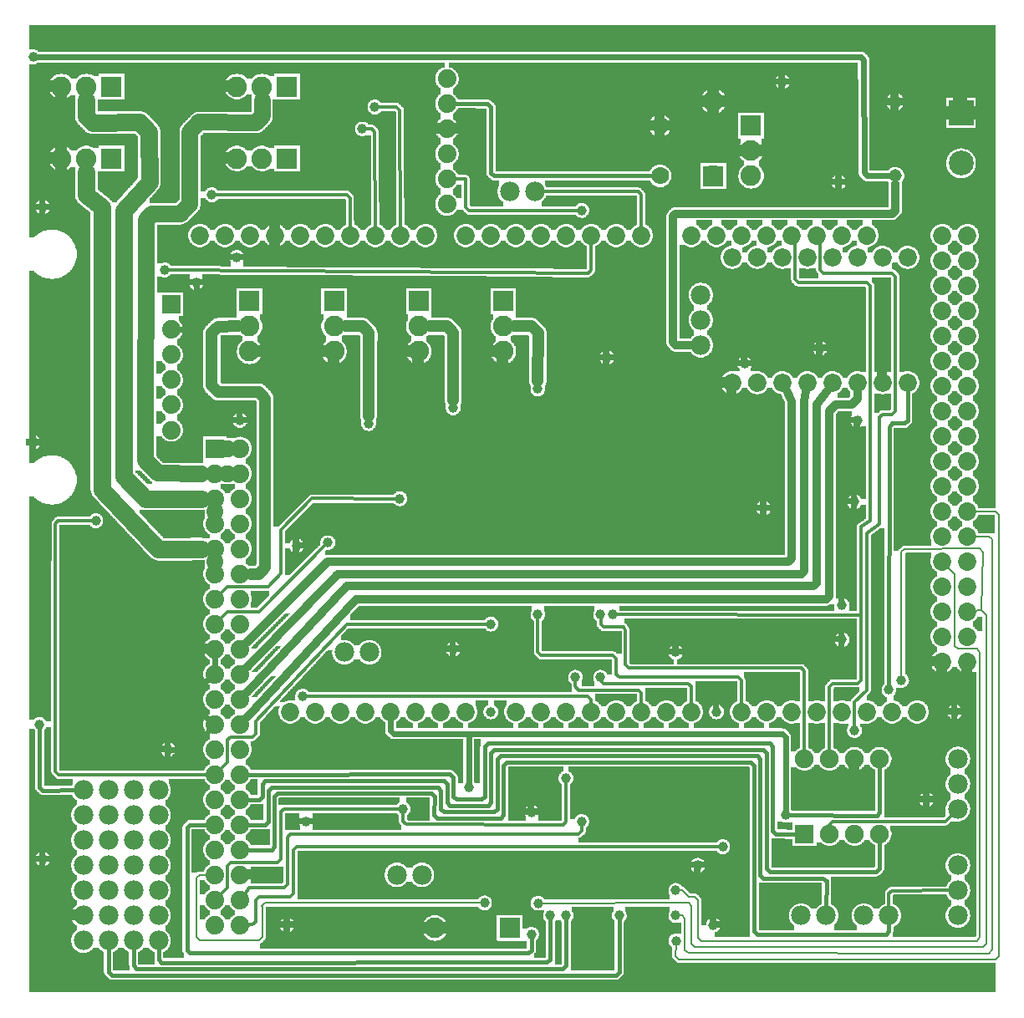
<source format=gbl>
G04 MADE WITH FRITZING*
G04 WWW.FRITZING.ORG*
G04 DOUBLE SIDED*
G04 HOLES PLATED*
G04 CONTOUR ON CENTER OF CONTOUR VECTOR*
%ASAXBY*%
%FSLAX23Y23*%
%MOIN*%
%OFA0B0*%
%SFA1.0B1.0*%
%ADD10C,0.075000*%
%ADD11C,0.072472*%
%ADD12C,0.072445*%
%ADD13C,0.072417*%
%ADD14C,0.039370*%
%ADD15C,0.074000*%
%ADD16C,0.082000*%
%ADD17C,0.070000*%
%ADD18C,0.078000*%
%ADD19C,0.072917*%
%ADD20C,0.051496*%
%ADD21C,0.099055*%
%ADD22R,0.074000X0.074000*%
%ADD23R,0.082000X0.082000*%
%ADD24R,0.075000X0.075000*%
%ADD25R,0.099055X0.099055*%
%ADD26C,0.024000*%
%ADD27C,0.012000*%
%ADD28C,0.008000*%
%ADD29C,0.016000*%
%ADD30C,0.065000*%
%ADD31C,0.032000*%
%ADD32C,0.048000*%
%ADD33R,0.001000X0.001000*%
%LNCOPPER0*%
G90*
G70*
G54D10*
X1798Y3430D03*
X3412Y3821D03*
X3314Y2220D03*
X608Y1912D03*
X1190Y3670D03*
X3127Y3698D03*
X2158Y1516D03*
X3196Y1348D03*
X1976Y1532D03*
X2959Y1263D03*
X1018Y1040D03*
X106Y771D03*
X2018Y874D03*
X3152Y860D03*
X659Y813D03*
X3013Y344D03*
X3592Y1718D03*
X2272Y866D03*
X2264Y313D03*
G54D11*
X2844Y2472D03*
X3544Y2972D03*
X3444Y2972D03*
X3344Y2972D03*
X3244Y2972D03*
X3144Y2972D03*
G54D12*
X3044Y2972D03*
X2944Y2972D03*
G54D11*
X2844Y2972D03*
G54D12*
X3544Y2472D03*
G54D13*
X3444Y2472D03*
G54D12*
X3344Y2472D03*
G54D11*
X3244Y2472D03*
G54D12*
X3144Y2472D03*
G54D13*
X3044Y2472D03*
X2944Y2472D03*
G54D14*
X2707Y547D03*
X2769Y309D03*
X3282Y1447D03*
X1882Y1509D03*
X2244Y3159D03*
X3519Y1284D03*
X82Y1109D03*
X2070Y396D03*
X1857Y397D03*
X3269Y3272D03*
X3044Y3672D03*
X1107Y1822D03*
X57Y2234D03*
X882Y2322D03*
X1069Y309D03*
G54D15*
X607Y2784D03*
X607Y2684D03*
X607Y2584D03*
X607Y2484D03*
X607Y2384D03*
X607Y2283D03*
G54D14*
X94Y572D03*
X94Y3172D03*
X1144Y722D03*
X2394Y347D03*
X2182Y347D03*
X2119Y347D03*
X2044Y272D03*
X2244Y722D03*
X2620Y246D03*
X2619Y347D03*
X2619Y447D03*
X2181Y894D03*
X3469Y1247D03*
X2807Y622D03*
X307Y1922D03*
X582Y2922D03*
X707Y2872D03*
X1232Y1834D03*
X3619Y809D03*
X3344Y2322D03*
X3282Y1584D03*
X57Y3772D03*
X2319Y1547D03*
X2619Y1397D03*
X1794Y859D03*
X1519Y2009D03*
X1132Y1222D03*
X2219Y1297D03*
X2069Y1547D03*
X2319Y1297D03*
X2369Y1547D03*
X1732Y1409D03*
X3732Y1159D03*
X869Y2972D03*
X2344Y2572D03*
G54D16*
X1957Y297D03*
X1659Y297D03*
G54D17*
X2557Y3497D03*
X2557Y3297D03*
G54D14*
X1532Y772D03*
G54D15*
X1707Y3684D03*
X1707Y3584D03*
X1707Y3484D03*
X1707Y3384D03*
X1707Y3284D03*
X1707Y3184D03*
X1707Y3684D03*
X1707Y3584D03*
X1707Y3484D03*
X1707Y3384D03*
X1707Y3284D03*
X1707Y3184D03*
G54D14*
X3057Y747D03*
X1732Y2372D03*
X2069Y2447D03*
X1394Y2309D03*
X769Y3222D03*
X1369Y3484D03*
X1419Y3572D03*
X3332Y1084D03*
X1882Y1159D03*
X594Y1009D03*
X2782Y1159D03*
X3194Y2609D03*
X2969Y1972D03*
X3332Y1997D03*
X2044Y759D03*
G54D18*
X557Y347D03*
X457Y347D03*
X357Y347D03*
X257Y347D03*
X557Y847D03*
X457Y847D03*
X357Y847D03*
X257Y847D03*
X257Y647D03*
X357Y647D03*
X457Y647D03*
X457Y447D03*
X257Y447D03*
X357Y447D03*
X557Y447D03*
X257Y247D03*
X357Y247D03*
X257Y747D03*
X357Y747D03*
X457Y747D03*
X557Y247D03*
X457Y547D03*
X557Y547D03*
X1397Y1397D03*
X1297Y1397D03*
X257Y547D03*
X357Y547D03*
X557Y747D03*
X457Y247D03*
X557Y647D03*
G54D14*
X2894Y2547D03*
G54D10*
X3132Y672D03*
X3132Y972D03*
X3232Y672D03*
X3232Y972D03*
X3332Y672D03*
X3332Y972D03*
X3432Y672D03*
X3432Y972D03*
G54D15*
X882Y2209D03*
X882Y2109D03*
X882Y2009D03*
X882Y1909D03*
X882Y1809D03*
X882Y1709D03*
X882Y1609D03*
X882Y1509D03*
X882Y1409D03*
X882Y1309D03*
X882Y1209D03*
X882Y1109D03*
X882Y1009D03*
X882Y909D03*
X882Y809D03*
X882Y709D03*
X882Y609D03*
X882Y509D03*
X882Y409D03*
X882Y309D03*
X782Y2209D03*
X782Y2109D03*
X782Y2009D03*
X782Y1909D03*
X782Y1809D03*
X782Y1709D03*
X782Y1609D03*
X782Y1509D03*
X782Y1409D03*
X782Y1309D03*
X782Y1209D03*
X782Y1109D03*
X782Y1009D03*
X782Y909D03*
X782Y809D03*
X782Y709D03*
X782Y609D03*
X782Y509D03*
X782Y409D03*
X782Y309D03*
G54D19*
X2982Y1159D03*
X1382Y1159D03*
X3082Y1159D03*
X3182Y1159D03*
X3282Y1159D03*
X3382Y1159D03*
X3682Y2559D03*
X3482Y1159D03*
X3582Y1159D03*
X1422Y3059D03*
X1982Y1159D03*
X2082Y1159D03*
X2182Y1159D03*
X2282Y1159D03*
X3682Y1759D03*
X2382Y1159D03*
X2482Y1159D03*
X2582Y1159D03*
X2682Y1159D03*
X2182Y3059D03*
X3682Y2959D03*
X3682Y2159D03*
X3682Y1359D03*
X1022Y3059D03*
X1782Y1159D03*
X1782Y3059D03*
X3682Y2759D03*
X3682Y2359D03*
X3682Y1959D03*
X3382Y3059D03*
X3682Y1559D03*
X3282Y3059D03*
X3182Y3059D03*
X3082Y3059D03*
X2982Y3059D03*
X2882Y3059D03*
X2782Y3059D03*
X2682Y3059D03*
X822Y3059D03*
X1222Y3059D03*
X1622Y3059D03*
X1182Y1159D03*
X1582Y1159D03*
X2382Y3059D03*
X1982Y3059D03*
X3682Y3059D03*
X3682Y2859D03*
X3682Y2659D03*
X3682Y2459D03*
X3682Y2259D03*
X3682Y2059D03*
X3682Y1859D03*
X3682Y1659D03*
X3682Y1459D03*
X722Y3059D03*
X922Y3059D03*
X1122Y3059D03*
X1322Y3059D03*
X1522Y3059D03*
X1082Y1159D03*
X1282Y1159D03*
X1482Y1159D03*
X1682Y1159D03*
X2482Y3059D03*
X2282Y3059D03*
X2082Y3059D03*
X1882Y3059D03*
X3782Y3059D03*
X3782Y2959D03*
X3782Y2859D03*
X3782Y2759D03*
X3782Y2659D03*
X3782Y2559D03*
X3782Y2459D03*
X3782Y2359D03*
X3782Y2259D03*
X3782Y2159D03*
X3782Y2059D03*
X3782Y1959D03*
X3782Y1859D03*
X3782Y1759D03*
X3782Y1659D03*
X3782Y1559D03*
X3782Y1459D03*
X3782Y1359D03*
X2882Y1159D03*
G54D16*
X1257Y2797D03*
X1257Y2697D03*
X1257Y2597D03*
X1932Y2797D03*
X1932Y2697D03*
X1932Y2597D03*
X1594Y2797D03*
X1594Y2697D03*
X1594Y2597D03*
X919Y2797D03*
X919Y2697D03*
X919Y2597D03*
G54D18*
X3744Y347D03*
X3744Y447D03*
X3744Y547D03*
X3744Y972D03*
X3744Y872D03*
X3744Y772D03*
X2057Y3234D03*
X1957Y3234D03*
X2719Y2822D03*
X2719Y2722D03*
X2719Y2622D03*
X3119Y347D03*
X3219Y347D03*
X1607Y509D03*
X1507Y509D03*
X3469Y347D03*
X3369Y347D03*
G54D16*
X2919Y3497D03*
X2919Y3397D03*
X2919Y3297D03*
X2769Y3297D03*
X2769Y3595D03*
G54D20*
X3494Y3297D03*
X3494Y3592D03*
G54D16*
X369Y3366D03*
X269Y3366D03*
X169Y3366D03*
X1069Y3653D03*
X969Y3653D03*
X869Y3653D03*
X369Y3653D03*
X269Y3653D03*
X169Y3653D03*
X1069Y3366D03*
X969Y3366D03*
X869Y3366D03*
G54D21*
X3757Y3547D03*
X3757Y3347D03*
G54D22*
X607Y2784D03*
G54D23*
X1958Y297D03*
G54D24*
X3132Y672D03*
G54D22*
X782Y2209D03*
G54D23*
X1257Y2797D03*
X1932Y2797D03*
X1594Y2797D03*
X919Y2797D03*
X2919Y3497D03*
X2769Y3296D03*
X369Y3366D03*
X1069Y3653D03*
X369Y3653D03*
X1069Y3366D03*
G54D25*
X3757Y3547D03*
G54D26*
X694Y2684D02*
X707Y2697D01*
D02*
X707Y2697D02*
X707Y2853D01*
D02*
X638Y2684D02*
X694Y2684D01*
G54D27*
D02*
X932Y1059D02*
X944Y1072D01*
D02*
X844Y1059D02*
X932Y1059D01*
D02*
X832Y1047D02*
X844Y1059D01*
D02*
X832Y959D02*
X832Y1047D01*
D02*
X944Y1072D02*
X944Y1122D01*
D02*
X944Y1122D02*
X1307Y1509D01*
D02*
X1307Y1509D02*
X1868Y1509D01*
D02*
X800Y927D02*
X832Y959D01*
D02*
X2231Y3159D02*
X1795Y3159D01*
D02*
X1781Y3172D02*
X1782Y3284D01*
D02*
X1795Y3159D02*
X1781Y3172D01*
D02*
X1782Y3284D02*
X1732Y3284D01*
G54D28*
D02*
X3532Y1809D02*
X3832Y1810D01*
D02*
X3832Y1810D02*
X3844Y1796D01*
D02*
X3844Y1796D02*
X3838Y1565D01*
D02*
X3519Y1797D02*
X3532Y1809D01*
D02*
X3519Y1298D02*
X3519Y1797D01*
G54D29*
D02*
X82Y859D02*
X95Y846D01*
D02*
X95Y846D02*
X232Y847D01*
D02*
X82Y1096D02*
X82Y859D01*
G54D27*
D02*
X156Y1922D02*
X145Y1908D01*
G54D26*
D02*
X719Y1259D02*
X720Y1159D01*
D02*
X720Y1159D02*
X758Y1129D01*
D02*
X758Y1290D02*
X719Y1259D01*
D02*
X782Y1340D02*
X782Y1378D01*
G54D27*
D02*
X2470Y3234D02*
X2081Y3234D01*
D02*
X2482Y3221D02*
X2470Y3234D01*
D02*
X2482Y3084D02*
X2482Y3221D01*
G54D29*
D02*
X1894Y3297D02*
X2536Y3297D01*
D02*
X1882Y3309D02*
X1894Y3297D01*
D02*
X1882Y3572D02*
X1882Y3309D01*
D02*
X1869Y3584D02*
X1882Y3572D01*
D02*
X1732Y3584D02*
X1869Y3584D01*
G54D30*
D02*
X782Y1756D02*
X782Y1762D01*
D02*
X782Y1956D02*
X782Y1962D01*
D02*
X835Y2109D02*
X829Y2109D01*
D02*
X835Y2209D02*
X829Y2209D01*
G54D29*
D02*
X2394Y122D02*
X2394Y333D01*
D02*
X2382Y109D02*
X2394Y122D01*
D02*
X370Y109D02*
X2382Y109D01*
D02*
X357Y122D02*
X370Y109D01*
D02*
X357Y222D02*
X357Y122D01*
D02*
X2182Y147D02*
X2182Y333D01*
D02*
X2169Y135D02*
X2182Y147D01*
D02*
X469Y134D02*
X2169Y135D01*
D02*
X457Y147D02*
X469Y134D01*
D02*
X457Y222D02*
X457Y147D01*
D02*
X2119Y171D02*
X2119Y333D01*
D02*
X2106Y160D02*
X2119Y171D01*
D02*
X569Y159D02*
X2106Y160D01*
D02*
X557Y172D02*
X569Y159D01*
D02*
X557Y222D02*
X557Y172D01*
D02*
X2044Y209D02*
X2031Y197D01*
D02*
X2044Y258D02*
X2044Y209D01*
D02*
X2031Y197D02*
X682Y197D01*
D02*
X682Y197D02*
X670Y209D01*
D02*
X670Y209D02*
X670Y697D01*
D02*
X670Y697D02*
X682Y709D01*
D02*
X682Y709D02*
X756Y709D01*
G54D27*
D02*
X1082Y672D02*
X2232Y672D01*
D02*
X2232Y672D02*
X2245Y684D01*
D02*
X1070Y659D02*
X1082Y672D01*
D02*
X2245Y684D02*
X2245Y708D01*
D02*
X1070Y472D02*
X1070Y659D01*
D02*
X1057Y459D02*
X1070Y472D01*
D02*
X919Y459D02*
X1057Y459D01*
D02*
X894Y422D02*
X919Y459D01*
D02*
X900Y428D02*
X894Y422D01*
G54D28*
D02*
X2644Y447D02*
X2670Y422D01*
D02*
X2670Y422D02*
X2694Y422D01*
D02*
X2707Y409D02*
X2707Y259D01*
D02*
X2694Y422D02*
X2707Y409D01*
D02*
X2707Y259D02*
X2720Y246D01*
D02*
X2720Y246D02*
X3820Y246D01*
D02*
X2633Y447D02*
X2644Y447D01*
D02*
X3820Y246D02*
X3832Y260D01*
D02*
X3832Y260D02*
X3832Y797D01*
D02*
X3832Y797D02*
X3832Y1396D01*
D02*
X3832Y1396D02*
X3820Y1410D01*
D02*
X3820Y1410D02*
X3744Y1410D01*
D02*
X3744Y1410D02*
X3732Y1421D01*
D02*
X3732Y1421D02*
X3732Y1709D01*
D02*
X3732Y1709D02*
X3699Y1742D01*
G54D27*
D02*
X1532Y722D02*
X1532Y758D01*
D02*
X1544Y710D02*
X1532Y722D01*
D02*
X2170Y709D02*
X1544Y710D01*
D02*
X2181Y722D02*
X2170Y709D01*
D02*
X2181Y881D02*
X2181Y722D01*
G54D29*
D02*
X3470Y2296D02*
X3469Y1260D01*
D02*
X3482Y2310D02*
X3470Y2296D01*
D02*
X3532Y2310D02*
X3482Y2310D01*
D02*
X3544Y2322D02*
X3532Y2310D01*
D02*
X3544Y2447D02*
X3544Y2322D01*
G54D27*
D02*
X2793Y622D02*
X1107Y621D01*
D02*
X1107Y621D02*
X1094Y609D01*
D02*
X1094Y434D02*
X1082Y421D01*
D02*
X1094Y609D02*
X1094Y434D01*
D02*
X1082Y421D02*
X957Y421D01*
D02*
X957Y421D02*
X944Y409D01*
D02*
X944Y409D02*
X944Y321D01*
D02*
X944Y321D02*
X932Y310D01*
D02*
X932Y310D02*
X907Y309D01*
D02*
X157Y909D02*
X756Y909D01*
D02*
X144Y922D02*
X157Y909D01*
D02*
X145Y1908D02*
X144Y922D01*
D02*
X293Y1922D02*
X156Y1922D01*
D02*
X1232Y1834D02*
X1218Y1834D01*
D02*
X957Y1559D02*
X1232Y1834D01*
D02*
X832Y1559D02*
X957Y1559D01*
D02*
X800Y1527D02*
X832Y1559D01*
D02*
X3244Y722D02*
X3694Y722D01*
D02*
X3694Y722D02*
X3727Y754D01*
D02*
X3231Y709D02*
X3244Y722D01*
D02*
X3232Y695D02*
X3231Y709D01*
D02*
X2270Y2909D02*
X595Y2922D01*
D02*
X2282Y2922D02*
X2270Y2909D01*
D02*
X2282Y3035D02*
X2282Y2922D01*
G54D26*
D02*
X3357Y3771D02*
X3369Y3759D01*
D02*
X3382Y3297D02*
X3468Y3297D01*
D02*
X3370Y3310D02*
X3382Y3297D01*
D02*
X3369Y3759D02*
X3370Y3310D01*
D02*
X76Y3772D02*
X3357Y3771D01*
D02*
X1794Y878D02*
X1794Y1072D01*
G54D31*
D02*
X3220Y1609D02*
X1344Y1609D01*
D02*
X907Y1136D02*
X1344Y1609D01*
D02*
X1307Y1660D02*
X3169Y1660D01*
D02*
X907Y1236D02*
X1307Y1660D01*
D02*
X1270Y1709D02*
X3120Y1709D01*
D02*
X907Y1335D02*
X1270Y1709D01*
D02*
X1232Y1759D02*
X3069Y1759D01*
D02*
X908Y1435D02*
X1232Y1759D01*
G54D27*
D02*
X1169Y2010D02*
X1506Y2009D01*
D02*
X1045Y1885D02*
X1169Y2010D01*
D02*
X1045Y1710D02*
X1045Y1885D01*
D02*
X994Y1659D02*
X1045Y1710D01*
D02*
X832Y1659D02*
X994Y1659D01*
D02*
X800Y1627D02*
X832Y1659D01*
D02*
X2383Y1547D02*
X3357Y1546D01*
G54D31*
D02*
X2608Y2634D02*
X2608Y3134D01*
D02*
X2608Y3134D02*
X2619Y3146D01*
D02*
X2619Y2621D02*
X2608Y2634D01*
D02*
X3482Y3146D02*
X3495Y3159D01*
D02*
X3495Y3159D02*
X3494Y3264D01*
D02*
X2619Y3146D02*
X3482Y3146D01*
D02*
X2684Y2621D02*
X2619Y2621D01*
G54D27*
D02*
X2332Y1272D02*
X2669Y1272D01*
D02*
X2319Y1284D02*
X2332Y1272D01*
D02*
X2669Y1272D02*
X2681Y1260D01*
D02*
X2681Y1260D02*
X2682Y1184D01*
D02*
X2320Y1283D02*
X2319Y1284D01*
D02*
X2482Y1234D02*
X2482Y1184D01*
D02*
X2232Y1246D02*
X2470Y1246D01*
D02*
X2470Y1246D02*
X2482Y1234D01*
D02*
X2219Y1260D02*
X2232Y1246D01*
D02*
X2219Y1283D02*
X2219Y1260D01*
D02*
X3357Y1284D02*
X3345Y1272D01*
D02*
X3232Y1259D02*
X3232Y995D01*
D02*
X3244Y1272D02*
X3232Y1259D01*
D02*
X3345Y1272D02*
X3244Y1272D01*
D02*
X3357Y1546D02*
X3357Y1284D01*
D02*
X3357Y1897D02*
X3357Y1546D01*
D02*
X3395Y1921D02*
X3357Y1897D01*
D02*
X3394Y2859D02*
X3395Y1921D01*
D02*
X3381Y2871D02*
X3394Y2859D01*
D02*
X3107Y2872D02*
X3381Y2871D01*
D02*
X3095Y2884D02*
X3107Y2872D01*
D02*
X3095Y3059D02*
X3095Y2884D01*
D02*
X3107Y3059D02*
X3095Y3059D01*
G54D28*
D02*
X707Y497D02*
X720Y509D01*
D02*
X720Y509D02*
X756Y509D01*
D02*
X707Y260D02*
X707Y497D01*
D02*
X720Y247D02*
X707Y260D01*
D02*
X3857Y1546D02*
X3857Y235D01*
D02*
X3838Y1565D02*
X3857Y1546D01*
D02*
X3857Y235D02*
X3844Y221D01*
D02*
X970Y260D02*
X957Y247D01*
D02*
X970Y385D02*
X970Y260D01*
D02*
X982Y397D02*
X969Y385D01*
D02*
X1843Y397D02*
X982Y397D01*
D02*
X2670Y397D02*
X2083Y396D01*
D02*
X2682Y384D02*
X2670Y397D01*
D02*
X2682Y234D02*
X2682Y384D01*
D02*
X2695Y222D02*
X2682Y234D01*
D02*
X3844Y221D02*
X2695Y222D01*
D02*
X957Y247D02*
X720Y247D01*
D02*
X3806Y1562D02*
X3838Y1565D01*
G54D27*
D02*
X1044Y760D02*
X1044Y572D01*
D02*
X1044Y572D02*
X1032Y559D01*
D02*
X1057Y771D02*
X1044Y760D01*
D02*
X1032Y559D02*
X844Y559D01*
D02*
X844Y559D02*
X831Y546D01*
D02*
X1518Y772D02*
X1057Y771D01*
D02*
X831Y459D02*
X800Y427D01*
D02*
X831Y546D02*
X831Y459D01*
D02*
X2069Y1533D02*
X2069Y1397D01*
D02*
X2882Y1284D02*
X2882Y1184D01*
D02*
X2869Y1297D02*
X2882Y1284D01*
D02*
X2395Y1297D02*
X2869Y1297D01*
D02*
X2382Y1309D02*
X2395Y1297D01*
D02*
X2382Y1371D02*
X2382Y1309D01*
D02*
X2369Y1384D02*
X2382Y1371D01*
D02*
X2082Y1384D02*
X2369Y1384D01*
D02*
X2069Y1397D02*
X2082Y1384D01*
G54D26*
D02*
X682Y1009D02*
X613Y1009D01*
D02*
X760Y1087D02*
X682Y1009D01*
G54D29*
D02*
X3432Y759D02*
X3432Y949D01*
D02*
X3420Y746D02*
X3432Y759D01*
G54D26*
D02*
X3057Y1059D02*
X3057Y766D01*
G54D29*
D02*
X3420Y746D02*
X3070Y747D01*
G54D27*
D02*
X3482Y446D02*
X3720Y447D01*
D02*
X3469Y434D02*
X3482Y446D01*
D02*
X3469Y371D02*
X3469Y434D01*
G54D26*
D02*
X1794Y1072D02*
X1494Y1072D01*
D02*
X3045Y1072D02*
X1794Y1072D01*
D02*
X3057Y1059D02*
X3045Y1072D01*
D02*
X1482Y1084D02*
X1494Y1072D01*
D02*
X1482Y1129D02*
X1482Y1084D01*
G54D32*
D02*
X1395Y2671D02*
X1394Y2339D01*
D02*
X1370Y2697D02*
X1395Y2671D01*
D02*
X1300Y2697D02*
X1370Y2697D01*
D02*
X957Y1709D02*
X924Y1709D01*
D02*
X982Y1734D02*
X957Y1709D01*
D02*
X769Y2671D02*
X769Y2460D01*
D02*
X957Y2434D02*
X982Y2409D01*
D02*
X795Y2434D02*
X957Y2434D01*
D02*
X795Y2696D02*
X769Y2671D01*
D02*
X769Y2460D02*
X795Y2434D01*
D02*
X982Y2409D02*
X982Y1734D01*
D02*
X876Y2697D02*
X795Y2696D01*
D02*
X1733Y2671D02*
X1707Y2697D01*
D02*
X1732Y2402D02*
X1733Y2671D01*
D02*
X1707Y2697D02*
X1638Y2697D01*
D02*
X2070Y2671D02*
X2069Y2477D01*
D02*
X2044Y2697D02*
X2070Y2671D01*
D02*
X1975Y2697D02*
X2044Y2697D01*
G54D31*
D02*
X3344Y2409D02*
X3344Y2436D01*
D02*
X3320Y2384D02*
X3344Y2409D01*
D02*
X3257Y2384D02*
X3320Y2384D01*
D02*
X3232Y2359D02*
X3257Y2384D01*
D02*
X3232Y1622D02*
X3232Y2359D01*
D02*
X3220Y1609D02*
X3232Y1622D01*
D02*
X3182Y2385D02*
X3224Y2443D01*
D02*
X3181Y1672D02*
X3182Y2385D01*
D02*
X3169Y1660D02*
X3181Y1672D01*
D02*
X3069Y1759D02*
X3082Y1772D01*
D02*
X3082Y1772D02*
X3082Y2397D01*
D02*
X3082Y2397D02*
X3060Y2440D01*
D02*
X3120Y1709D02*
X3132Y1721D01*
D02*
X3132Y1721D02*
X3132Y2397D01*
D02*
X3132Y2397D02*
X3139Y2437D01*
G54D27*
D02*
X3132Y1322D02*
X3120Y1334D01*
D02*
X2419Y1484D02*
X2412Y1497D01*
D02*
X2419Y1347D02*
X2419Y1484D01*
D02*
X2431Y1334D02*
X2419Y1347D01*
D02*
X2332Y1497D02*
X2320Y1509D01*
D02*
X2320Y1509D02*
X2320Y1533D01*
D02*
X2412Y1497D02*
X2332Y1497D01*
D02*
X3120Y1334D02*
X2431Y1334D01*
D02*
X3132Y995D02*
X3132Y1322D01*
G54D30*
D02*
X506Y2160D02*
X507Y3121D01*
D02*
X507Y3121D02*
X531Y3146D01*
D02*
X556Y2110D02*
X506Y2160D01*
D02*
X531Y3146D02*
X644Y3146D01*
D02*
X729Y2109D02*
X556Y2110D01*
D02*
X644Y3146D02*
X682Y3184D01*
D02*
X970Y3534D02*
X970Y3599D01*
D02*
X944Y3509D02*
X970Y3534D01*
D02*
X682Y3471D02*
X719Y3510D01*
D02*
X719Y3510D02*
X944Y3509D01*
D02*
X682Y3183D02*
X682Y3471D01*
G54D17*
D02*
X419Y2097D02*
X419Y3159D01*
D02*
X269Y3534D02*
X269Y3599D01*
D02*
X482Y3510D02*
X294Y3509D01*
D02*
X519Y3471D02*
X482Y3510D01*
D02*
X294Y3509D02*
X269Y3534D01*
D02*
X520Y3271D02*
X519Y3471D01*
D02*
X419Y3159D02*
X520Y3271D01*
D02*
X506Y2009D02*
X419Y2097D01*
D02*
X729Y2009D02*
X506Y2009D01*
D02*
X556Y1809D02*
X332Y2046D01*
D02*
X332Y2046D02*
X332Y3172D01*
D02*
X729Y1809D02*
X556Y1809D01*
D02*
X269Y3221D02*
X269Y3312D01*
D02*
X332Y3172D02*
X269Y3221D01*
G54D27*
D02*
X1307Y3222D02*
X783Y3222D01*
D02*
X1320Y3209D02*
X1307Y3222D01*
D02*
X1322Y3084D02*
X1320Y3209D01*
D02*
X1407Y3484D02*
X1383Y3484D01*
D02*
X1419Y3472D02*
X1407Y3484D01*
D02*
X1422Y3084D02*
X1419Y3472D01*
D02*
X1532Y3059D02*
X1522Y3059D01*
D02*
X1519Y3559D02*
X1522Y3084D01*
D02*
X1506Y3572D02*
X1519Y3559D01*
D02*
X1433Y3572D02*
X1506Y3572D01*
D02*
X3381Y1872D02*
X3381Y1246D01*
D02*
X3381Y1246D02*
X3332Y1197D01*
D02*
X3332Y1197D02*
X3332Y1098D01*
D02*
X3431Y1909D02*
X3381Y1872D01*
D02*
X3432Y2334D02*
X3432Y1909D01*
D02*
X3482Y2346D02*
X3444Y2346D01*
D02*
X3444Y2346D02*
X3432Y2334D01*
D02*
X3495Y2359D02*
X3482Y2346D01*
D02*
X3494Y2896D02*
X3495Y2359D01*
D02*
X3481Y2909D02*
X3494Y2896D01*
D02*
X3207Y2909D02*
X3481Y2909D01*
D02*
X3195Y2921D02*
X3207Y2909D01*
D02*
X3194Y3059D02*
X3195Y2921D01*
D02*
X3207Y3059D02*
X3194Y3059D01*
G54D29*
D02*
X3469Y285D02*
X3469Y322D01*
D02*
X3457Y271D02*
X3469Y285D01*
D02*
X2945Y271D02*
X3457Y271D01*
D02*
X2931Y285D02*
X2945Y271D01*
D02*
X1920Y985D02*
X2945Y985D01*
D02*
X1907Y972D02*
X1920Y985D01*
D02*
X1907Y771D02*
X1907Y972D01*
D02*
X1894Y760D02*
X1907Y771D01*
D02*
X1695Y760D02*
X1894Y760D01*
D02*
X2956Y972D02*
X2956Y509D01*
D02*
X2956Y509D02*
X2969Y496D01*
D02*
X2945Y985D02*
X2956Y972D01*
D02*
X2969Y496D02*
X3206Y496D01*
D02*
X3206Y496D02*
X3220Y484D01*
D02*
X1682Y771D02*
X1695Y760D01*
D02*
X1682Y846D02*
X1682Y771D01*
D02*
X1670Y859D02*
X1682Y846D01*
D02*
X3220Y484D02*
X3219Y371D01*
D02*
X1007Y859D02*
X1670Y859D01*
D02*
X994Y846D02*
X1007Y859D01*
D02*
X994Y722D02*
X994Y846D01*
D02*
X981Y709D02*
X994Y722D01*
D02*
X907Y709D02*
X981Y709D01*
D02*
X1019Y821D02*
X1019Y622D01*
D02*
X1019Y622D02*
X1007Y609D01*
D02*
X1032Y834D02*
X1019Y821D01*
D02*
X1644Y834D02*
X1032Y834D01*
D02*
X1657Y821D02*
X1644Y834D01*
D02*
X1656Y747D02*
X1657Y821D01*
D02*
X1669Y734D02*
X1656Y747D01*
D02*
X2919Y959D02*
X1944Y959D01*
D02*
X2932Y946D02*
X2919Y959D01*
D02*
X1944Y959D02*
X1932Y946D01*
D02*
X1932Y946D02*
X1932Y747D01*
D02*
X1932Y747D02*
X1920Y734D01*
D02*
X1920Y734D02*
X1669Y734D01*
D02*
X1007Y609D02*
X907Y609D01*
D02*
X2931Y285D02*
X2932Y946D01*
G54D28*
D02*
X3869Y196D02*
X3882Y210D01*
D02*
X3869Y1859D02*
X3807Y1859D01*
D02*
X2644Y347D02*
X2656Y335D01*
D02*
X2656Y335D02*
X2656Y209D01*
D02*
X2656Y209D02*
X2670Y197D01*
D02*
X2670Y197D02*
X3869Y196D01*
D02*
X2633Y347D02*
X2644Y347D01*
D02*
X3882Y210D02*
X3882Y1847D01*
D02*
X3882Y1847D02*
X3869Y1859D01*
D02*
X3907Y184D02*
X3907Y1946D01*
D02*
X3907Y1946D02*
X3895Y1959D01*
D02*
X2619Y184D02*
X2632Y172D01*
D02*
X2632Y172D02*
X3894Y171D01*
D02*
X2620Y233D02*
X2619Y184D01*
D02*
X3894Y171D02*
X3907Y184D01*
D02*
X3895Y1959D02*
X3807Y1959D01*
G54D29*
D02*
X1719Y910D02*
X1732Y897D01*
D02*
X1744Y810D02*
X1844Y810D01*
D02*
X1844Y810D02*
X1857Y821D01*
D02*
X1732Y821D02*
X1744Y810D01*
D02*
X3006Y684D02*
X3019Y672D01*
D02*
X3019Y672D02*
X3109Y672D01*
D02*
X3006Y1022D02*
X3006Y684D01*
D02*
X2995Y1035D02*
X3006Y1022D01*
D02*
X1870Y1035D02*
X2995Y1035D01*
D02*
X1857Y1022D02*
X1870Y1035D01*
D02*
X1857Y821D02*
X1857Y1022D01*
D02*
X1732Y897D02*
X1732Y821D01*
D02*
X907Y909D02*
X1719Y910D01*
D02*
X981Y884D02*
X1695Y884D01*
D02*
X970Y872D02*
X981Y884D01*
D02*
X1708Y872D02*
X1707Y797D01*
D02*
X1707Y797D02*
X1719Y784D01*
D02*
X1695Y884D02*
X1708Y872D01*
D02*
X2995Y522D02*
X3419Y522D01*
D02*
X2982Y996D02*
X2982Y535D01*
D02*
X2982Y535D02*
X2995Y522D01*
D02*
X2969Y1009D02*
X2982Y996D01*
D02*
X1894Y1009D02*
X2969Y1009D01*
D02*
X1881Y996D02*
X1894Y1009D01*
D02*
X1881Y797D02*
X1881Y996D01*
D02*
X1870Y784D02*
X1881Y797D01*
D02*
X1719Y784D02*
X1870Y784D01*
D02*
X3432Y534D02*
X3432Y649D01*
D02*
X3419Y522D02*
X3432Y534D01*
D02*
X957Y809D02*
X970Y822D01*
D02*
X970Y821D02*
X970Y872D01*
D02*
X907Y809D02*
X957Y809D01*
G54D27*
D02*
X2282Y1209D02*
X2269Y1221D01*
D02*
X2282Y1184D02*
X2282Y1209D01*
D02*
X2269Y1221D02*
X1145Y1222D01*
G36*
X1750Y3567D02*
X1750Y3563D01*
X1748Y3563D01*
X1748Y3561D01*
X1746Y3561D01*
X1746Y3557D01*
X1744Y3557D01*
X1744Y3555D01*
X1742Y3555D01*
X1742Y3553D01*
X1740Y3553D01*
X1740Y3551D01*
X1738Y3551D01*
X1738Y3549D01*
X1736Y3549D01*
X1736Y3547D01*
X1734Y3547D01*
X1734Y3545D01*
X1730Y3545D01*
X1730Y3525D01*
X1732Y3525D01*
X1732Y3523D01*
X1734Y3523D01*
X1734Y3521D01*
X1736Y3521D01*
X1736Y3519D01*
X1740Y3519D01*
X1740Y3517D01*
X1742Y3517D01*
X1742Y3513D01*
X1744Y3513D01*
X1744Y3511D01*
X1746Y3511D01*
X1746Y3509D01*
X1748Y3509D01*
X1748Y3505D01*
X1750Y3505D01*
X1750Y3499D01*
X1752Y3499D01*
X1752Y3493D01*
X1754Y3493D01*
X1754Y3475D01*
X1752Y3475D01*
X1752Y3469D01*
X1750Y3469D01*
X1750Y3463D01*
X1748Y3463D01*
X1748Y3461D01*
X1746Y3461D01*
X1746Y3457D01*
X1744Y3457D01*
X1744Y3455D01*
X1742Y3455D01*
X1742Y3453D01*
X1740Y3453D01*
X1740Y3451D01*
X1738Y3451D01*
X1738Y3449D01*
X1736Y3449D01*
X1736Y3447D01*
X1734Y3447D01*
X1734Y3445D01*
X1730Y3445D01*
X1730Y3425D01*
X1732Y3425D01*
X1732Y3423D01*
X1734Y3423D01*
X1734Y3421D01*
X1736Y3421D01*
X1736Y3419D01*
X1740Y3419D01*
X1740Y3417D01*
X1742Y3417D01*
X1742Y3413D01*
X1744Y3413D01*
X1744Y3411D01*
X1746Y3411D01*
X1746Y3409D01*
X1748Y3409D01*
X1748Y3405D01*
X1750Y3405D01*
X1750Y3399D01*
X1752Y3399D01*
X1752Y3393D01*
X1754Y3393D01*
X1754Y3375D01*
X1752Y3375D01*
X1752Y3369D01*
X1750Y3369D01*
X1750Y3363D01*
X1748Y3363D01*
X1748Y3361D01*
X1746Y3361D01*
X1746Y3357D01*
X1744Y3357D01*
X1744Y3355D01*
X1742Y3355D01*
X1742Y3353D01*
X1740Y3353D01*
X1740Y3351D01*
X1738Y3351D01*
X1738Y3349D01*
X1736Y3349D01*
X1736Y3347D01*
X1734Y3347D01*
X1734Y3345D01*
X1730Y3345D01*
X1730Y3325D01*
X1732Y3325D01*
X1732Y3323D01*
X1734Y3323D01*
X1734Y3321D01*
X1736Y3321D01*
X1736Y3319D01*
X1740Y3319D01*
X1740Y3317D01*
X1742Y3317D01*
X1742Y3313D01*
X1744Y3313D01*
X1744Y3311D01*
X1746Y3311D01*
X1746Y3309D01*
X1748Y3309D01*
X1748Y3305D01*
X1750Y3305D01*
X1750Y3301D01*
X1784Y3301D01*
X1784Y3299D01*
X1790Y3299D01*
X1790Y3297D01*
X1792Y3297D01*
X1792Y3295D01*
X1794Y3295D01*
X1794Y3293D01*
X1796Y3293D01*
X1796Y3289D01*
X1798Y3289D01*
X1798Y3177D01*
X1800Y3177D01*
X1800Y3175D01*
X1930Y3175D01*
X1930Y3195D01*
X1926Y3195D01*
X1926Y3197D01*
X1924Y3197D01*
X1924Y3199D01*
X1922Y3199D01*
X1922Y3201D01*
X1920Y3201D01*
X1920Y3203D01*
X1918Y3203D01*
X1918Y3205D01*
X1916Y3205D01*
X1916Y3209D01*
X1914Y3209D01*
X1914Y3213D01*
X1912Y3213D01*
X1912Y3217D01*
X1910Y3217D01*
X1910Y3225D01*
X1908Y3225D01*
X1908Y3245D01*
X1910Y3245D01*
X1910Y3251D01*
X1912Y3251D01*
X1912Y3255D01*
X1914Y3255D01*
X1914Y3259D01*
X1916Y3259D01*
X1916Y3279D01*
X1888Y3279D01*
X1888Y3281D01*
X1884Y3281D01*
X1884Y3283D01*
X1882Y3283D01*
X1882Y3285D01*
X1880Y3285D01*
X1880Y3287D01*
X1878Y3287D01*
X1878Y3289D01*
X1876Y3289D01*
X1876Y3291D01*
X1874Y3291D01*
X1874Y3293D01*
X1872Y3293D01*
X1872Y3295D01*
X1870Y3295D01*
X1870Y3297D01*
X1868Y3297D01*
X1868Y3299D01*
X1866Y3299D01*
X1866Y3303D01*
X1864Y3303D01*
X1864Y3565D01*
X1822Y3565D01*
X1822Y3567D01*
X1750Y3567D01*
G37*
D02*
G36*
X1746Y3261D02*
X1746Y3257D01*
X1744Y3257D01*
X1744Y3255D01*
X1742Y3255D01*
X1742Y3253D01*
X1740Y3253D01*
X1740Y3251D01*
X1738Y3251D01*
X1738Y3249D01*
X1736Y3249D01*
X1736Y3247D01*
X1734Y3247D01*
X1734Y3245D01*
X1730Y3245D01*
X1730Y3225D01*
X1732Y3225D01*
X1732Y3223D01*
X1734Y3223D01*
X1734Y3221D01*
X1736Y3221D01*
X1736Y3219D01*
X1740Y3219D01*
X1740Y3217D01*
X1742Y3217D01*
X1742Y3213D01*
X1744Y3213D01*
X1744Y3211D01*
X1746Y3211D01*
X1746Y3209D01*
X1766Y3209D01*
X1766Y3261D01*
X1746Y3261D01*
G37*
D02*
G36*
X2700Y3121D02*
X2700Y3101D01*
X2704Y3101D01*
X2704Y3099D01*
X2708Y3099D01*
X2708Y3097D01*
X2710Y3097D01*
X2710Y3095D01*
X2712Y3095D01*
X2712Y3093D01*
X2714Y3093D01*
X2714Y3091D01*
X2716Y3091D01*
X2716Y3089D01*
X2718Y3089D01*
X2718Y3087D01*
X2720Y3087D01*
X2720Y3083D01*
X2722Y3083D01*
X2722Y3081D01*
X2742Y3081D01*
X2742Y3085D01*
X2744Y3085D01*
X2744Y3087D01*
X2746Y3087D01*
X2746Y3089D01*
X2748Y3089D01*
X2748Y3091D01*
X2750Y3091D01*
X2750Y3093D01*
X2752Y3093D01*
X2752Y3095D01*
X2754Y3095D01*
X2754Y3097D01*
X2756Y3097D01*
X2756Y3099D01*
X2760Y3099D01*
X2760Y3101D01*
X2764Y3101D01*
X2764Y3121D01*
X2700Y3121D01*
G37*
D02*
G36*
X2800Y3121D02*
X2800Y3101D01*
X2804Y3101D01*
X2804Y3099D01*
X2808Y3099D01*
X2808Y3097D01*
X2810Y3097D01*
X2810Y3095D01*
X2812Y3095D01*
X2812Y3093D01*
X2814Y3093D01*
X2814Y3091D01*
X2816Y3091D01*
X2816Y3089D01*
X2818Y3089D01*
X2818Y3087D01*
X2820Y3087D01*
X2820Y3083D01*
X2822Y3083D01*
X2822Y3081D01*
X2842Y3081D01*
X2842Y3085D01*
X2844Y3085D01*
X2844Y3087D01*
X2846Y3087D01*
X2846Y3089D01*
X2848Y3089D01*
X2848Y3091D01*
X2850Y3091D01*
X2850Y3093D01*
X2852Y3093D01*
X2852Y3095D01*
X2854Y3095D01*
X2854Y3097D01*
X2856Y3097D01*
X2856Y3099D01*
X2860Y3099D01*
X2860Y3101D01*
X2864Y3101D01*
X2864Y3121D01*
X2800Y3121D01*
G37*
D02*
G36*
X2900Y3121D02*
X2900Y3101D01*
X2904Y3101D01*
X2904Y3099D01*
X2908Y3099D01*
X2908Y3097D01*
X2910Y3097D01*
X2910Y3095D01*
X2912Y3095D01*
X2912Y3093D01*
X2914Y3093D01*
X2914Y3091D01*
X2916Y3091D01*
X2916Y3089D01*
X2918Y3089D01*
X2918Y3087D01*
X2920Y3087D01*
X2920Y3083D01*
X2922Y3083D01*
X2922Y3081D01*
X2942Y3081D01*
X2942Y3085D01*
X2944Y3085D01*
X2944Y3087D01*
X2946Y3087D01*
X2946Y3089D01*
X2948Y3089D01*
X2948Y3091D01*
X2950Y3091D01*
X2950Y3093D01*
X2952Y3093D01*
X2952Y3095D01*
X2954Y3095D01*
X2954Y3097D01*
X2956Y3097D01*
X2956Y3099D01*
X2960Y3099D01*
X2960Y3101D01*
X2964Y3101D01*
X2964Y3121D01*
X2900Y3121D01*
G37*
D02*
G36*
X3000Y3121D02*
X3000Y3101D01*
X3004Y3101D01*
X3004Y3099D01*
X3008Y3099D01*
X3008Y3097D01*
X3010Y3097D01*
X3010Y3095D01*
X3012Y3095D01*
X3012Y3093D01*
X3014Y3093D01*
X3014Y3091D01*
X3016Y3091D01*
X3016Y3089D01*
X3018Y3089D01*
X3018Y3087D01*
X3020Y3087D01*
X3020Y3083D01*
X3022Y3083D01*
X3022Y3081D01*
X3042Y3081D01*
X3042Y3085D01*
X3044Y3085D01*
X3044Y3087D01*
X3046Y3087D01*
X3046Y3089D01*
X3048Y3089D01*
X3048Y3091D01*
X3050Y3091D01*
X3050Y3093D01*
X3052Y3093D01*
X3052Y3095D01*
X3054Y3095D01*
X3054Y3097D01*
X3056Y3097D01*
X3056Y3099D01*
X3060Y3099D01*
X3060Y3101D01*
X3064Y3101D01*
X3064Y3121D01*
X3000Y3121D01*
G37*
D02*
G36*
X3100Y3121D02*
X3100Y3101D01*
X3104Y3101D01*
X3104Y3099D01*
X3108Y3099D01*
X3108Y3097D01*
X3110Y3097D01*
X3110Y3095D01*
X3112Y3095D01*
X3112Y3093D01*
X3114Y3093D01*
X3114Y3091D01*
X3116Y3091D01*
X3116Y3089D01*
X3118Y3089D01*
X3118Y3087D01*
X3120Y3087D01*
X3120Y3083D01*
X3122Y3083D01*
X3122Y3081D01*
X3142Y3081D01*
X3142Y3085D01*
X3144Y3085D01*
X3144Y3087D01*
X3146Y3087D01*
X3146Y3089D01*
X3148Y3089D01*
X3148Y3091D01*
X3150Y3091D01*
X3150Y3093D01*
X3152Y3093D01*
X3152Y3095D01*
X3154Y3095D01*
X3154Y3097D01*
X3156Y3097D01*
X3156Y3099D01*
X3160Y3099D01*
X3160Y3101D01*
X3164Y3101D01*
X3164Y3121D01*
X3100Y3121D01*
G37*
D02*
G36*
X3200Y3121D02*
X3200Y3101D01*
X3204Y3101D01*
X3204Y3099D01*
X3208Y3099D01*
X3208Y3097D01*
X3210Y3097D01*
X3210Y3095D01*
X3212Y3095D01*
X3212Y3093D01*
X3214Y3093D01*
X3214Y3091D01*
X3216Y3091D01*
X3216Y3089D01*
X3218Y3089D01*
X3218Y3087D01*
X3220Y3087D01*
X3220Y3083D01*
X3222Y3083D01*
X3222Y3081D01*
X3242Y3081D01*
X3242Y3085D01*
X3244Y3085D01*
X3244Y3087D01*
X3246Y3087D01*
X3246Y3089D01*
X3248Y3089D01*
X3248Y3091D01*
X3250Y3091D01*
X3250Y3093D01*
X3252Y3093D01*
X3252Y3095D01*
X3254Y3095D01*
X3254Y3097D01*
X3256Y3097D01*
X3256Y3099D01*
X3260Y3099D01*
X3260Y3101D01*
X3264Y3101D01*
X3264Y3121D01*
X3200Y3121D01*
G37*
D02*
G36*
X3300Y3121D02*
X3300Y3101D01*
X3304Y3101D01*
X3304Y3099D01*
X3308Y3099D01*
X3308Y3097D01*
X3310Y3097D01*
X3310Y3095D01*
X3312Y3095D01*
X3312Y3093D01*
X3314Y3093D01*
X3314Y3091D01*
X3316Y3091D01*
X3316Y3089D01*
X3318Y3089D01*
X3318Y3087D01*
X3320Y3087D01*
X3320Y3083D01*
X3322Y3083D01*
X3322Y3081D01*
X3342Y3081D01*
X3342Y3085D01*
X3344Y3085D01*
X3344Y3087D01*
X3346Y3087D01*
X3346Y3089D01*
X3348Y3089D01*
X3348Y3091D01*
X3350Y3091D01*
X3350Y3093D01*
X3352Y3093D01*
X3352Y3095D01*
X3354Y3095D01*
X3354Y3097D01*
X3356Y3097D01*
X3356Y3099D01*
X3360Y3099D01*
X3360Y3101D01*
X3364Y3101D01*
X3364Y3121D01*
X3300Y3121D01*
G37*
D02*
G36*
X2922Y3037D02*
X2922Y3035D01*
X2920Y3035D01*
X2920Y3031D01*
X2918Y3031D01*
X2918Y3029D01*
X2916Y3029D01*
X2916Y3027D01*
X2914Y3027D01*
X2914Y3025D01*
X2912Y3025D01*
X2912Y3023D01*
X2910Y3023D01*
X2910Y3021D01*
X2906Y3021D01*
X2906Y3019D01*
X2902Y3019D01*
X2902Y3017D01*
X2898Y3017D01*
X2898Y3015D01*
X2892Y3015D01*
X2892Y3013D01*
X2884Y3013D01*
X2884Y2993D01*
X2904Y2993D01*
X2904Y2995D01*
X2906Y2995D01*
X2906Y2999D01*
X2908Y2999D01*
X2908Y3001D01*
X2910Y3001D01*
X2910Y3003D01*
X2912Y3003D01*
X2912Y3005D01*
X2914Y3005D01*
X2914Y3007D01*
X2916Y3007D01*
X2916Y3009D01*
X2918Y3009D01*
X2918Y3011D01*
X2922Y3011D01*
X2922Y3013D01*
X2926Y3013D01*
X2926Y3015D01*
X2932Y3015D01*
X2932Y3017D01*
X2942Y3017D01*
X2942Y3037D01*
X2922Y3037D01*
G37*
D02*
G36*
X3022Y3037D02*
X3022Y3035D01*
X3020Y3035D01*
X3020Y3031D01*
X3018Y3031D01*
X3018Y3029D01*
X3016Y3029D01*
X3016Y3027D01*
X3014Y3027D01*
X3014Y3025D01*
X3012Y3025D01*
X3012Y3023D01*
X3010Y3023D01*
X3010Y3021D01*
X3006Y3021D01*
X3006Y3019D01*
X3002Y3019D01*
X3002Y3017D01*
X2998Y3017D01*
X2998Y3015D01*
X2992Y3015D01*
X2992Y3013D01*
X2984Y3013D01*
X2984Y2993D01*
X3004Y2993D01*
X3004Y2995D01*
X3006Y2995D01*
X3006Y2999D01*
X3008Y2999D01*
X3008Y3001D01*
X3010Y3001D01*
X3010Y3003D01*
X3012Y3003D01*
X3012Y3005D01*
X3014Y3005D01*
X3014Y3007D01*
X3016Y3007D01*
X3016Y3009D01*
X3018Y3009D01*
X3018Y3011D01*
X3022Y3011D01*
X3022Y3013D01*
X3026Y3013D01*
X3026Y3015D01*
X3032Y3015D01*
X3032Y3017D01*
X3042Y3017D01*
X3042Y3037D01*
X3022Y3037D01*
G37*
D02*
G36*
X3322Y3037D02*
X3322Y3035D01*
X3320Y3035D01*
X3320Y3031D01*
X3318Y3031D01*
X3318Y3029D01*
X3316Y3029D01*
X3316Y3027D01*
X3314Y3027D01*
X3314Y3025D01*
X3312Y3025D01*
X3312Y3023D01*
X3310Y3023D01*
X3310Y3021D01*
X3306Y3021D01*
X3306Y3019D01*
X3302Y3019D01*
X3302Y3017D01*
X3298Y3017D01*
X3298Y3015D01*
X3292Y3015D01*
X3292Y3013D01*
X3284Y3013D01*
X3284Y2993D01*
X3304Y2993D01*
X3304Y2995D01*
X3306Y2995D01*
X3306Y2999D01*
X3308Y2999D01*
X3308Y3001D01*
X3310Y3001D01*
X3310Y3003D01*
X3312Y3003D01*
X3312Y3005D01*
X3314Y3005D01*
X3314Y3007D01*
X3316Y3007D01*
X3316Y3009D01*
X3318Y3009D01*
X3318Y3011D01*
X3322Y3011D01*
X3322Y3013D01*
X3326Y3013D01*
X3326Y3015D01*
X3332Y3015D01*
X3332Y3017D01*
X3342Y3017D01*
X3342Y3037D01*
X3322Y3037D01*
G37*
D02*
G36*
X3722Y3037D02*
X3722Y3035D01*
X3720Y3035D01*
X3720Y3031D01*
X3718Y3031D01*
X3718Y3029D01*
X3716Y3029D01*
X3716Y3027D01*
X3714Y3027D01*
X3714Y3025D01*
X3712Y3025D01*
X3712Y3023D01*
X3710Y3023D01*
X3710Y3021D01*
X3706Y3021D01*
X3706Y3019D01*
X3704Y3019D01*
X3704Y2999D01*
X3708Y2999D01*
X3708Y2997D01*
X3710Y2997D01*
X3710Y2995D01*
X3712Y2995D01*
X3712Y2993D01*
X3714Y2993D01*
X3714Y2991D01*
X3716Y2991D01*
X3716Y2989D01*
X3718Y2989D01*
X3718Y2987D01*
X3720Y2987D01*
X3720Y2983D01*
X3722Y2983D01*
X3722Y2981D01*
X3742Y2981D01*
X3742Y2985D01*
X3744Y2985D01*
X3744Y2987D01*
X3746Y2987D01*
X3746Y2989D01*
X3748Y2989D01*
X3748Y2991D01*
X3750Y2991D01*
X3750Y2993D01*
X3752Y2993D01*
X3752Y2995D01*
X3754Y2995D01*
X3754Y2997D01*
X3756Y2997D01*
X3756Y2999D01*
X3760Y2999D01*
X3760Y3019D01*
X3758Y3019D01*
X3758Y3021D01*
X3754Y3021D01*
X3754Y3023D01*
X3752Y3023D01*
X3752Y3025D01*
X3750Y3025D01*
X3750Y3027D01*
X3748Y3027D01*
X3748Y3029D01*
X3746Y3029D01*
X3746Y3031D01*
X3744Y3031D01*
X3744Y3033D01*
X3742Y3033D01*
X3742Y3037D01*
X3722Y3037D01*
G37*
D02*
G36*
X40Y3897D02*
X40Y3801D01*
X66Y3801D01*
X66Y3799D01*
X70Y3799D01*
X70Y3797D01*
X74Y3797D01*
X74Y3795D01*
X76Y3795D01*
X76Y3793D01*
X3364Y3793D01*
X3364Y3791D01*
X3368Y3791D01*
X3368Y3789D01*
X3370Y3789D01*
X3370Y3787D01*
X3374Y3787D01*
X3374Y3785D01*
X3376Y3785D01*
X3376Y3783D01*
X3378Y3783D01*
X3378Y3781D01*
X3380Y3781D01*
X3380Y3779D01*
X3382Y3779D01*
X3382Y3777D01*
X3384Y3777D01*
X3384Y3775D01*
X3386Y3775D01*
X3386Y3771D01*
X3388Y3771D01*
X3388Y3767D01*
X3390Y3767D01*
X3390Y3689D01*
X3392Y3689D01*
X3392Y3627D01*
X3504Y3627D01*
X3504Y3625D01*
X3510Y3625D01*
X3510Y3623D01*
X3514Y3623D01*
X3514Y3621D01*
X3516Y3621D01*
X3516Y3619D01*
X3518Y3619D01*
X3518Y3617D01*
X3520Y3617D01*
X3520Y3615D01*
X3522Y3615D01*
X3522Y3613D01*
X3524Y3613D01*
X3524Y3611D01*
X3526Y3611D01*
X3526Y3607D01*
X3816Y3607D01*
X3816Y3487D01*
X3896Y3487D01*
X3896Y3897D01*
X40Y3897D01*
G37*
D02*
G36*
X3392Y3627D02*
X3392Y3557D01*
X3484Y3557D01*
X3484Y3559D01*
X3478Y3559D01*
X3478Y3561D01*
X3476Y3561D01*
X3476Y3563D01*
X3472Y3563D01*
X3472Y3565D01*
X3470Y3565D01*
X3470Y3567D01*
X3468Y3567D01*
X3468Y3569D01*
X3466Y3569D01*
X3466Y3571D01*
X3464Y3571D01*
X3464Y3575D01*
X3462Y3575D01*
X3462Y3579D01*
X3460Y3579D01*
X3460Y3589D01*
X3458Y3589D01*
X3458Y3595D01*
X3460Y3595D01*
X3460Y3605D01*
X3462Y3605D01*
X3462Y3609D01*
X3464Y3609D01*
X3464Y3613D01*
X3466Y3613D01*
X3466Y3615D01*
X3468Y3615D01*
X3468Y3617D01*
X3470Y3617D01*
X3470Y3619D01*
X3472Y3619D01*
X3472Y3621D01*
X3476Y3621D01*
X3476Y3623D01*
X3478Y3623D01*
X3478Y3625D01*
X3484Y3625D01*
X3484Y3627D01*
X3392Y3627D01*
G37*
D02*
G36*
X3528Y3607D02*
X3528Y3601D01*
X3530Y3601D01*
X3530Y3583D01*
X3528Y3583D01*
X3528Y3577D01*
X3526Y3577D01*
X3526Y3573D01*
X3524Y3573D01*
X3524Y3571D01*
X3522Y3571D01*
X3522Y3569D01*
X3520Y3569D01*
X3520Y3567D01*
X3518Y3567D01*
X3518Y3565D01*
X3516Y3565D01*
X3516Y3563D01*
X3514Y3563D01*
X3514Y3561D01*
X3510Y3561D01*
X3510Y3559D01*
X3504Y3559D01*
X3504Y3557D01*
X3698Y3557D01*
X3698Y3607D01*
X3528Y3607D01*
G37*
D02*
G36*
X3392Y3557D02*
X3392Y3555D01*
X3698Y3555D01*
X3698Y3557D01*
X3392Y3557D01*
G37*
D02*
G36*
X3392Y3557D02*
X3392Y3555D01*
X3698Y3555D01*
X3698Y3557D01*
X3392Y3557D01*
G37*
D02*
G36*
X3392Y3555D02*
X3392Y3487D01*
X3698Y3487D01*
X3698Y3555D01*
X3392Y3555D01*
G37*
D02*
G36*
X3392Y3487D02*
X3392Y3485D01*
X3896Y3485D01*
X3896Y3487D01*
X3392Y3487D01*
G37*
D02*
G36*
X3392Y3487D02*
X3392Y3485D01*
X3896Y3485D01*
X3896Y3487D01*
X3392Y3487D01*
G37*
D02*
G36*
X3392Y3485D02*
X3392Y3407D01*
X3760Y3407D01*
X3760Y3405D01*
X3772Y3405D01*
X3772Y3403D01*
X3778Y3403D01*
X3778Y3401D01*
X3784Y3401D01*
X3784Y3399D01*
X3786Y3399D01*
X3786Y3397D01*
X3790Y3397D01*
X3790Y3395D01*
X3792Y3395D01*
X3792Y3393D01*
X3796Y3393D01*
X3796Y3391D01*
X3798Y3391D01*
X3798Y3389D01*
X3800Y3389D01*
X3800Y3387D01*
X3802Y3387D01*
X3802Y3385D01*
X3804Y3385D01*
X3804Y3381D01*
X3806Y3381D01*
X3806Y3379D01*
X3808Y3379D01*
X3808Y3375D01*
X3810Y3375D01*
X3810Y3371D01*
X3812Y3371D01*
X3812Y3367D01*
X3814Y3367D01*
X3814Y3359D01*
X3816Y3359D01*
X3816Y3335D01*
X3814Y3335D01*
X3814Y3327D01*
X3812Y3327D01*
X3812Y3323D01*
X3810Y3323D01*
X3810Y3319D01*
X3808Y3319D01*
X3808Y3315D01*
X3806Y3315D01*
X3806Y3311D01*
X3804Y3311D01*
X3804Y3309D01*
X3802Y3309D01*
X3802Y3307D01*
X3800Y3307D01*
X3800Y3305D01*
X3798Y3305D01*
X3798Y3303D01*
X3796Y3303D01*
X3796Y3301D01*
X3794Y3301D01*
X3794Y3299D01*
X3790Y3299D01*
X3790Y3297D01*
X3788Y3297D01*
X3788Y3295D01*
X3784Y3295D01*
X3784Y3293D01*
X3780Y3293D01*
X3780Y3291D01*
X3774Y3291D01*
X3774Y3289D01*
X3766Y3289D01*
X3766Y3287D01*
X3896Y3287D01*
X3896Y3485D01*
X3392Y3485D01*
G37*
D02*
G36*
X3392Y3407D02*
X3392Y3333D01*
X3498Y3333D01*
X3498Y3331D01*
X3506Y3331D01*
X3506Y3329D01*
X3512Y3329D01*
X3512Y3327D01*
X3514Y3327D01*
X3514Y3325D01*
X3518Y3325D01*
X3518Y3323D01*
X3520Y3323D01*
X3520Y3321D01*
X3522Y3321D01*
X3522Y3317D01*
X3524Y3317D01*
X3524Y3315D01*
X3526Y3315D01*
X3526Y3311D01*
X3528Y3311D01*
X3528Y3305D01*
X3530Y3305D01*
X3530Y3289D01*
X3528Y3289D01*
X3528Y3287D01*
X3748Y3287D01*
X3748Y3289D01*
X3738Y3289D01*
X3738Y3291D01*
X3734Y3291D01*
X3734Y3293D01*
X3730Y3293D01*
X3730Y3295D01*
X3726Y3295D01*
X3726Y3297D01*
X3722Y3297D01*
X3722Y3299D01*
X3720Y3299D01*
X3720Y3301D01*
X3718Y3301D01*
X3718Y3303D01*
X3716Y3303D01*
X3716Y3305D01*
X3714Y3305D01*
X3714Y3307D01*
X3712Y3307D01*
X3712Y3309D01*
X3710Y3309D01*
X3710Y3311D01*
X3708Y3311D01*
X3708Y3315D01*
X3706Y3315D01*
X3706Y3317D01*
X3704Y3317D01*
X3704Y3321D01*
X3702Y3321D01*
X3702Y3327D01*
X3700Y3327D01*
X3700Y3333D01*
X3698Y3333D01*
X3698Y3361D01*
X3700Y3361D01*
X3700Y3367D01*
X3702Y3367D01*
X3702Y3371D01*
X3704Y3371D01*
X3704Y3375D01*
X3706Y3375D01*
X3706Y3379D01*
X3708Y3379D01*
X3708Y3381D01*
X3710Y3381D01*
X3710Y3385D01*
X3712Y3385D01*
X3712Y3387D01*
X3714Y3387D01*
X3714Y3389D01*
X3716Y3389D01*
X3716Y3391D01*
X3718Y3391D01*
X3718Y3393D01*
X3722Y3393D01*
X3722Y3395D01*
X3724Y3395D01*
X3724Y3397D01*
X3726Y3397D01*
X3726Y3399D01*
X3730Y3399D01*
X3730Y3401D01*
X3736Y3401D01*
X3736Y3403D01*
X3742Y3403D01*
X3742Y3405D01*
X3754Y3405D01*
X3754Y3407D01*
X3392Y3407D01*
G37*
D02*
G36*
X3392Y3333D02*
X3392Y3319D01*
X3468Y3319D01*
X3468Y3321D01*
X3470Y3321D01*
X3470Y3323D01*
X3472Y3323D01*
X3472Y3325D01*
X3474Y3325D01*
X3474Y3327D01*
X3478Y3327D01*
X3478Y3329D01*
X3482Y3329D01*
X3482Y3331D01*
X3490Y3331D01*
X3490Y3333D01*
X3392Y3333D01*
G37*
D02*
G36*
X3528Y3287D02*
X3528Y3285D01*
X3896Y3285D01*
X3896Y3287D01*
X3528Y3287D01*
G37*
D02*
G36*
X3528Y3287D02*
X3528Y3285D01*
X3896Y3285D01*
X3896Y3287D01*
X3528Y3287D01*
G37*
D02*
G36*
X3528Y3285D02*
X3528Y3283D01*
X3526Y3283D01*
X3526Y3279D01*
X3524Y3279D01*
X3524Y3275D01*
X3522Y3275D01*
X3522Y3273D01*
X3520Y3273D01*
X3520Y3149D01*
X3518Y3149D01*
X3518Y3145D01*
X3516Y3145D01*
X3516Y3143D01*
X3514Y3143D01*
X3514Y3141D01*
X3512Y3141D01*
X3512Y3139D01*
X3510Y3139D01*
X3510Y3137D01*
X3508Y3137D01*
X3508Y3135D01*
X3506Y3135D01*
X3506Y3133D01*
X3504Y3133D01*
X3504Y3131D01*
X3502Y3131D01*
X3502Y3129D01*
X3500Y3129D01*
X3500Y3127D01*
X3498Y3127D01*
X3498Y3125D01*
X3496Y3125D01*
X3496Y3123D01*
X3492Y3123D01*
X3492Y3121D01*
X3400Y3121D01*
X3400Y3105D01*
X3794Y3105D01*
X3794Y3103D01*
X3800Y3103D01*
X3800Y3101D01*
X3804Y3101D01*
X3804Y3099D01*
X3808Y3099D01*
X3808Y3097D01*
X3810Y3097D01*
X3810Y3095D01*
X3812Y3095D01*
X3812Y3093D01*
X3814Y3093D01*
X3814Y3091D01*
X3816Y3091D01*
X3816Y3089D01*
X3818Y3089D01*
X3818Y3087D01*
X3820Y3087D01*
X3820Y3083D01*
X3822Y3083D01*
X3822Y3081D01*
X3824Y3081D01*
X3824Y3077D01*
X3826Y3077D01*
X3826Y3069D01*
X3828Y3069D01*
X3828Y3049D01*
X3826Y3049D01*
X3826Y3043D01*
X3824Y3043D01*
X3824Y3039D01*
X3822Y3039D01*
X3822Y3035D01*
X3820Y3035D01*
X3820Y3031D01*
X3818Y3031D01*
X3818Y3029D01*
X3816Y3029D01*
X3816Y3027D01*
X3814Y3027D01*
X3814Y3025D01*
X3812Y3025D01*
X3812Y3023D01*
X3810Y3023D01*
X3810Y3021D01*
X3806Y3021D01*
X3806Y3019D01*
X3804Y3019D01*
X3804Y2999D01*
X3808Y2999D01*
X3808Y2997D01*
X3810Y2997D01*
X3810Y2995D01*
X3812Y2995D01*
X3812Y2993D01*
X3814Y2993D01*
X3814Y2991D01*
X3816Y2991D01*
X3816Y2989D01*
X3818Y2989D01*
X3818Y2987D01*
X3820Y2987D01*
X3820Y2983D01*
X3822Y2983D01*
X3822Y2981D01*
X3824Y2981D01*
X3824Y2977D01*
X3826Y2977D01*
X3826Y2969D01*
X3828Y2969D01*
X3828Y2949D01*
X3826Y2949D01*
X3826Y2943D01*
X3824Y2943D01*
X3824Y2939D01*
X3822Y2939D01*
X3822Y2935D01*
X3820Y2935D01*
X3820Y2931D01*
X3818Y2931D01*
X3818Y2929D01*
X3816Y2929D01*
X3816Y2927D01*
X3814Y2927D01*
X3814Y2925D01*
X3812Y2925D01*
X3812Y2923D01*
X3810Y2923D01*
X3810Y2921D01*
X3806Y2921D01*
X3806Y2919D01*
X3804Y2919D01*
X3804Y2899D01*
X3808Y2899D01*
X3808Y2897D01*
X3810Y2897D01*
X3810Y2895D01*
X3812Y2895D01*
X3812Y2893D01*
X3814Y2893D01*
X3814Y2891D01*
X3816Y2891D01*
X3816Y2889D01*
X3818Y2889D01*
X3818Y2887D01*
X3820Y2887D01*
X3820Y2883D01*
X3822Y2883D01*
X3822Y2881D01*
X3824Y2881D01*
X3824Y2877D01*
X3826Y2877D01*
X3826Y2869D01*
X3828Y2869D01*
X3828Y2849D01*
X3826Y2849D01*
X3826Y2843D01*
X3824Y2843D01*
X3824Y2839D01*
X3822Y2839D01*
X3822Y2835D01*
X3820Y2835D01*
X3820Y2831D01*
X3818Y2831D01*
X3818Y2829D01*
X3816Y2829D01*
X3816Y2827D01*
X3814Y2827D01*
X3814Y2825D01*
X3812Y2825D01*
X3812Y2823D01*
X3810Y2823D01*
X3810Y2821D01*
X3806Y2821D01*
X3806Y2819D01*
X3804Y2819D01*
X3804Y2799D01*
X3808Y2799D01*
X3808Y2797D01*
X3810Y2797D01*
X3810Y2795D01*
X3812Y2795D01*
X3812Y2793D01*
X3814Y2793D01*
X3814Y2791D01*
X3816Y2791D01*
X3816Y2789D01*
X3818Y2789D01*
X3818Y2787D01*
X3820Y2787D01*
X3820Y2783D01*
X3822Y2783D01*
X3822Y2781D01*
X3824Y2781D01*
X3824Y2777D01*
X3826Y2777D01*
X3826Y2769D01*
X3828Y2769D01*
X3828Y2749D01*
X3826Y2749D01*
X3826Y2743D01*
X3824Y2743D01*
X3824Y2739D01*
X3822Y2739D01*
X3822Y2735D01*
X3820Y2735D01*
X3820Y2731D01*
X3818Y2731D01*
X3818Y2729D01*
X3816Y2729D01*
X3816Y2727D01*
X3814Y2727D01*
X3814Y2725D01*
X3812Y2725D01*
X3812Y2723D01*
X3810Y2723D01*
X3810Y2721D01*
X3806Y2721D01*
X3806Y2719D01*
X3804Y2719D01*
X3804Y2699D01*
X3808Y2699D01*
X3808Y2697D01*
X3810Y2697D01*
X3810Y2695D01*
X3812Y2695D01*
X3812Y2693D01*
X3814Y2693D01*
X3814Y2691D01*
X3816Y2691D01*
X3816Y2689D01*
X3818Y2689D01*
X3818Y2687D01*
X3820Y2687D01*
X3820Y2683D01*
X3822Y2683D01*
X3822Y2681D01*
X3824Y2681D01*
X3824Y2677D01*
X3826Y2677D01*
X3826Y2669D01*
X3828Y2669D01*
X3828Y2649D01*
X3826Y2649D01*
X3826Y2643D01*
X3824Y2643D01*
X3824Y2639D01*
X3822Y2639D01*
X3822Y2635D01*
X3820Y2635D01*
X3820Y2631D01*
X3818Y2631D01*
X3818Y2629D01*
X3816Y2629D01*
X3816Y2627D01*
X3814Y2627D01*
X3814Y2625D01*
X3812Y2625D01*
X3812Y2623D01*
X3810Y2623D01*
X3810Y2621D01*
X3806Y2621D01*
X3806Y2619D01*
X3804Y2619D01*
X3804Y2599D01*
X3808Y2599D01*
X3808Y2597D01*
X3810Y2597D01*
X3810Y2595D01*
X3812Y2595D01*
X3812Y2593D01*
X3814Y2593D01*
X3814Y2591D01*
X3816Y2591D01*
X3816Y2589D01*
X3818Y2589D01*
X3818Y2587D01*
X3820Y2587D01*
X3820Y2583D01*
X3822Y2583D01*
X3822Y2581D01*
X3824Y2581D01*
X3824Y2577D01*
X3826Y2577D01*
X3826Y2569D01*
X3828Y2569D01*
X3828Y2549D01*
X3826Y2549D01*
X3826Y2543D01*
X3824Y2543D01*
X3824Y2539D01*
X3822Y2539D01*
X3822Y2535D01*
X3820Y2535D01*
X3820Y2531D01*
X3818Y2531D01*
X3818Y2529D01*
X3816Y2529D01*
X3816Y2527D01*
X3814Y2527D01*
X3814Y2525D01*
X3812Y2525D01*
X3812Y2523D01*
X3810Y2523D01*
X3810Y2521D01*
X3806Y2521D01*
X3806Y2519D01*
X3804Y2519D01*
X3804Y2499D01*
X3808Y2499D01*
X3808Y2497D01*
X3810Y2497D01*
X3810Y2495D01*
X3812Y2495D01*
X3812Y2493D01*
X3814Y2493D01*
X3814Y2491D01*
X3816Y2491D01*
X3816Y2489D01*
X3818Y2489D01*
X3818Y2487D01*
X3820Y2487D01*
X3820Y2483D01*
X3822Y2483D01*
X3822Y2481D01*
X3824Y2481D01*
X3824Y2477D01*
X3826Y2477D01*
X3826Y2469D01*
X3828Y2469D01*
X3828Y2449D01*
X3826Y2449D01*
X3826Y2443D01*
X3824Y2443D01*
X3824Y2439D01*
X3822Y2439D01*
X3822Y2435D01*
X3820Y2435D01*
X3820Y2431D01*
X3818Y2431D01*
X3818Y2429D01*
X3816Y2429D01*
X3816Y2427D01*
X3814Y2427D01*
X3814Y2425D01*
X3812Y2425D01*
X3812Y2423D01*
X3810Y2423D01*
X3810Y2421D01*
X3806Y2421D01*
X3806Y2419D01*
X3804Y2419D01*
X3804Y2399D01*
X3808Y2399D01*
X3808Y2397D01*
X3810Y2397D01*
X3810Y2395D01*
X3812Y2395D01*
X3812Y2393D01*
X3814Y2393D01*
X3814Y2391D01*
X3816Y2391D01*
X3816Y2389D01*
X3818Y2389D01*
X3818Y2387D01*
X3820Y2387D01*
X3820Y2383D01*
X3822Y2383D01*
X3822Y2381D01*
X3824Y2381D01*
X3824Y2377D01*
X3826Y2377D01*
X3826Y2369D01*
X3828Y2369D01*
X3828Y2349D01*
X3826Y2349D01*
X3826Y2343D01*
X3824Y2343D01*
X3824Y2339D01*
X3822Y2339D01*
X3822Y2335D01*
X3820Y2335D01*
X3820Y2331D01*
X3818Y2331D01*
X3818Y2329D01*
X3816Y2329D01*
X3816Y2327D01*
X3814Y2327D01*
X3814Y2325D01*
X3812Y2325D01*
X3812Y2323D01*
X3810Y2323D01*
X3810Y2321D01*
X3806Y2321D01*
X3806Y2319D01*
X3804Y2319D01*
X3804Y2299D01*
X3808Y2299D01*
X3808Y2297D01*
X3810Y2297D01*
X3810Y2295D01*
X3812Y2295D01*
X3812Y2293D01*
X3814Y2293D01*
X3814Y2291D01*
X3816Y2291D01*
X3816Y2289D01*
X3818Y2289D01*
X3818Y2287D01*
X3820Y2287D01*
X3820Y2283D01*
X3822Y2283D01*
X3822Y2281D01*
X3824Y2281D01*
X3824Y2277D01*
X3826Y2277D01*
X3826Y2269D01*
X3828Y2269D01*
X3828Y2249D01*
X3826Y2249D01*
X3826Y2243D01*
X3824Y2243D01*
X3824Y2239D01*
X3822Y2239D01*
X3822Y2235D01*
X3820Y2235D01*
X3820Y2231D01*
X3818Y2231D01*
X3818Y2229D01*
X3816Y2229D01*
X3816Y2227D01*
X3814Y2227D01*
X3814Y2225D01*
X3812Y2225D01*
X3812Y2223D01*
X3810Y2223D01*
X3810Y2221D01*
X3806Y2221D01*
X3806Y2219D01*
X3804Y2219D01*
X3804Y2199D01*
X3808Y2199D01*
X3808Y2197D01*
X3810Y2197D01*
X3810Y2195D01*
X3812Y2195D01*
X3812Y2193D01*
X3814Y2193D01*
X3814Y2191D01*
X3816Y2191D01*
X3816Y2189D01*
X3818Y2189D01*
X3818Y2187D01*
X3820Y2187D01*
X3820Y2183D01*
X3822Y2183D01*
X3822Y2181D01*
X3824Y2181D01*
X3824Y2177D01*
X3826Y2177D01*
X3826Y2169D01*
X3828Y2169D01*
X3828Y2149D01*
X3826Y2149D01*
X3826Y2143D01*
X3824Y2143D01*
X3824Y2139D01*
X3822Y2139D01*
X3822Y2135D01*
X3820Y2135D01*
X3820Y2131D01*
X3818Y2131D01*
X3818Y2129D01*
X3816Y2129D01*
X3816Y2127D01*
X3814Y2127D01*
X3814Y2125D01*
X3812Y2125D01*
X3812Y2123D01*
X3810Y2123D01*
X3810Y2121D01*
X3806Y2121D01*
X3806Y2119D01*
X3804Y2119D01*
X3804Y2099D01*
X3808Y2099D01*
X3808Y2097D01*
X3810Y2097D01*
X3810Y2095D01*
X3812Y2095D01*
X3812Y2093D01*
X3814Y2093D01*
X3814Y2091D01*
X3816Y2091D01*
X3816Y2089D01*
X3818Y2089D01*
X3818Y2087D01*
X3820Y2087D01*
X3820Y2083D01*
X3822Y2083D01*
X3822Y2081D01*
X3824Y2081D01*
X3824Y2077D01*
X3826Y2077D01*
X3826Y2069D01*
X3828Y2069D01*
X3828Y2049D01*
X3826Y2049D01*
X3826Y2043D01*
X3824Y2043D01*
X3824Y2039D01*
X3822Y2039D01*
X3822Y2035D01*
X3820Y2035D01*
X3820Y2031D01*
X3818Y2031D01*
X3818Y2029D01*
X3816Y2029D01*
X3816Y2027D01*
X3814Y2027D01*
X3814Y2025D01*
X3812Y2025D01*
X3812Y2023D01*
X3810Y2023D01*
X3810Y2021D01*
X3806Y2021D01*
X3806Y2019D01*
X3804Y2019D01*
X3804Y1999D01*
X3808Y1999D01*
X3808Y1997D01*
X3810Y1997D01*
X3810Y1995D01*
X3812Y1995D01*
X3812Y1993D01*
X3814Y1993D01*
X3814Y1991D01*
X3816Y1991D01*
X3816Y1989D01*
X3818Y1989D01*
X3818Y1987D01*
X3820Y1987D01*
X3820Y1983D01*
X3822Y1983D01*
X3822Y1981D01*
X3824Y1981D01*
X3824Y1977D01*
X3826Y1977D01*
X3826Y1973D01*
X3896Y1973D01*
X3896Y3285D01*
X3528Y3285D01*
G37*
D02*
G36*
X3400Y3105D02*
X3400Y3101D01*
X3404Y3101D01*
X3404Y3099D01*
X3408Y3099D01*
X3408Y3097D01*
X3410Y3097D01*
X3410Y3095D01*
X3412Y3095D01*
X3412Y3093D01*
X3414Y3093D01*
X3414Y3091D01*
X3416Y3091D01*
X3416Y3089D01*
X3418Y3089D01*
X3418Y3087D01*
X3420Y3087D01*
X3420Y3083D01*
X3422Y3083D01*
X3422Y3081D01*
X3424Y3081D01*
X3424Y3077D01*
X3426Y3077D01*
X3426Y3069D01*
X3428Y3069D01*
X3428Y3049D01*
X3426Y3049D01*
X3426Y3043D01*
X3424Y3043D01*
X3424Y3039D01*
X3422Y3039D01*
X3422Y3035D01*
X3420Y3035D01*
X3420Y3031D01*
X3418Y3031D01*
X3418Y3029D01*
X3416Y3029D01*
X3416Y3027D01*
X3414Y3027D01*
X3414Y3025D01*
X3412Y3025D01*
X3412Y3023D01*
X3410Y3023D01*
X3410Y3021D01*
X3406Y3021D01*
X3406Y3019D01*
X3402Y3019D01*
X3402Y3017D01*
X3556Y3017D01*
X3556Y3015D01*
X3562Y3015D01*
X3562Y3013D01*
X3566Y3013D01*
X3566Y3011D01*
X3570Y3011D01*
X3570Y3009D01*
X3572Y3009D01*
X3572Y3007D01*
X3576Y3007D01*
X3576Y3005D01*
X3578Y3005D01*
X3578Y3001D01*
X3580Y3001D01*
X3580Y2999D01*
X3582Y2999D01*
X3582Y2997D01*
X3584Y2997D01*
X3584Y2993D01*
X3586Y2993D01*
X3586Y2989D01*
X3588Y2989D01*
X3588Y2983D01*
X3590Y2983D01*
X3590Y2961D01*
X3588Y2961D01*
X3588Y2953D01*
X3586Y2953D01*
X3586Y2951D01*
X3584Y2951D01*
X3584Y2947D01*
X3582Y2947D01*
X3582Y2943D01*
X3580Y2943D01*
X3580Y2941D01*
X3578Y2941D01*
X3578Y2939D01*
X3576Y2939D01*
X3576Y2937D01*
X3574Y2937D01*
X3574Y2935D01*
X3570Y2935D01*
X3570Y2933D01*
X3568Y2933D01*
X3568Y2931D01*
X3564Y2931D01*
X3564Y2929D01*
X3558Y2929D01*
X3558Y2927D01*
X3550Y2927D01*
X3550Y2925D01*
X3650Y2925D01*
X3650Y2927D01*
X3648Y2927D01*
X3648Y2929D01*
X3646Y2929D01*
X3646Y2931D01*
X3644Y2931D01*
X3644Y2933D01*
X3642Y2933D01*
X3642Y2937D01*
X3640Y2937D01*
X3640Y2941D01*
X3638Y2941D01*
X3638Y2947D01*
X3636Y2947D01*
X3636Y2971D01*
X3638Y2971D01*
X3638Y2977D01*
X3640Y2977D01*
X3640Y2981D01*
X3642Y2981D01*
X3642Y2985D01*
X3644Y2985D01*
X3644Y2987D01*
X3646Y2987D01*
X3646Y2989D01*
X3648Y2989D01*
X3648Y2991D01*
X3650Y2991D01*
X3650Y2993D01*
X3652Y2993D01*
X3652Y2995D01*
X3654Y2995D01*
X3654Y2997D01*
X3656Y2997D01*
X3656Y2999D01*
X3660Y2999D01*
X3660Y3019D01*
X3658Y3019D01*
X3658Y3021D01*
X3654Y3021D01*
X3654Y3023D01*
X3652Y3023D01*
X3652Y3025D01*
X3650Y3025D01*
X3650Y3027D01*
X3648Y3027D01*
X3648Y3029D01*
X3646Y3029D01*
X3646Y3031D01*
X3644Y3031D01*
X3644Y3033D01*
X3642Y3033D01*
X3642Y3037D01*
X3640Y3037D01*
X3640Y3041D01*
X3638Y3041D01*
X3638Y3047D01*
X3636Y3047D01*
X3636Y3071D01*
X3638Y3071D01*
X3638Y3077D01*
X3640Y3077D01*
X3640Y3081D01*
X3642Y3081D01*
X3642Y3085D01*
X3644Y3085D01*
X3644Y3087D01*
X3646Y3087D01*
X3646Y3089D01*
X3648Y3089D01*
X3648Y3091D01*
X3650Y3091D01*
X3650Y3093D01*
X3652Y3093D01*
X3652Y3095D01*
X3654Y3095D01*
X3654Y3097D01*
X3656Y3097D01*
X3656Y3099D01*
X3660Y3099D01*
X3660Y3101D01*
X3664Y3101D01*
X3664Y3103D01*
X3670Y3103D01*
X3670Y3105D01*
X3400Y3105D01*
G37*
D02*
G36*
X3694Y3105D02*
X3694Y3103D01*
X3700Y3103D01*
X3700Y3101D01*
X3704Y3101D01*
X3704Y3099D01*
X3708Y3099D01*
X3708Y3097D01*
X3710Y3097D01*
X3710Y3095D01*
X3712Y3095D01*
X3712Y3093D01*
X3714Y3093D01*
X3714Y3091D01*
X3716Y3091D01*
X3716Y3089D01*
X3718Y3089D01*
X3718Y3087D01*
X3720Y3087D01*
X3720Y3083D01*
X3722Y3083D01*
X3722Y3081D01*
X3742Y3081D01*
X3742Y3085D01*
X3744Y3085D01*
X3744Y3087D01*
X3746Y3087D01*
X3746Y3089D01*
X3748Y3089D01*
X3748Y3091D01*
X3750Y3091D01*
X3750Y3093D01*
X3752Y3093D01*
X3752Y3095D01*
X3754Y3095D01*
X3754Y3097D01*
X3756Y3097D01*
X3756Y3099D01*
X3760Y3099D01*
X3760Y3101D01*
X3764Y3101D01*
X3764Y3103D01*
X3770Y3103D01*
X3770Y3105D01*
X3694Y3105D01*
G37*
D02*
G36*
X3398Y3017D02*
X3398Y3015D01*
X3392Y3015D01*
X3392Y3013D01*
X3384Y3013D01*
X3384Y2993D01*
X3404Y2993D01*
X3404Y2995D01*
X3406Y2995D01*
X3406Y2999D01*
X3408Y2999D01*
X3408Y3001D01*
X3410Y3001D01*
X3410Y3003D01*
X3412Y3003D01*
X3412Y3005D01*
X3414Y3005D01*
X3414Y3007D01*
X3416Y3007D01*
X3416Y3009D01*
X3418Y3009D01*
X3418Y3011D01*
X3422Y3011D01*
X3422Y3013D01*
X3426Y3013D01*
X3426Y3015D01*
X3432Y3015D01*
X3432Y3017D01*
X3398Y3017D01*
G37*
D02*
G36*
X3456Y3017D02*
X3456Y3015D01*
X3462Y3015D01*
X3462Y3013D01*
X3466Y3013D01*
X3466Y3011D01*
X3470Y3011D01*
X3470Y3009D01*
X3472Y3009D01*
X3472Y3007D01*
X3476Y3007D01*
X3476Y3005D01*
X3478Y3005D01*
X3478Y3001D01*
X3480Y3001D01*
X3480Y2999D01*
X3482Y2999D01*
X3482Y2997D01*
X3484Y2997D01*
X3484Y2993D01*
X3504Y2993D01*
X3504Y2995D01*
X3506Y2995D01*
X3506Y2999D01*
X3508Y2999D01*
X3508Y3001D01*
X3510Y3001D01*
X3510Y3003D01*
X3512Y3003D01*
X3512Y3005D01*
X3514Y3005D01*
X3514Y3007D01*
X3516Y3007D01*
X3516Y3009D01*
X3518Y3009D01*
X3518Y3011D01*
X3522Y3011D01*
X3522Y3013D01*
X3526Y3013D01*
X3526Y3015D01*
X3532Y3015D01*
X3532Y3017D01*
X3456Y3017D01*
G37*
D02*
G36*
X3484Y2951D02*
X3484Y2947D01*
X3482Y2947D01*
X3482Y2925D01*
X3538Y2925D01*
X3538Y2927D01*
X3530Y2927D01*
X3530Y2929D01*
X3524Y2929D01*
X3524Y2931D01*
X3522Y2931D01*
X3522Y2933D01*
X3518Y2933D01*
X3518Y2935D01*
X3516Y2935D01*
X3516Y2937D01*
X3512Y2937D01*
X3512Y2939D01*
X3510Y2939D01*
X3510Y2943D01*
X3508Y2943D01*
X3508Y2945D01*
X3506Y2945D01*
X3506Y2947D01*
X3504Y2947D01*
X3504Y2951D01*
X3484Y2951D01*
G37*
D02*
G36*
X3488Y2925D02*
X3488Y2923D01*
X3652Y2923D01*
X3652Y2925D01*
X3488Y2925D01*
G37*
D02*
G36*
X3488Y2925D02*
X3488Y2923D01*
X3652Y2923D01*
X3652Y2925D01*
X3488Y2925D01*
G37*
D02*
G36*
X3492Y2923D02*
X3492Y2921D01*
X3494Y2921D01*
X3494Y2919D01*
X3496Y2919D01*
X3496Y2917D01*
X3498Y2917D01*
X3498Y2915D01*
X3500Y2915D01*
X3500Y2913D01*
X3502Y2913D01*
X3502Y2911D01*
X3504Y2911D01*
X3504Y2909D01*
X3506Y2909D01*
X3506Y2907D01*
X3508Y2907D01*
X3508Y2903D01*
X3510Y2903D01*
X3510Y2517D01*
X3556Y2517D01*
X3556Y2515D01*
X3562Y2515D01*
X3562Y2513D01*
X3566Y2513D01*
X3566Y2511D01*
X3570Y2511D01*
X3570Y2509D01*
X3572Y2509D01*
X3572Y2507D01*
X3576Y2507D01*
X3576Y2505D01*
X3578Y2505D01*
X3578Y2501D01*
X3580Y2501D01*
X3580Y2499D01*
X3582Y2499D01*
X3582Y2497D01*
X3584Y2497D01*
X3584Y2493D01*
X3586Y2493D01*
X3586Y2489D01*
X3588Y2489D01*
X3588Y2483D01*
X3590Y2483D01*
X3590Y2461D01*
X3588Y2461D01*
X3588Y2453D01*
X3586Y2453D01*
X3586Y2451D01*
X3584Y2451D01*
X3584Y2447D01*
X3582Y2447D01*
X3582Y2443D01*
X3580Y2443D01*
X3580Y2441D01*
X3578Y2441D01*
X3578Y2439D01*
X3576Y2439D01*
X3576Y2437D01*
X3574Y2437D01*
X3574Y2435D01*
X3570Y2435D01*
X3570Y2433D01*
X3568Y2433D01*
X3568Y2431D01*
X3564Y2431D01*
X3564Y2429D01*
X3562Y2429D01*
X3562Y2315D01*
X3560Y2315D01*
X3560Y2311D01*
X3558Y2311D01*
X3558Y2309D01*
X3556Y2309D01*
X3556Y2307D01*
X3554Y2307D01*
X3554Y2305D01*
X3552Y2305D01*
X3552Y2303D01*
X3550Y2303D01*
X3550Y2301D01*
X3548Y2301D01*
X3548Y2299D01*
X3546Y2299D01*
X3546Y2297D01*
X3544Y2297D01*
X3544Y2295D01*
X3540Y2295D01*
X3540Y2293D01*
X3536Y2293D01*
X3536Y2291D01*
X3488Y2291D01*
X3488Y1803D01*
X3508Y1803D01*
X3508Y1807D01*
X3510Y1807D01*
X3510Y1809D01*
X3514Y1809D01*
X3514Y1811D01*
X3516Y1811D01*
X3516Y1813D01*
X3518Y1813D01*
X3518Y1815D01*
X3520Y1815D01*
X3520Y1817D01*
X3522Y1817D01*
X3522Y1819D01*
X3524Y1819D01*
X3524Y1821D01*
X3528Y1821D01*
X3528Y1823D01*
X3638Y1823D01*
X3638Y1847D01*
X3636Y1847D01*
X3636Y1871D01*
X3638Y1871D01*
X3638Y1877D01*
X3640Y1877D01*
X3640Y1881D01*
X3642Y1881D01*
X3642Y1885D01*
X3644Y1885D01*
X3644Y1887D01*
X3646Y1887D01*
X3646Y1889D01*
X3648Y1889D01*
X3648Y1891D01*
X3650Y1891D01*
X3650Y1893D01*
X3652Y1893D01*
X3652Y1895D01*
X3654Y1895D01*
X3654Y1897D01*
X3656Y1897D01*
X3656Y1899D01*
X3660Y1899D01*
X3660Y1919D01*
X3658Y1919D01*
X3658Y1921D01*
X3654Y1921D01*
X3654Y1923D01*
X3652Y1923D01*
X3652Y1925D01*
X3650Y1925D01*
X3650Y1927D01*
X3648Y1927D01*
X3648Y1929D01*
X3646Y1929D01*
X3646Y1931D01*
X3644Y1931D01*
X3644Y1933D01*
X3642Y1933D01*
X3642Y1937D01*
X3640Y1937D01*
X3640Y1941D01*
X3638Y1941D01*
X3638Y1947D01*
X3636Y1947D01*
X3636Y1971D01*
X3638Y1971D01*
X3638Y1977D01*
X3640Y1977D01*
X3640Y1981D01*
X3642Y1981D01*
X3642Y1985D01*
X3644Y1985D01*
X3644Y1987D01*
X3646Y1987D01*
X3646Y1989D01*
X3648Y1989D01*
X3648Y1991D01*
X3650Y1991D01*
X3650Y1993D01*
X3652Y1993D01*
X3652Y1995D01*
X3654Y1995D01*
X3654Y1997D01*
X3656Y1997D01*
X3656Y1999D01*
X3660Y1999D01*
X3660Y2019D01*
X3658Y2019D01*
X3658Y2021D01*
X3654Y2021D01*
X3654Y2023D01*
X3652Y2023D01*
X3652Y2025D01*
X3650Y2025D01*
X3650Y2027D01*
X3648Y2027D01*
X3648Y2029D01*
X3646Y2029D01*
X3646Y2031D01*
X3644Y2031D01*
X3644Y2033D01*
X3642Y2033D01*
X3642Y2037D01*
X3640Y2037D01*
X3640Y2041D01*
X3638Y2041D01*
X3638Y2047D01*
X3636Y2047D01*
X3636Y2071D01*
X3638Y2071D01*
X3638Y2077D01*
X3640Y2077D01*
X3640Y2081D01*
X3642Y2081D01*
X3642Y2085D01*
X3644Y2085D01*
X3644Y2087D01*
X3646Y2087D01*
X3646Y2089D01*
X3648Y2089D01*
X3648Y2091D01*
X3650Y2091D01*
X3650Y2093D01*
X3652Y2093D01*
X3652Y2095D01*
X3654Y2095D01*
X3654Y2097D01*
X3656Y2097D01*
X3656Y2099D01*
X3660Y2099D01*
X3660Y2119D01*
X3658Y2119D01*
X3658Y2121D01*
X3654Y2121D01*
X3654Y2123D01*
X3652Y2123D01*
X3652Y2125D01*
X3650Y2125D01*
X3650Y2127D01*
X3648Y2127D01*
X3648Y2129D01*
X3646Y2129D01*
X3646Y2131D01*
X3644Y2131D01*
X3644Y2133D01*
X3642Y2133D01*
X3642Y2137D01*
X3640Y2137D01*
X3640Y2141D01*
X3638Y2141D01*
X3638Y2147D01*
X3636Y2147D01*
X3636Y2171D01*
X3638Y2171D01*
X3638Y2177D01*
X3640Y2177D01*
X3640Y2181D01*
X3642Y2181D01*
X3642Y2185D01*
X3644Y2185D01*
X3644Y2187D01*
X3646Y2187D01*
X3646Y2189D01*
X3648Y2189D01*
X3648Y2191D01*
X3650Y2191D01*
X3650Y2193D01*
X3652Y2193D01*
X3652Y2195D01*
X3654Y2195D01*
X3654Y2197D01*
X3656Y2197D01*
X3656Y2199D01*
X3660Y2199D01*
X3660Y2219D01*
X3658Y2219D01*
X3658Y2221D01*
X3654Y2221D01*
X3654Y2223D01*
X3652Y2223D01*
X3652Y2225D01*
X3650Y2225D01*
X3650Y2227D01*
X3648Y2227D01*
X3648Y2229D01*
X3646Y2229D01*
X3646Y2231D01*
X3644Y2231D01*
X3644Y2233D01*
X3642Y2233D01*
X3642Y2237D01*
X3640Y2237D01*
X3640Y2241D01*
X3638Y2241D01*
X3638Y2247D01*
X3636Y2247D01*
X3636Y2271D01*
X3638Y2271D01*
X3638Y2277D01*
X3640Y2277D01*
X3640Y2281D01*
X3642Y2281D01*
X3642Y2285D01*
X3644Y2285D01*
X3644Y2287D01*
X3646Y2287D01*
X3646Y2289D01*
X3648Y2289D01*
X3648Y2291D01*
X3650Y2291D01*
X3650Y2293D01*
X3652Y2293D01*
X3652Y2295D01*
X3654Y2295D01*
X3654Y2297D01*
X3656Y2297D01*
X3656Y2299D01*
X3660Y2299D01*
X3660Y2319D01*
X3658Y2319D01*
X3658Y2321D01*
X3654Y2321D01*
X3654Y2323D01*
X3652Y2323D01*
X3652Y2325D01*
X3650Y2325D01*
X3650Y2327D01*
X3648Y2327D01*
X3648Y2329D01*
X3646Y2329D01*
X3646Y2331D01*
X3644Y2331D01*
X3644Y2333D01*
X3642Y2333D01*
X3642Y2337D01*
X3640Y2337D01*
X3640Y2341D01*
X3638Y2341D01*
X3638Y2347D01*
X3636Y2347D01*
X3636Y2371D01*
X3638Y2371D01*
X3638Y2377D01*
X3640Y2377D01*
X3640Y2381D01*
X3642Y2381D01*
X3642Y2385D01*
X3644Y2385D01*
X3644Y2387D01*
X3646Y2387D01*
X3646Y2389D01*
X3648Y2389D01*
X3648Y2391D01*
X3650Y2391D01*
X3650Y2393D01*
X3652Y2393D01*
X3652Y2395D01*
X3654Y2395D01*
X3654Y2397D01*
X3656Y2397D01*
X3656Y2399D01*
X3660Y2399D01*
X3660Y2419D01*
X3658Y2419D01*
X3658Y2421D01*
X3654Y2421D01*
X3654Y2423D01*
X3652Y2423D01*
X3652Y2425D01*
X3650Y2425D01*
X3650Y2427D01*
X3648Y2427D01*
X3648Y2429D01*
X3646Y2429D01*
X3646Y2431D01*
X3644Y2431D01*
X3644Y2433D01*
X3642Y2433D01*
X3642Y2437D01*
X3640Y2437D01*
X3640Y2441D01*
X3638Y2441D01*
X3638Y2447D01*
X3636Y2447D01*
X3636Y2471D01*
X3638Y2471D01*
X3638Y2477D01*
X3640Y2477D01*
X3640Y2481D01*
X3642Y2481D01*
X3642Y2485D01*
X3644Y2485D01*
X3644Y2487D01*
X3646Y2487D01*
X3646Y2489D01*
X3648Y2489D01*
X3648Y2491D01*
X3650Y2491D01*
X3650Y2493D01*
X3652Y2493D01*
X3652Y2495D01*
X3654Y2495D01*
X3654Y2497D01*
X3656Y2497D01*
X3656Y2499D01*
X3660Y2499D01*
X3660Y2519D01*
X3658Y2519D01*
X3658Y2521D01*
X3654Y2521D01*
X3654Y2523D01*
X3652Y2523D01*
X3652Y2525D01*
X3650Y2525D01*
X3650Y2527D01*
X3648Y2527D01*
X3648Y2529D01*
X3646Y2529D01*
X3646Y2531D01*
X3644Y2531D01*
X3644Y2533D01*
X3642Y2533D01*
X3642Y2537D01*
X3640Y2537D01*
X3640Y2541D01*
X3638Y2541D01*
X3638Y2547D01*
X3636Y2547D01*
X3636Y2571D01*
X3638Y2571D01*
X3638Y2577D01*
X3640Y2577D01*
X3640Y2581D01*
X3642Y2581D01*
X3642Y2585D01*
X3644Y2585D01*
X3644Y2587D01*
X3646Y2587D01*
X3646Y2589D01*
X3648Y2589D01*
X3648Y2591D01*
X3650Y2591D01*
X3650Y2593D01*
X3652Y2593D01*
X3652Y2595D01*
X3654Y2595D01*
X3654Y2597D01*
X3656Y2597D01*
X3656Y2599D01*
X3660Y2599D01*
X3660Y2619D01*
X3658Y2619D01*
X3658Y2621D01*
X3654Y2621D01*
X3654Y2623D01*
X3652Y2623D01*
X3652Y2625D01*
X3650Y2625D01*
X3650Y2627D01*
X3648Y2627D01*
X3648Y2629D01*
X3646Y2629D01*
X3646Y2631D01*
X3644Y2631D01*
X3644Y2633D01*
X3642Y2633D01*
X3642Y2637D01*
X3640Y2637D01*
X3640Y2641D01*
X3638Y2641D01*
X3638Y2647D01*
X3636Y2647D01*
X3636Y2671D01*
X3638Y2671D01*
X3638Y2677D01*
X3640Y2677D01*
X3640Y2681D01*
X3642Y2681D01*
X3642Y2685D01*
X3644Y2685D01*
X3644Y2687D01*
X3646Y2687D01*
X3646Y2689D01*
X3648Y2689D01*
X3648Y2691D01*
X3650Y2691D01*
X3650Y2693D01*
X3652Y2693D01*
X3652Y2695D01*
X3654Y2695D01*
X3654Y2697D01*
X3656Y2697D01*
X3656Y2699D01*
X3660Y2699D01*
X3660Y2719D01*
X3658Y2719D01*
X3658Y2721D01*
X3654Y2721D01*
X3654Y2723D01*
X3652Y2723D01*
X3652Y2725D01*
X3650Y2725D01*
X3650Y2727D01*
X3648Y2727D01*
X3648Y2729D01*
X3646Y2729D01*
X3646Y2731D01*
X3644Y2731D01*
X3644Y2733D01*
X3642Y2733D01*
X3642Y2737D01*
X3640Y2737D01*
X3640Y2741D01*
X3638Y2741D01*
X3638Y2747D01*
X3636Y2747D01*
X3636Y2771D01*
X3638Y2771D01*
X3638Y2777D01*
X3640Y2777D01*
X3640Y2781D01*
X3642Y2781D01*
X3642Y2785D01*
X3644Y2785D01*
X3644Y2787D01*
X3646Y2787D01*
X3646Y2789D01*
X3648Y2789D01*
X3648Y2791D01*
X3650Y2791D01*
X3650Y2793D01*
X3652Y2793D01*
X3652Y2795D01*
X3654Y2795D01*
X3654Y2797D01*
X3656Y2797D01*
X3656Y2799D01*
X3660Y2799D01*
X3660Y2819D01*
X3658Y2819D01*
X3658Y2821D01*
X3654Y2821D01*
X3654Y2823D01*
X3652Y2823D01*
X3652Y2825D01*
X3650Y2825D01*
X3650Y2827D01*
X3648Y2827D01*
X3648Y2829D01*
X3646Y2829D01*
X3646Y2831D01*
X3644Y2831D01*
X3644Y2833D01*
X3642Y2833D01*
X3642Y2837D01*
X3640Y2837D01*
X3640Y2841D01*
X3638Y2841D01*
X3638Y2847D01*
X3636Y2847D01*
X3636Y2871D01*
X3638Y2871D01*
X3638Y2877D01*
X3640Y2877D01*
X3640Y2881D01*
X3642Y2881D01*
X3642Y2885D01*
X3644Y2885D01*
X3644Y2887D01*
X3646Y2887D01*
X3646Y2889D01*
X3648Y2889D01*
X3648Y2891D01*
X3650Y2891D01*
X3650Y2893D01*
X3652Y2893D01*
X3652Y2895D01*
X3654Y2895D01*
X3654Y2897D01*
X3656Y2897D01*
X3656Y2899D01*
X3660Y2899D01*
X3660Y2919D01*
X3658Y2919D01*
X3658Y2921D01*
X3654Y2921D01*
X3654Y2923D01*
X3492Y2923D01*
G37*
D02*
G36*
X3510Y2517D02*
X3510Y2515D01*
X3532Y2515D01*
X3532Y2517D01*
X3510Y2517D01*
G37*
D02*
G36*
X3722Y2937D02*
X3722Y2935D01*
X3720Y2935D01*
X3720Y2931D01*
X3718Y2931D01*
X3718Y2929D01*
X3716Y2929D01*
X3716Y2927D01*
X3714Y2927D01*
X3714Y2925D01*
X3712Y2925D01*
X3712Y2923D01*
X3710Y2923D01*
X3710Y2921D01*
X3706Y2921D01*
X3706Y2919D01*
X3704Y2919D01*
X3704Y2899D01*
X3708Y2899D01*
X3708Y2897D01*
X3710Y2897D01*
X3710Y2895D01*
X3712Y2895D01*
X3712Y2893D01*
X3714Y2893D01*
X3714Y2891D01*
X3716Y2891D01*
X3716Y2889D01*
X3718Y2889D01*
X3718Y2887D01*
X3720Y2887D01*
X3720Y2883D01*
X3722Y2883D01*
X3722Y2881D01*
X3742Y2881D01*
X3742Y2885D01*
X3744Y2885D01*
X3744Y2887D01*
X3746Y2887D01*
X3746Y2889D01*
X3748Y2889D01*
X3748Y2891D01*
X3750Y2891D01*
X3750Y2893D01*
X3752Y2893D01*
X3752Y2895D01*
X3754Y2895D01*
X3754Y2897D01*
X3756Y2897D01*
X3756Y2899D01*
X3760Y2899D01*
X3760Y2919D01*
X3758Y2919D01*
X3758Y2921D01*
X3754Y2921D01*
X3754Y2923D01*
X3752Y2923D01*
X3752Y2925D01*
X3750Y2925D01*
X3750Y2927D01*
X3748Y2927D01*
X3748Y2929D01*
X3746Y2929D01*
X3746Y2931D01*
X3744Y2931D01*
X3744Y2933D01*
X3742Y2933D01*
X3742Y2937D01*
X3722Y2937D01*
G37*
D02*
G36*
X3110Y2929D02*
X3110Y2925D01*
X3138Y2925D01*
X3138Y2927D01*
X3130Y2927D01*
X3130Y2929D01*
X3110Y2929D01*
G37*
D02*
G36*
X3158Y2929D02*
X3158Y2927D01*
X3150Y2927D01*
X3150Y2925D01*
X3178Y2925D01*
X3178Y2929D01*
X3158Y2929D01*
G37*
D02*
G36*
X3110Y2925D02*
X3110Y2923D01*
X3178Y2923D01*
X3178Y2925D01*
X3110Y2925D01*
G37*
D02*
G36*
X3110Y2925D02*
X3110Y2923D01*
X3178Y2923D01*
X3178Y2925D01*
X3110Y2925D01*
G37*
D02*
G36*
X3110Y2923D02*
X3110Y2891D01*
X3112Y2891D01*
X3112Y2889D01*
X3114Y2889D01*
X3114Y2887D01*
X3188Y2887D01*
X3188Y2907D01*
X3186Y2907D01*
X3186Y2909D01*
X3184Y2909D01*
X3184Y2911D01*
X3182Y2911D01*
X3182Y2913D01*
X3180Y2913D01*
X3180Y2919D01*
X3178Y2919D01*
X3178Y2923D01*
X3110Y2923D01*
G37*
D02*
G36*
X3402Y2893D02*
X3402Y2873D01*
X3404Y2873D01*
X3404Y2871D01*
X3406Y2871D01*
X3406Y2867D01*
X3408Y2867D01*
X3408Y2865D01*
X3410Y2865D01*
X3410Y2517D01*
X3456Y2517D01*
X3456Y2515D01*
X3478Y2515D01*
X3478Y2891D01*
X3476Y2891D01*
X3476Y2893D01*
X3402Y2893D01*
G37*
D02*
G36*
X3410Y2517D02*
X3410Y2515D01*
X3432Y2515D01*
X3432Y2517D01*
X3410Y2517D01*
G37*
D02*
G36*
X3722Y2837D02*
X3722Y2835D01*
X3720Y2835D01*
X3720Y2831D01*
X3718Y2831D01*
X3718Y2829D01*
X3716Y2829D01*
X3716Y2827D01*
X3714Y2827D01*
X3714Y2825D01*
X3712Y2825D01*
X3712Y2823D01*
X3710Y2823D01*
X3710Y2821D01*
X3706Y2821D01*
X3706Y2819D01*
X3704Y2819D01*
X3704Y2799D01*
X3708Y2799D01*
X3708Y2797D01*
X3710Y2797D01*
X3710Y2795D01*
X3712Y2795D01*
X3712Y2793D01*
X3714Y2793D01*
X3714Y2791D01*
X3716Y2791D01*
X3716Y2789D01*
X3718Y2789D01*
X3718Y2787D01*
X3720Y2787D01*
X3720Y2783D01*
X3722Y2783D01*
X3722Y2781D01*
X3742Y2781D01*
X3742Y2785D01*
X3744Y2785D01*
X3744Y2787D01*
X3746Y2787D01*
X3746Y2789D01*
X3748Y2789D01*
X3748Y2791D01*
X3750Y2791D01*
X3750Y2793D01*
X3752Y2793D01*
X3752Y2795D01*
X3754Y2795D01*
X3754Y2797D01*
X3756Y2797D01*
X3756Y2799D01*
X3760Y2799D01*
X3760Y2819D01*
X3758Y2819D01*
X3758Y2821D01*
X3754Y2821D01*
X3754Y2823D01*
X3752Y2823D01*
X3752Y2825D01*
X3750Y2825D01*
X3750Y2827D01*
X3748Y2827D01*
X3748Y2829D01*
X3746Y2829D01*
X3746Y2831D01*
X3744Y2831D01*
X3744Y2833D01*
X3742Y2833D01*
X3742Y2837D01*
X3722Y2837D01*
G37*
D02*
G36*
X3722Y2737D02*
X3722Y2735D01*
X3720Y2735D01*
X3720Y2731D01*
X3718Y2731D01*
X3718Y2729D01*
X3716Y2729D01*
X3716Y2727D01*
X3714Y2727D01*
X3714Y2725D01*
X3712Y2725D01*
X3712Y2723D01*
X3710Y2723D01*
X3710Y2721D01*
X3706Y2721D01*
X3706Y2719D01*
X3704Y2719D01*
X3704Y2699D01*
X3708Y2699D01*
X3708Y2697D01*
X3710Y2697D01*
X3710Y2695D01*
X3712Y2695D01*
X3712Y2693D01*
X3714Y2693D01*
X3714Y2691D01*
X3716Y2691D01*
X3716Y2689D01*
X3718Y2689D01*
X3718Y2687D01*
X3720Y2687D01*
X3720Y2683D01*
X3722Y2683D01*
X3722Y2681D01*
X3742Y2681D01*
X3742Y2685D01*
X3744Y2685D01*
X3744Y2687D01*
X3746Y2687D01*
X3746Y2689D01*
X3748Y2689D01*
X3748Y2691D01*
X3750Y2691D01*
X3750Y2693D01*
X3752Y2693D01*
X3752Y2695D01*
X3754Y2695D01*
X3754Y2697D01*
X3756Y2697D01*
X3756Y2699D01*
X3760Y2699D01*
X3760Y2719D01*
X3758Y2719D01*
X3758Y2721D01*
X3754Y2721D01*
X3754Y2723D01*
X3752Y2723D01*
X3752Y2725D01*
X3750Y2725D01*
X3750Y2727D01*
X3748Y2727D01*
X3748Y2729D01*
X3746Y2729D01*
X3746Y2731D01*
X3744Y2731D01*
X3744Y2733D01*
X3742Y2733D01*
X3742Y2737D01*
X3722Y2737D01*
G37*
D02*
G36*
X3722Y2637D02*
X3722Y2635D01*
X3720Y2635D01*
X3720Y2631D01*
X3718Y2631D01*
X3718Y2629D01*
X3716Y2629D01*
X3716Y2627D01*
X3714Y2627D01*
X3714Y2625D01*
X3712Y2625D01*
X3712Y2623D01*
X3710Y2623D01*
X3710Y2621D01*
X3706Y2621D01*
X3706Y2619D01*
X3704Y2619D01*
X3704Y2599D01*
X3708Y2599D01*
X3708Y2597D01*
X3710Y2597D01*
X3710Y2595D01*
X3712Y2595D01*
X3712Y2593D01*
X3714Y2593D01*
X3714Y2591D01*
X3716Y2591D01*
X3716Y2589D01*
X3718Y2589D01*
X3718Y2587D01*
X3720Y2587D01*
X3720Y2583D01*
X3722Y2583D01*
X3722Y2581D01*
X3742Y2581D01*
X3742Y2585D01*
X3744Y2585D01*
X3744Y2587D01*
X3746Y2587D01*
X3746Y2589D01*
X3748Y2589D01*
X3748Y2591D01*
X3750Y2591D01*
X3750Y2593D01*
X3752Y2593D01*
X3752Y2595D01*
X3754Y2595D01*
X3754Y2597D01*
X3756Y2597D01*
X3756Y2599D01*
X3760Y2599D01*
X3760Y2619D01*
X3758Y2619D01*
X3758Y2621D01*
X3754Y2621D01*
X3754Y2623D01*
X3752Y2623D01*
X3752Y2625D01*
X3750Y2625D01*
X3750Y2627D01*
X3748Y2627D01*
X3748Y2629D01*
X3746Y2629D01*
X3746Y2631D01*
X3744Y2631D01*
X3744Y2633D01*
X3742Y2633D01*
X3742Y2637D01*
X3722Y2637D01*
G37*
D02*
G36*
X548Y2559D02*
X548Y2507D01*
X568Y2507D01*
X568Y2511D01*
X570Y2511D01*
X570Y2513D01*
X572Y2513D01*
X572Y2515D01*
X574Y2515D01*
X574Y2517D01*
X576Y2517D01*
X576Y2519D01*
X578Y2519D01*
X578Y2521D01*
X580Y2521D01*
X580Y2523D01*
X584Y2523D01*
X584Y2543D01*
X582Y2543D01*
X582Y2545D01*
X580Y2545D01*
X580Y2547D01*
X576Y2547D01*
X576Y2549D01*
X574Y2549D01*
X574Y2551D01*
X572Y2551D01*
X572Y2553D01*
X570Y2553D01*
X570Y2557D01*
X568Y2557D01*
X568Y2559D01*
X548Y2559D01*
G37*
D02*
G36*
X3722Y2537D02*
X3722Y2535D01*
X3720Y2535D01*
X3720Y2531D01*
X3718Y2531D01*
X3718Y2529D01*
X3716Y2529D01*
X3716Y2527D01*
X3714Y2527D01*
X3714Y2525D01*
X3712Y2525D01*
X3712Y2523D01*
X3710Y2523D01*
X3710Y2521D01*
X3706Y2521D01*
X3706Y2519D01*
X3704Y2519D01*
X3704Y2499D01*
X3708Y2499D01*
X3708Y2497D01*
X3710Y2497D01*
X3710Y2495D01*
X3712Y2495D01*
X3712Y2493D01*
X3714Y2493D01*
X3714Y2491D01*
X3716Y2491D01*
X3716Y2489D01*
X3718Y2489D01*
X3718Y2487D01*
X3720Y2487D01*
X3720Y2483D01*
X3722Y2483D01*
X3722Y2481D01*
X3742Y2481D01*
X3742Y2485D01*
X3744Y2485D01*
X3744Y2487D01*
X3746Y2487D01*
X3746Y2489D01*
X3748Y2489D01*
X3748Y2491D01*
X3750Y2491D01*
X3750Y2493D01*
X3752Y2493D01*
X3752Y2495D01*
X3754Y2495D01*
X3754Y2497D01*
X3756Y2497D01*
X3756Y2499D01*
X3760Y2499D01*
X3760Y2519D01*
X3758Y2519D01*
X3758Y2521D01*
X3754Y2521D01*
X3754Y2523D01*
X3752Y2523D01*
X3752Y2525D01*
X3750Y2525D01*
X3750Y2527D01*
X3748Y2527D01*
X3748Y2529D01*
X3746Y2529D01*
X3746Y2531D01*
X3744Y2531D01*
X3744Y2533D01*
X3742Y2533D01*
X3742Y2537D01*
X3722Y2537D01*
G37*
D02*
G36*
X548Y2459D02*
X548Y2407D01*
X568Y2407D01*
X568Y2411D01*
X570Y2411D01*
X570Y2413D01*
X572Y2413D01*
X572Y2415D01*
X574Y2415D01*
X574Y2417D01*
X576Y2417D01*
X576Y2419D01*
X578Y2419D01*
X578Y2421D01*
X580Y2421D01*
X580Y2423D01*
X584Y2423D01*
X584Y2443D01*
X582Y2443D01*
X582Y2445D01*
X580Y2445D01*
X580Y2447D01*
X576Y2447D01*
X576Y2449D01*
X574Y2449D01*
X574Y2451D01*
X572Y2451D01*
X572Y2453D01*
X570Y2453D01*
X570Y2457D01*
X568Y2457D01*
X568Y2459D01*
X548Y2459D01*
G37*
D02*
G36*
X3284Y2451D02*
X3284Y2447D01*
X3282Y2447D01*
X3282Y2443D01*
X3280Y2443D01*
X3280Y2441D01*
X3278Y2441D01*
X3278Y2439D01*
X3276Y2439D01*
X3276Y2437D01*
X3274Y2437D01*
X3274Y2435D01*
X3270Y2435D01*
X3270Y2433D01*
X3268Y2433D01*
X3268Y2431D01*
X3264Y2431D01*
X3264Y2411D01*
X3310Y2411D01*
X3310Y2413D01*
X3312Y2413D01*
X3312Y2415D01*
X3314Y2415D01*
X3314Y2417D01*
X3316Y2417D01*
X3316Y2437D01*
X3312Y2437D01*
X3312Y2439D01*
X3310Y2439D01*
X3310Y2443D01*
X3308Y2443D01*
X3308Y2445D01*
X3306Y2445D01*
X3306Y2447D01*
X3304Y2447D01*
X3304Y2451D01*
X3284Y2451D01*
G37*
D02*
G36*
X3722Y2437D02*
X3722Y2435D01*
X3720Y2435D01*
X3720Y2431D01*
X3718Y2431D01*
X3718Y2429D01*
X3716Y2429D01*
X3716Y2427D01*
X3714Y2427D01*
X3714Y2425D01*
X3712Y2425D01*
X3712Y2423D01*
X3710Y2423D01*
X3710Y2421D01*
X3706Y2421D01*
X3706Y2419D01*
X3704Y2419D01*
X3704Y2399D01*
X3708Y2399D01*
X3708Y2397D01*
X3710Y2397D01*
X3710Y2395D01*
X3712Y2395D01*
X3712Y2393D01*
X3714Y2393D01*
X3714Y2391D01*
X3716Y2391D01*
X3716Y2389D01*
X3718Y2389D01*
X3718Y2387D01*
X3720Y2387D01*
X3720Y2383D01*
X3722Y2383D01*
X3722Y2381D01*
X3742Y2381D01*
X3742Y2385D01*
X3744Y2385D01*
X3744Y2387D01*
X3746Y2387D01*
X3746Y2389D01*
X3748Y2389D01*
X3748Y2391D01*
X3750Y2391D01*
X3750Y2393D01*
X3752Y2393D01*
X3752Y2395D01*
X3754Y2395D01*
X3754Y2397D01*
X3756Y2397D01*
X3756Y2399D01*
X3760Y2399D01*
X3760Y2419D01*
X3758Y2419D01*
X3758Y2421D01*
X3754Y2421D01*
X3754Y2423D01*
X3752Y2423D01*
X3752Y2425D01*
X3750Y2425D01*
X3750Y2427D01*
X3748Y2427D01*
X3748Y2429D01*
X3746Y2429D01*
X3746Y2431D01*
X3744Y2431D01*
X3744Y2433D01*
X3742Y2433D01*
X3742Y2437D01*
X3722Y2437D01*
G37*
D02*
G36*
X3410Y2429D02*
X3410Y2425D01*
X3438Y2425D01*
X3438Y2427D01*
X3430Y2427D01*
X3430Y2429D01*
X3410Y2429D01*
G37*
D02*
G36*
X3458Y2429D02*
X3458Y2427D01*
X3450Y2427D01*
X3450Y2425D01*
X3478Y2425D01*
X3478Y2429D01*
X3458Y2429D01*
G37*
D02*
G36*
X3410Y2425D02*
X3410Y2423D01*
X3478Y2423D01*
X3478Y2425D01*
X3410Y2425D01*
G37*
D02*
G36*
X3410Y2425D02*
X3410Y2423D01*
X3478Y2423D01*
X3478Y2425D01*
X3410Y2425D01*
G37*
D02*
G36*
X3410Y2423D02*
X3410Y2353D01*
X3430Y2353D01*
X3430Y2355D01*
X3432Y2355D01*
X3432Y2357D01*
X3434Y2357D01*
X3434Y2359D01*
X3436Y2359D01*
X3436Y2361D01*
X3442Y2361D01*
X3442Y2363D01*
X3476Y2363D01*
X3476Y2365D01*
X3478Y2365D01*
X3478Y2423D01*
X3410Y2423D01*
G37*
D02*
G36*
X548Y2359D02*
X548Y2307D01*
X568Y2307D01*
X568Y2311D01*
X570Y2311D01*
X570Y2313D01*
X572Y2313D01*
X572Y2315D01*
X574Y2315D01*
X574Y2317D01*
X576Y2317D01*
X576Y2319D01*
X578Y2319D01*
X578Y2321D01*
X580Y2321D01*
X580Y2323D01*
X584Y2323D01*
X584Y2343D01*
X582Y2343D01*
X582Y2345D01*
X580Y2345D01*
X580Y2347D01*
X576Y2347D01*
X576Y2349D01*
X574Y2349D01*
X574Y2351D01*
X572Y2351D01*
X572Y2353D01*
X570Y2353D01*
X570Y2357D01*
X568Y2357D01*
X568Y2359D01*
X548Y2359D01*
G37*
D02*
G36*
X3268Y2359D02*
X3268Y2357D01*
X3266Y2357D01*
X3266Y2355D01*
X3264Y2355D01*
X3264Y2353D01*
X3262Y2353D01*
X3262Y2351D01*
X3260Y2351D01*
X3260Y2349D01*
X3258Y2349D01*
X3258Y2293D01*
X3334Y2293D01*
X3334Y2295D01*
X3330Y2295D01*
X3330Y2297D01*
X3326Y2297D01*
X3326Y2299D01*
X3324Y2299D01*
X3324Y2301D01*
X3322Y2301D01*
X3322Y2303D01*
X3320Y2303D01*
X3320Y2307D01*
X3318Y2307D01*
X3318Y2311D01*
X3316Y2311D01*
X3316Y2319D01*
X3314Y2319D01*
X3314Y2325D01*
X3316Y2325D01*
X3316Y2333D01*
X3318Y2333D01*
X3318Y2337D01*
X3320Y2337D01*
X3320Y2339D01*
X3322Y2339D01*
X3322Y2359D01*
X3268Y2359D01*
G37*
D02*
G36*
X3358Y2297D02*
X3358Y2295D01*
X3354Y2295D01*
X3354Y2293D01*
X3378Y2293D01*
X3378Y2297D01*
X3358Y2297D01*
G37*
D02*
G36*
X3258Y2293D02*
X3258Y2291D01*
X3378Y2291D01*
X3378Y2293D01*
X3258Y2293D01*
G37*
D02*
G36*
X3258Y2293D02*
X3258Y2291D01*
X3378Y2291D01*
X3378Y2293D01*
X3258Y2293D01*
G37*
D02*
G36*
X3258Y2291D02*
X3258Y2027D01*
X3334Y2027D01*
X3334Y2025D01*
X3344Y2025D01*
X3344Y2023D01*
X3348Y2023D01*
X3348Y2021D01*
X3350Y2021D01*
X3350Y2019D01*
X3352Y2019D01*
X3352Y2017D01*
X3354Y2017D01*
X3354Y2015D01*
X3356Y2015D01*
X3356Y2013D01*
X3358Y2013D01*
X3358Y2009D01*
X3378Y2009D01*
X3378Y2291D01*
X3258Y2291D01*
G37*
D02*
G36*
X3258Y2027D02*
X3258Y1967D01*
X3324Y1967D01*
X3324Y1969D01*
X3320Y1969D01*
X3320Y1971D01*
X3316Y1971D01*
X3316Y1973D01*
X3312Y1973D01*
X3312Y1975D01*
X3310Y1975D01*
X3310Y1979D01*
X3308Y1979D01*
X3308Y1981D01*
X3306Y1981D01*
X3306Y1985D01*
X3304Y1985D01*
X3304Y1991D01*
X3302Y1991D01*
X3302Y2003D01*
X3304Y2003D01*
X3304Y2009D01*
X3306Y2009D01*
X3306Y2013D01*
X3308Y2013D01*
X3308Y2015D01*
X3310Y2015D01*
X3310Y2017D01*
X3312Y2017D01*
X3312Y2019D01*
X3314Y2019D01*
X3314Y2021D01*
X3316Y2021D01*
X3316Y2023D01*
X3320Y2023D01*
X3320Y2025D01*
X3328Y2025D01*
X3328Y2027D01*
X3258Y2027D01*
G37*
D02*
G36*
X3358Y1985D02*
X3358Y1981D01*
X3356Y1981D01*
X3356Y1979D01*
X3354Y1979D01*
X3354Y1975D01*
X3350Y1975D01*
X3350Y1973D01*
X3348Y1973D01*
X3348Y1971D01*
X3344Y1971D01*
X3344Y1969D01*
X3340Y1969D01*
X3340Y1967D01*
X3378Y1967D01*
X3378Y1985D01*
X3358Y1985D01*
G37*
D02*
G36*
X3258Y1967D02*
X3258Y1965D01*
X3378Y1965D01*
X3378Y1967D01*
X3258Y1967D01*
G37*
D02*
G36*
X3258Y1967D02*
X3258Y1965D01*
X3378Y1965D01*
X3378Y1967D01*
X3258Y1967D01*
G37*
D02*
G36*
X3258Y1965D02*
X3258Y1613D01*
X3292Y1613D01*
X3292Y1611D01*
X3296Y1611D01*
X3296Y1609D01*
X3300Y1609D01*
X3300Y1607D01*
X3302Y1607D01*
X3302Y1605D01*
X3304Y1605D01*
X3304Y1603D01*
X3306Y1603D01*
X3306Y1599D01*
X3308Y1599D01*
X3308Y1597D01*
X3310Y1597D01*
X3310Y1589D01*
X3312Y1589D01*
X3312Y1563D01*
X3340Y1563D01*
X3340Y1899D01*
X3342Y1899D01*
X3342Y1905D01*
X3344Y1905D01*
X3344Y1907D01*
X3346Y1907D01*
X3346Y1909D01*
X3348Y1909D01*
X3348Y1911D01*
X3352Y1911D01*
X3352Y1913D01*
X3354Y1913D01*
X3354Y1915D01*
X3358Y1915D01*
X3358Y1917D01*
X3360Y1917D01*
X3360Y1919D01*
X3364Y1919D01*
X3364Y1921D01*
X3366Y1921D01*
X3366Y1923D01*
X3370Y1923D01*
X3370Y1925D01*
X3372Y1925D01*
X3372Y1927D01*
X3376Y1927D01*
X3376Y1929D01*
X3378Y1929D01*
X3378Y1965D01*
X3258Y1965D01*
G37*
D02*
G36*
X3722Y2337D02*
X3722Y2335D01*
X3720Y2335D01*
X3720Y2331D01*
X3718Y2331D01*
X3718Y2329D01*
X3716Y2329D01*
X3716Y2327D01*
X3714Y2327D01*
X3714Y2325D01*
X3712Y2325D01*
X3712Y2323D01*
X3710Y2323D01*
X3710Y2321D01*
X3706Y2321D01*
X3706Y2319D01*
X3704Y2319D01*
X3704Y2299D01*
X3708Y2299D01*
X3708Y2297D01*
X3710Y2297D01*
X3710Y2295D01*
X3712Y2295D01*
X3712Y2293D01*
X3714Y2293D01*
X3714Y2291D01*
X3716Y2291D01*
X3716Y2289D01*
X3718Y2289D01*
X3718Y2287D01*
X3720Y2287D01*
X3720Y2283D01*
X3722Y2283D01*
X3722Y2281D01*
X3742Y2281D01*
X3742Y2285D01*
X3744Y2285D01*
X3744Y2287D01*
X3746Y2287D01*
X3746Y2289D01*
X3748Y2289D01*
X3748Y2291D01*
X3750Y2291D01*
X3750Y2293D01*
X3752Y2293D01*
X3752Y2295D01*
X3754Y2295D01*
X3754Y2297D01*
X3756Y2297D01*
X3756Y2299D01*
X3760Y2299D01*
X3760Y2319D01*
X3758Y2319D01*
X3758Y2321D01*
X3754Y2321D01*
X3754Y2323D01*
X3752Y2323D01*
X3752Y2325D01*
X3750Y2325D01*
X3750Y2327D01*
X3748Y2327D01*
X3748Y2329D01*
X3746Y2329D01*
X3746Y2331D01*
X3744Y2331D01*
X3744Y2333D01*
X3742Y2333D01*
X3742Y2337D01*
X3722Y2337D01*
G37*
D02*
G36*
X3722Y2237D02*
X3722Y2235D01*
X3720Y2235D01*
X3720Y2231D01*
X3718Y2231D01*
X3718Y2229D01*
X3716Y2229D01*
X3716Y2227D01*
X3714Y2227D01*
X3714Y2225D01*
X3712Y2225D01*
X3712Y2223D01*
X3710Y2223D01*
X3710Y2221D01*
X3706Y2221D01*
X3706Y2219D01*
X3704Y2219D01*
X3704Y2199D01*
X3708Y2199D01*
X3708Y2197D01*
X3710Y2197D01*
X3710Y2195D01*
X3712Y2195D01*
X3712Y2193D01*
X3714Y2193D01*
X3714Y2191D01*
X3716Y2191D01*
X3716Y2189D01*
X3718Y2189D01*
X3718Y2187D01*
X3720Y2187D01*
X3720Y2183D01*
X3722Y2183D01*
X3722Y2181D01*
X3742Y2181D01*
X3742Y2185D01*
X3744Y2185D01*
X3744Y2187D01*
X3746Y2187D01*
X3746Y2189D01*
X3748Y2189D01*
X3748Y2191D01*
X3750Y2191D01*
X3750Y2193D01*
X3752Y2193D01*
X3752Y2195D01*
X3754Y2195D01*
X3754Y2197D01*
X3756Y2197D01*
X3756Y2199D01*
X3760Y2199D01*
X3760Y2219D01*
X3758Y2219D01*
X3758Y2221D01*
X3754Y2221D01*
X3754Y2223D01*
X3752Y2223D01*
X3752Y2225D01*
X3750Y2225D01*
X3750Y2227D01*
X3748Y2227D01*
X3748Y2229D01*
X3746Y2229D01*
X3746Y2231D01*
X3744Y2231D01*
X3744Y2233D01*
X3742Y2233D01*
X3742Y2237D01*
X3722Y2237D01*
G37*
D02*
G36*
X3722Y2137D02*
X3722Y2135D01*
X3720Y2135D01*
X3720Y2131D01*
X3718Y2131D01*
X3718Y2129D01*
X3716Y2129D01*
X3716Y2127D01*
X3714Y2127D01*
X3714Y2125D01*
X3712Y2125D01*
X3712Y2123D01*
X3710Y2123D01*
X3710Y2121D01*
X3706Y2121D01*
X3706Y2119D01*
X3704Y2119D01*
X3704Y2099D01*
X3708Y2099D01*
X3708Y2097D01*
X3710Y2097D01*
X3710Y2095D01*
X3712Y2095D01*
X3712Y2093D01*
X3714Y2093D01*
X3714Y2091D01*
X3716Y2091D01*
X3716Y2089D01*
X3718Y2089D01*
X3718Y2087D01*
X3720Y2087D01*
X3720Y2083D01*
X3722Y2083D01*
X3722Y2081D01*
X3742Y2081D01*
X3742Y2085D01*
X3744Y2085D01*
X3744Y2087D01*
X3746Y2087D01*
X3746Y2089D01*
X3748Y2089D01*
X3748Y2091D01*
X3750Y2091D01*
X3750Y2093D01*
X3752Y2093D01*
X3752Y2095D01*
X3754Y2095D01*
X3754Y2097D01*
X3756Y2097D01*
X3756Y2099D01*
X3760Y2099D01*
X3760Y2119D01*
X3758Y2119D01*
X3758Y2121D01*
X3754Y2121D01*
X3754Y2123D01*
X3752Y2123D01*
X3752Y2125D01*
X3750Y2125D01*
X3750Y2127D01*
X3748Y2127D01*
X3748Y2129D01*
X3746Y2129D01*
X3746Y2131D01*
X3744Y2131D01*
X3744Y2133D01*
X3742Y2133D01*
X3742Y2137D01*
X3722Y2137D01*
G37*
D02*
G36*
X464Y2123D02*
X464Y2115D01*
X466Y2115D01*
X466Y2113D01*
X468Y2113D01*
X468Y2111D01*
X470Y2111D01*
X470Y2109D01*
X472Y2109D01*
X472Y2107D01*
X474Y2107D01*
X474Y2105D01*
X476Y2105D01*
X476Y2103D01*
X478Y2103D01*
X478Y2101D01*
X480Y2101D01*
X480Y2099D01*
X482Y2099D01*
X482Y2097D01*
X484Y2097D01*
X484Y2095D01*
X486Y2095D01*
X486Y2093D01*
X488Y2093D01*
X488Y2091D01*
X490Y2091D01*
X490Y2089D01*
X492Y2089D01*
X492Y2087D01*
X494Y2087D01*
X494Y2085D01*
X496Y2085D01*
X496Y2083D01*
X498Y2083D01*
X498Y2081D01*
X500Y2081D01*
X500Y2079D01*
X502Y2079D01*
X502Y2077D01*
X504Y2077D01*
X504Y2075D01*
X506Y2075D01*
X506Y2073D01*
X508Y2073D01*
X508Y2071D01*
X510Y2071D01*
X510Y2069D01*
X512Y2069D01*
X512Y2067D01*
X532Y2067D01*
X532Y2075D01*
X530Y2075D01*
X530Y2077D01*
X528Y2077D01*
X528Y2079D01*
X526Y2079D01*
X526Y2081D01*
X524Y2081D01*
X524Y2083D01*
X522Y2083D01*
X522Y2085D01*
X520Y2085D01*
X520Y2087D01*
X518Y2087D01*
X518Y2089D01*
X516Y2089D01*
X516Y2091D01*
X514Y2091D01*
X514Y2093D01*
X512Y2093D01*
X512Y2095D01*
X510Y2095D01*
X510Y2097D01*
X508Y2097D01*
X508Y2099D01*
X506Y2099D01*
X506Y2101D01*
X504Y2101D01*
X504Y2103D01*
X502Y2103D01*
X502Y2105D01*
X500Y2105D01*
X500Y2107D01*
X498Y2107D01*
X498Y2109D01*
X496Y2109D01*
X496Y2111D01*
X494Y2111D01*
X494Y2113D01*
X492Y2113D01*
X492Y2115D01*
X490Y2115D01*
X490Y2117D01*
X488Y2117D01*
X488Y2119D01*
X486Y2119D01*
X486Y2121D01*
X484Y2121D01*
X484Y2123D01*
X464Y2123D01*
G37*
D02*
G36*
X804Y2067D02*
X804Y2049D01*
X808Y2049D01*
X808Y2047D01*
X810Y2047D01*
X810Y2045D01*
X814Y2045D01*
X814Y2043D01*
X816Y2043D01*
X816Y2041D01*
X818Y2041D01*
X818Y2037D01*
X820Y2037D01*
X820Y2035D01*
X822Y2035D01*
X822Y2031D01*
X842Y2031D01*
X842Y2035D01*
X844Y2035D01*
X844Y2037D01*
X846Y2037D01*
X846Y2041D01*
X848Y2041D01*
X848Y2043D01*
X850Y2043D01*
X850Y2045D01*
X854Y2045D01*
X854Y2047D01*
X856Y2047D01*
X856Y2049D01*
X860Y2049D01*
X860Y2067D01*
X804Y2067D01*
G37*
D02*
G36*
X3722Y2037D02*
X3722Y2035D01*
X3720Y2035D01*
X3720Y2031D01*
X3718Y2031D01*
X3718Y2029D01*
X3716Y2029D01*
X3716Y2027D01*
X3714Y2027D01*
X3714Y2025D01*
X3712Y2025D01*
X3712Y2023D01*
X3710Y2023D01*
X3710Y2021D01*
X3706Y2021D01*
X3706Y2019D01*
X3704Y2019D01*
X3704Y1999D01*
X3708Y1999D01*
X3708Y1997D01*
X3710Y1997D01*
X3710Y1995D01*
X3712Y1995D01*
X3712Y1993D01*
X3714Y1993D01*
X3714Y1991D01*
X3716Y1991D01*
X3716Y1989D01*
X3718Y1989D01*
X3718Y1987D01*
X3720Y1987D01*
X3720Y1983D01*
X3722Y1983D01*
X3722Y1981D01*
X3742Y1981D01*
X3742Y1985D01*
X3744Y1985D01*
X3744Y1987D01*
X3746Y1987D01*
X3746Y1989D01*
X3748Y1989D01*
X3748Y1991D01*
X3750Y1991D01*
X3750Y1993D01*
X3752Y1993D01*
X3752Y1995D01*
X3754Y1995D01*
X3754Y1997D01*
X3756Y1997D01*
X3756Y1999D01*
X3760Y1999D01*
X3760Y2019D01*
X3758Y2019D01*
X3758Y2021D01*
X3754Y2021D01*
X3754Y2023D01*
X3752Y2023D01*
X3752Y2025D01*
X3750Y2025D01*
X3750Y2027D01*
X3748Y2027D01*
X3748Y2029D01*
X3746Y2029D01*
X3746Y2031D01*
X3744Y2031D01*
X3744Y2033D01*
X3742Y2033D01*
X3742Y2037D01*
X3722Y2037D01*
G37*
D02*
G36*
X482Y1965D02*
X482Y1951D01*
X484Y1951D01*
X484Y1949D01*
X486Y1949D01*
X486Y1947D01*
X488Y1947D01*
X488Y1945D01*
X490Y1945D01*
X490Y1943D01*
X492Y1943D01*
X492Y1941D01*
X494Y1941D01*
X494Y1939D01*
X496Y1939D01*
X496Y1937D01*
X498Y1937D01*
X498Y1935D01*
X500Y1935D01*
X500Y1933D01*
X502Y1933D01*
X502Y1931D01*
X504Y1931D01*
X504Y1929D01*
X506Y1929D01*
X506Y1927D01*
X508Y1927D01*
X508Y1925D01*
X510Y1925D01*
X510Y1923D01*
X512Y1923D01*
X512Y1919D01*
X514Y1919D01*
X514Y1917D01*
X516Y1917D01*
X516Y1915D01*
X518Y1915D01*
X518Y1913D01*
X520Y1913D01*
X520Y1911D01*
X522Y1911D01*
X522Y1909D01*
X524Y1909D01*
X524Y1907D01*
X526Y1907D01*
X526Y1905D01*
X528Y1905D01*
X528Y1903D01*
X530Y1903D01*
X530Y1901D01*
X532Y1901D01*
X532Y1899D01*
X534Y1899D01*
X534Y1897D01*
X536Y1897D01*
X536Y1895D01*
X538Y1895D01*
X538Y1893D01*
X540Y1893D01*
X540Y1891D01*
X542Y1891D01*
X542Y1889D01*
X544Y1889D01*
X544Y1887D01*
X546Y1887D01*
X546Y1885D01*
X548Y1885D01*
X548Y1881D01*
X550Y1881D01*
X550Y1879D01*
X552Y1879D01*
X552Y1877D01*
X554Y1877D01*
X554Y1875D01*
X556Y1875D01*
X556Y1873D01*
X558Y1873D01*
X558Y1871D01*
X560Y1871D01*
X560Y1869D01*
X562Y1869D01*
X562Y1867D01*
X564Y1867D01*
X564Y1865D01*
X566Y1865D01*
X566Y1863D01*
X568Y1863D01*
X568Y1861D01*
X570Y1861D01*
X570Y1859D01*
X572Y1859D01*
X572Y1857D01*
X574Y1857D01*
X574Y1855D01*
X730Y1855D01*
X730Y1853D01*
X760Y1853D01*
X760Y1869D01*
X756Y1869D01*
X756Y1871D01*
X754Y1871D01*
X754Y1873D01*
X752Y1873D01*
X752Y1875D01*
X748Y1875D01*
X748Y1877D01*
X746Y1877D01*
X746Y1881D01*
X744Y1881D01*
X744Y1883D01*
X742Y1883D01*
X742Y1887D01*
X740Y1887D01*
X740Y1891D01*
X738Y1891D01*
X738Y1897D01*
X736Y1897D01*
X736Y1907D01*
X734Y1907D01*
X734Y1911D01*
X736Y1911D01*
X736Y1923D01*
X738Y1923D01*
X738Y1929D01*
X740Y1929D01*
X740Y1965D01*
X482Y1965D01*
G37*
D02*
G36*
X576Y1855D02*
X576Y1853D01*
X684Y1853D01*
X684Y1855D01*
X576Y1855D01*
G37*
D02*
G36*
X3826Y1945D02*
X3826Y1943D01*
X3824Y1943D01*
X3824Y1939D01*
X3822Y1939D01*
X3822Y1935D01*
X3820Y1935D01*
X3820Y1931D01*
X3818Y1931D01*
X3818Y1929D01*
X3816Y1929D01*
X3816Y1927D01*
X3814Y1927D01*
X3814Y1925D01*
X3812Y1925D01*
X3812Y1923D01*
X3810Y1923D01*
X3810Y1921D01*
X3806Y1921D01*
X3806Y1919D01*
X3804Y1919D01*
X3804Y1899D01*
X3808Y1899D01*
X3808Y1897D01*
X3810Y1897D01*
X3810Y1895D01*
X3812Y1895D01*
X3812Y1893D01*
X3814Y1893D01*
X3814Y1891D01*
X3816Y1891D01*
X3816Y1889D01*
X3818Y1889D01*
X3818Y1887D01*
X3820Y1887D01*
X3820Y1883D01*
X3822Y1883D01*
X3822Y1881D01*
X3824Y1881D01*
X3824Y1877D01*
X3826Y1877D01*
X3826Y1873D01*
X3892Y1873D01*
X3892Y1943D01*
X3890Y1943D01*
X3890Y1945D01*
X3826Y1945D01*
G37*
D02*
G36*
X3722Y1937D02*
X3722Y1935D01*
X3720Y1935D01*
X3720Y1931D01*
X3718Y1931D01*
X3718Y1929D01*
X3716Y1929D01*
X3716Y1927D01*
X3714Y1927D01*
X3714Y1925D01*
X3712Y1925D01*
X3712Y1923D01*
X3710Y1923D01*
X3710Y1921D01*
X3706Y1921D01*
X3706Y1919D01*
X3704Y1919D01*
X3704Y1899D01*
X3708Y1899D01*
X3708Y1897D01*
X3710Y1897D01*
X3710Y1895D01*
X3712Y1895D01*
X3712Y1893D01*
X3714Y1893D01*
X3714Y1891D01*
X3716Y1891D01*
X3716Y1889D01*
X3718Y1889D01*
X3718Y1887D01*
X3720Y1887D01*
X3720Y1883D01*
X3722Y1883D01*
X3722Y1881D01*
X3742Y1881D01*
X3742Y1885D01*
X3744Y1885D01*
X3744Y1887D01*
X3746Y1887D01*
X3746Y1889D01*
X3748Y1889D01*
X3748Y1891D01*
X3750Y1891D01*
X3750Y1893D01*
X3752Y1893D01*
X3752Y1895D01*
X3754Y1895D01*
X3754Y1897D01*
X3756Y1897D01*
X3756Y1899D01*
X3760Y1899D01*
X3760Y1919D01*
X3758Y1919D01*
X3758Y1921D01*
X3754Y1921D01*
X3754Y1923D01*
X3752Y1923D01*
X3752Y1925D01*
X3750Y1925D01*
X3750Y1927D01*
X3748Y1927D01*
X3748Y1929D01*
X3746Y1929D01*
X3746Y1931D01*
X3744Y1931D01*
X3744Y1933D01*
X3742Y1933D01*
X3742Y1937D01*
X3722Y1937D01*
G37*
D02*
G36*
X74Y3749D02*
X74Y3747D01*
X72Y3747D01*
X72Y3745D01*
X68Y3745D01*
X68Y3743D01*
X40Y3743D01*
X40Y3705D01*
X1120Y3705D01*
X1120Y3603D01*
X1012Y3603D01*
X1012Y3601D01*
X1428Y3601D01*
X1428Y3599D01*
X1432Y3599D01*
X1432Y3597D01*
X1436Y3597D01*
X1436Y3595D01*
X1438Y3595D01*
X1438Y3593D01*
X1440Y3593D01*
X1440Y3591D01*
X1442Y3591D01*
X1442Y3589D01*
X1444Y3589D01*
X1444Y3587D01*
X1514Y3587D01*
X1514Y3585D01*
X1516Y3585D01*
X1516Y3583D01*
X1518Y3583D01*
X1518Y3581D01*
X1520Y3581D01*
X1520Y3579D01*
X1522Y3579D01*
X1522Y3577D01*
X1524Y3577D01*
X1524Y3575D01*
X1526Y3575D01*
X1526Y3573D01*
X1528Y3573D01*
X1528Y3571D01*
X1530Y3571D01*
X1530Y3569D01*
X1532Y3569D01*
X1532Y3567D01*
X1534Y3567D01*
X1534Y3553D01*
X1536Y3553D01*
X1536Y3209D01*
X1538Y3209D01*
X1538Y3137D01*
X1698Y3137D01*
X1698Y3139D01*
X1692Y3139D01*
X1692Y3141D01*
X1686Y3141D01*
X1686Y3143D01*
X1682Y3143D01*
X1682Y3145D01*
X1680Y3145D01*
X1680Y3147D01*
X1678Y3147D01*
X1678Y3149D01*
X1674Y3149D01*
X1674Y3151D01*
X1672Y3151D01*
X1672Y3155D01*
X1670Y3155D01*
X1670Y3157D01*
X1668Y3157D01*
X1668Y3159D01*
X1666Y3159D01*
X1666Y3163D01*
X1664Y3163D01*
X1664Y3167D01*
X1662Y3167D01*
X1662Y3175D01*
X1660Y3175D01*
X1660Y3193D01*
X1662Y3193D01*
X1662Y3201D01*
X1664Y3201D01*
X1664Y3205D01*
X1666Y3205D01*
X1666Y3209D01*
X1668Y3209D01*
X1668Y3211D01*
X1670Y3211D01*
X1670Y3215D01*
X1672Y3215D01*
X1672Y3217D01*
X1674Y3217D01*
X1674Y3219D01*
X1676Y3219D01*
X1676Y3221D01*
X1680Y3221D01*
X1680Y3223D01*
X1682Y3223D01*
X1682Y3245D01*
X1680Y3245D01*
X1680Y3247D01*
X1678Y3247D01*
X1678Y3249D01*
X1674Y3249D01*
X1674Y3251D01*
X1672Y3251D01*
X1672Y3255D01*
X1670Y3255D01*
X1670Y3257D01*
X1668Y3257D01*
X1668Y3259D01*
X1666Y3259D01*
X1666Y3263D01*
X1664Y3263D01*
X1664Y3267D01*
X1662Y3267D01*
X1662Y3275D01*
X1660Y3275D01*
X1660Y3293D01*
X1662Y3293D01*
X1662Y3301D01*
X1664Y3301D01*
X1664Y3305D01*
X1666Y3305D01*
X1666Y3309D01*
X1668Y3309D01*
X1668Y3311D01*
X1670Y3311D01*
X1670Y3315D01*
X1672Y3315D01*
X1672Y3317D01*
X1674Y3317D01*
X1674Y3319D01*
X1676Y3319D01*
X1676Y3321D01*
X1680Y3321D01*
X1680Y3323D01*
X1682Y3323D01*
X1682Y3345D01*
X1680Y3345D01*
X1680Y3347D01*
X1678Y3347D01*
X1678Y3349D01*
X1674Y3349D01*
X1674Y3351D01*
X1672Y3351D01*
X1672Y3355D01*
X1670Y3355D01*
X1670Y3357D01*
X1668Y3357D01*
X1668Y3359D01*
X1666Y3359D01*
X1666Y3363D01*
X1664Y3363D01*
X1664Y3367D01*
X1662Y3367D01*
X1662Y3375D01*
X1660Y3375D01*
X1660Y3393D01*
X1662Y3393D01*
X1662Y3401D01*
X1664Y3401D01*
X1664Y3405D01*
X1666Y3405D01*
X1666Y3409D01*
X1668Y3409D01*
X1668Y3411D01*
X1670Y3411D01*
X1670Y3415D01*
X1672Y3415D01*
X1672Y3417D01*
X1674Y3417D01*
X1674Y3419D01*
X1676Y3419D01*
X1676Y3421D01*
X1680Y3421D01*
X1680Y3423D01*
X1682Y3423D01*
X1682Y3445D01*
X1680Y3445D01*
X1680Y3447D01*
X1678Y3447D01*
X1678Y3449D01*
X1674Y3449D01*
X1674Y3451D01*
X1672Y3451D01*
X1672Y3455D01*
X1670Y3455D01*
X1670Y3457D01*
X1668Y3457D01*
X1668Y3459D01*
X1666Y3459D01*
X1666Y3463D01*
X1664Y3463D01*
X1664Y3467D01*
X1662Y3467D01*
X1662Y3475D01*
X1660Y3475D01*
X1660Y3493D01*
X1662Y3493D01*
X1662Y3501D01*
X1664Y3501D01*
X1664Y3505D01*
X1666Y3505D01*
X1666Y3509D01*
X1668Y3509D01*
X1668Y3511D01*
X1670Y3511D01*
X1670Y3515D01*
X1672Y3515D01*
X1672Y3517D01*
X1674Y3517D01*
X1674Y3519D01*
X1676Y3519D01*
X1676Y3521D01*
X1680Y3521D01*
X1680Y3523D01*
X1682Y3523D01*
X1682Y3545D01*
X1680Y3545D01*
X1680Y3547D01*
X1678Y3547D01*
X1678Y3549D01*
X1674Y3549D01*
X1674Y3551D01*
X1672Y3551D01*
X1672Y3555D01*
X1670Y3555D01*
X1670Y3557D01*
X1668Y3557D01*
X1668Y3559D01*
X1666Y3559D01*
X1666Y3563D01*
X1664Y3563D01*
X1664Y3567D01*
X1662Y3567D01*
X1662Y3575D01*
X1660Y3575D01*
X1660Y3593D01*
X1662Y3593D01*
X1662Y3601D01*
X1664Y3601D01*
X1664Y3605D01*
X1666Y3605D01*
X1666Y3609D01*
X1668Y3609D01*
X1668Y3611D01*
X1670Y3611D01*
X1670Y3615D01*
X1672Y3615D01*
X1672Y3617D01*
X1674Y3617D01*
X1674Y3619D01*
X1676Y3619D01*
X1676Y3621D01*
X1680Y3621D01*
X1680Y3623D01*
X1682Y3623D01*
X1682Y3645D01*
X1680Y3645D01*
X1680Y3647D01*
X1678Y3647D01*
X1678Y3649D01*
X1674Y3649D01*
X1674Y3651D01*
X1672Y3651D01*
X1672Y3655D01*
X1670Y3655D01*
X1670Y3657D01*
X1668Y3657D01*
X1668Y3659D01*
X1666Y3659D01*
X1666Y3663D01*
X1664Y3663D01*
X1664Y3667D01*
X1662Y3667D01*
X1662Y3675D01*
X1660Y3675D01*
X1660Y3693D01*
X1662Y3693D01*
X1662Y3701D01*
X1664Y3701D01*
X1664Y3705D01*
X1666Y3705D01*
X1666Y3709D01*
X1668Y3709D01*
X1668Y3711D01*
X1670Y3711D01*
X1670Y3715D01*
X1672Y3715D01*
X1672Y3717D01*
X1674Y3717D01*
X1674Y3719D01*
X1676Y3719D01*
X1676Y3721D01*
X1680Y3721D01*
X1680Y3723D01*
X1682Y3723D01*
X1682Y3725D01*
X1686Y3725D01*
X1686Y3727D01*
X1690Y3727D01*
X1690Y3729D01*
X1698Y3729D01*
X1698Y3749D01*
X74Y3749D01*
G37*
D02*
G36*
X40Y3705D02*
X40Y3603D01*
X158Y3603D01*
X158Y3605D01*
X150Y3605D01*
X150Y3607D01*
X146Y3607D01*
X146Y3609D01*
X144Y3609D01*
X144Y3611D01*
X140Y3611D01*
X140Y3613D01*
X138Y3613D01*
X138Y3615D01*
X136Y3615D01*
X136Y3617D01*
X132Y3617D01*
X132Y3621D01*
X130Y3621D01*
X130Y3623D01*
X128Y3623D01*
X128Y3625D01*
X126Y3625D01*
X126Y3629D01*
X124Y3629D01*
X124Y3633D01*
X122Y3633D01*
X122Y3637D01*
X120Y3637D01*
X120Y3647D01*
X118Y3647D01*
X118Y3661D01*
X120Y3661D01*
X120Y3669D01*
X122Y3669D01*
X122Y3675D01*
X124Y3675D01*
X124Y3679D01*
X126Y3679D01*
X126Y3681D01*
X128Y3681D01*
X128Y3685D01*
X130Y3685D01*
X130Y3687D01*
X132Y3687D01*
X132Y3689D01*
X134Y3689D01*
X134Y3691D01*
X136Y3691D01*
X136Y3693D01*
X138Y3693D01*
X138Y3695D01*
X142Y3695D01*
X142Y3697D01*
X146Y3697D01*
X146Y3699D01*
X148Y3699D01*
X148Y3701D01*
X154Y3701D01*
X154Y3703D01*
X164Y3703D01*
X164Y3705D01*
X40Y3705D01*
G37*
D02*
G36*
X176Y3705D02*
X176Y3703D01*
X184Y3703D01*
X184Y3701D01*
X190Y3701D01*
X190Y3699D01*
X194Y3699D01*
X194Y3697D01*
X198Y3697D01*
X198Y3695D01*
X200Y3695D01*
X200Y3693D01*
X202Y3693D01*
X202Y3691D01*
X204Y3691D01*
X204Y3689D01*
X206Y3689D01*
X206Y3687D01*
X208Y3687D01*
X208Y3685D01*
X230Y3685D01*
X230Y3687D01*
X232Y3687D01*
X232Y3689D01*
X234Y3689D01*
X234Y3691D01*
X236Y3691D01*
X236Y3693D01*
X238Y3693D01*
X238Y3695D01*
X242Y3695D01*
X242Y3697D01*
X246Y3697D01*
X246Y3699D01*
X248Y3699D01*
X248Y3701D01*
X254Y3701D01*
X254Y3703D01*
X264Y3703D01*
X264Y3705D01*
X176Y3705D01*
G37*
D02*
G36*
X276Y3705D02*
X276Y3703D01*
X284Y3703D01*
X284Y3701D01*
X290Y3701D01*
X290Y3699D01*
X294Y3699D01*
X294Y3697D01*
X298Y3697D01*
X298Y3695D01*
X318Y3695D01*
X318Y3705D01*
X276Y3705D01*
G37*
D02*
G36*
X420Y3705D02*
X420Y3603D01*
X858Y3603D01*
X858Y3605D01*
X850Y3605D01*
X850Y3607D01*
X846Y3607D01*
X846Y3609D01*
X844Y3609D01*
X844Y3611D01*
X840Y3611D01*
X840Y3613D01*
X838Y3613D01*
X838Y3615D01*
X836Y3615D01*
X836Y3617D01*
X832Y3617D01*
X832Y3621D01*
X830Y3621D01*
X830Y3623D01*
X828Y3623D01*
X828Y3625D01*
X826Y3625D01*
X826Y3629D01*
X824Y3629D01*
X824Y3633D01*
X822Y3633D01*
X822Y3637D01*
X820Y3637D01*
X820Y3647D01*
X818Y3647D01*
X818Y3661D01*
X820Y3661D01*
X820Y3669D01*
X822Y3669D01*
X822Y3675D01*
X824Y3675D01*
X824Y3679D01*
X826Y3679D01*
X826Y3681D01*
X828Y3681D01*
X828Y3685D01*
X830Y3685D01*
X830Y3687D01*
X832Y3687D01*
X832Y3689D01*
X834Y3689D01*
X834Y3691D01*
X836Y3691D01*
X836Y3693D01*
X838Y3693D01*
X838Y3695D01*
X842Y3695D01*
X842Y3697D01*
X846Y3697D01*
X846Y3699D01*
X848Y3699D01*
X848Y3701D01*
X854Y3701D01*
X854Y3703D01*
X864Y3703D01*
X864Y3705D01*
X420Y3705D01*
G37*
D02*
G36*
X876Y3705D02*
X876Y3703D01*
X884Y3703D01*
X884Y3701D01*
X890Y3701D01*
X890Y3699D01*
X894Y3699D01*
X894Y3697D01*
X898Y3697D01*
X898Y3695D01*
X900Y3695D01*
X900Y3693D01*
X902Y3693D01*
X902Y3691D01*
X904Y3691D01*
X904Y3689D01*
X906Y3689D01*
X906Y3687D01*
X908Y3687D01*
X908Y3685D01*
X930Y3685D01*
X930Y3687D01*
X932Y3687D01*
X932Y3689D01*
X934Y3689D01*
X934Y3691D01*
X936Y3691D01*
X936Y3693D01*
X938Y3693D01*
X938Y3695D01*
X942Y3695D01*
X942Y3697D01*
X946Y3697D01*
X946Y3699D01*
X948Y3699D01*
X948Y3701D01*
X954Y3701D01*
X954Y3703D01*
X964Y3703D01*
X964Y3705D01*
X876Y3705D01*
G37*
D02*
G36*
X976Y3705D02*
X976Y3703D01*
X984Y3703D01*
X984Y3701D01*
X990Y3701D01*
X990Y3699D01*
X994Y3699D01*
X994Y3697D01*
X998Y3697D01*
X998Y3695D01*
X1018Y3695D01*
X1018Y3705D01*
X976Y3705D01*
G37*
D02*
G36*
X908Y3621D02*
X908Y3619D01*
X906Y3619D01*
X906Y3617D01*
X904Y3617D01*
X904Y3615D01*
X902Y3615D01*
X902Y3613D01*
X898Y3613D01*
X898Y3611D01*
X896Y3611D01*
X896Y3609D01*
X892Y3609D01*
X892Y3607D01*
X888Y3607D01*
X888Y3605D01*
X882Y3605D01*
X882Y3603D01*
X928Y3603D01*
X928Y3621D01*
X908Y3621D01*
G37*
D02*
G36*
X206Y3619D02*
X206Y3617D01*
X204Y3617D01*
X204Y3615D01*
X202Y3615D01*
X202Y3613D01*
X198Y3613D01*
X198Y3611D01*
X196Y3611D01*
X196Y3609D01*
X192Y3609D01*
X192Y3607D01*
X188Y3607D01*
X188Y3605D01*
X182Y3605D01*
X182Y3603D01*
X224Y3603D01*
X224Y3607D01*
X226Y3607D01*
X226Y3619D01*
X206Y3619D01*
G37*
D02*
G36*
X40Y3603D02*
X40Y3601D01*
X224Y3601D01*
X224Y3603D01*
X40Y3603D01*
G37*
D02*
G36*
X40Y3603D02*
X40Y3601D01*
X224Y3601D01*
X224Y3603D01*
X40Y3603D01*
G37*
D02*
G36*
X314Y3603D02*
X314Y3601D01*
X928Y3601D01*
X928Y3603D01*
X314Y3603D01*
G37*
D02*
G36*
X314Y3603D02*
X314Y3601D01*
X928Y3601D01*
X928Y3603D01*
X314Y3603D01*
G37*
D02*
G36*
X40Y3601D02*
X40Y3417D01*
X420Y3417D01*
X420Y3315D01*
X314Y3315D01*
X314Y3243D01*
X316Y3243D01*
X316Y3241D01*
X318Y3241D01*
X318Y3239D01*
X320Y3239D01*
X320Y3237D01*
X322Y3237D01*
X322Y3235D01*
X326Y3235D01*
X326Y3233D01*
X328Y3233D01*
X328Y3231D01*
X330Y3231D01*
X330Y3229D01*
X332Y3229D01*
X332Y3227D01*
X336Y3227D01*
X336Y3225D01*
X338Y3225D01*
X338Y3223D01*
X340Y3223D01*
X340Y3221D01*
X342Y3221D01*
X342Y3219D01*
X346Y3219D01*
X346Y3217D01*
X348Y3217D01*
X348Y3215D01*
X350Y3215D01*
X350Y3213D01*
X354Y3213D01*
X354Y3211D01*
X356Y3211D01*
X356Y3209D01*
X358Y3209D01*
X358Y3207D01*
X360Y3207D01*
X360Y3205D01*
X362Y3205D01*
X362Y3203D01*
X364Y3203D01*
X364Y3201D01*
X366Y3201D01*
X366Y3199D01*
X368Y3199D01*
X368Y3197D01*
X370Y3197D01*
X370Y3193D01*
X390Y3193D01*
X390Y3195D01*
X392Y3195D01*
X392Y3197D01*
X394Y3197D01*
X394Y3199D01*
X396Y3199D01*
X396Y3201D01*
X398Y3201D01*
X398Y3205D01*
X400Y3205D01*
X400Y3207D01*
X402Y3207D01*
X402Y3209D01*
X404Y3209D01*
X404Y3211D01*
X406Y3211D01*
X406Y3213D01*
X408Y3213D01*
X408Y3215D01*
X410Y3215D01*
X410Y3217D01*
X412Y3217D01*
X412Y3219D01*
X414Y3219D01*
X414Y3221D01*
X416Y3221D01*
X416Y3225D01*
X418Y3225D01*
X418Y3227D01*
X420Y3227D01*
X420Y3229D01*
X422Y3229D01*
X422Y3231D01*
X424Y3231D01*
X424Y3233D01*
X426Y3233D01*
X426Y3235D01*
X428Y3235D01*
X428Y3237D01*
X430Y3237D01*
X430Y3239D01*
X432Y3239D01*
X432Y3241D01*
X434Y3241D01*
X434Y3245D01*
X436Y3245D01*
X436Y3247D01*
X438Y3247D01*
X438Y3249D01*
X440Y3249D01*
X440Y3251D01*
X442Y3251D01*
X442Y3253D01*
X444Y3253D01*
X444Y3255D01*
X446Y3255D01*
X446Y3257D01*
X448Y3257D01*
X448Y3259D01*
X450Y3259D01*
X450Y3261D01*
X452Y3261D01*
X452Y3263D01*
X454Y3263D01*
X454Y3267D01*
X456Y3267D01*
X456Y3269D01*
X458Y3269D01*
X458Y3271D01*
X460Y3271D01*
X460Y3273D01*
X462Y3273D01*
X462Y3275D01*
X464Y3275D01*
X464Y3277D01*
X466Y3277D01*
X466Y3279D01*
X468Y3279D01*
X468Y3281D01*
X470Y3281D01*
X470Y3283D01*
X472Y3283D01*
X472Y3287D01*
X474Y3287D01*
X474Y3455D01*
X472Y3455D01*
X472Y3457D01*
X470Y3457D01*
X470Y3459D01*
X468Y3459D01*
X468Y3461D01*
X466Y3461D01*
X466Y3463D01*
X464Y3463D01*
X464Y3465D01*
X282Y3465D01*
X282Y3467D01*
X276Y3467D01*
X276Y3469D01*
X272Y3469D01*
X272Y3471D01*
X268Y3471D01*
X268Y3473D01*
X266Y3473D01*
X266Y3475D01*
X264Y3475D01*
X264Y3477D01*
X262Y3477D01*
X262Y3479D01*
X260Y3479D01*
X260Y3481D01*
X258Y3481D01*
X258Y3483D01*
X256Y3483D01*
X256Y3485D01*
X254Y3485D01*
X254Y3487D01*
X252Y3487D01*
X252Y3489D01*
X250Y3489D01*
X250Y3491D01*
X248Y3491D01*
X248Y3493D01*
X246Y3493D01*
X246Y3495D01*
X244Y3495D01*
X244Y3497D01*
X242Y3497D01*
X242Y3499D01*
X240Y3499D01*
X240Y3501D01*
X238Y3501D01*
X238Y3503D01*
X236Y3503D01*
X236Y3505D01*
X234Y3505D01*
X234Y3507D01*
X232Y3507D01*
X232Y3511D01*
X230Y3511D01*
X230Y3515D01*
X228Y3515D01*
X228Y3519D01*
X226Y3519D01*
X226Y3527D01*
X224Y3527D01*
X224Y3601D01*
X40Y3601D01*
G37*
D02*
G36*
X314Y3601D02*
X314Y3555D01*
X490Y3555D01*
X490Y3553D01*
X828Y3553D01*
X828Y3551D01*
X928Y3551D01*
X928Y3601D01*
X314Y3601D01*
G37*
D02*
G36*
X1012Y3601D02*
X1012Y3543D01*
X1408Y3543D01*
X1408Y3545D01*
X1404Y3545D01*
X1404Y3547D01*
X1402Y3547D01*
X1402Y3549D01*
X1400Y3549D01*
X1400Y3551D01*
X1398Y3551D01*
X1398Y3553D01*
X1396Y3553D01*
X1396Y3555D01*
X1394Y3555D01*
X1394Y3559D01*
X1392Y3559D01*
X1392Y3563D01*
X1390Y3563D01*
X1390Y3579D01*
X1392Y3579D01*
X1392Y3585D01*
X1394Y3585D01*
X1394Y3589D01*
X1396Y3589D01*
X1396Y3591D01*
X1398Y3591D01*
X1398Y3593D01*
X1400Y3593D01*
X1400Y3595D01*
X1402Y3595D01*
X1402Y3597D01*
X1406Y3597D01*
X1406Y3599D01*
X1412Y3599D01*
X1412Y3601D01*
X1012Y3601D01*
G37*
D02*
G36*
X1444Y3555D02*
X1444Y3553D01*
X1442Y3553D01*
X1442Y3551D01*
X1440Y3551D01*
X1440Y3549D01*
X1438Y3549D01*
X1438Y3547D01*
X1434Y3547D01*
X1434Y3545D01*
X1430Y3545D01*
X1430Y3543D01*
X1504Y3543D01*
X1504Y3551D01*
X1502Y3551D01*
X1502Y3555D01*
X1444Y3555D01*
G37*
D02*
G36*
X496Y3553D02*
X496Y3551D01*
X502Y3551D01*
X502Y3549D01*
X506Y3549D01*
X506Y3547D01*
X508Y3547D01*
X508Y3545D01*
X510Y3545D01*
X510Y3543D01*
X514Y3543D01*
X514Y3541D01*
X516Y3541D01*
X516Y3539D01*
X518Y3539D01*
X518Y3537D01*
X520Y3537D01*
X520Y3535D01*
X522Y3535D01*
X522Y3533D01*
X524Y3533D01*
X524Y3529D01*
X526Y3529D01*
X526Y3527D01*
X528Y3527D01*
X528Y3525D01*
X530Y3525D01*
X530Y3523D01*
X532Y3523D01*
X532Y3521D01*
X534Y3521D01*
X534Y3519D01*
X536Y3519D01*
X536Y3517D01*
X538Y3517D01*
X538Y3515D01*
X540Y3515D01*
X540Y3513D01*
X542Y3513D01*
X542Y3511D01*
X544Y3511D01*
X544Y3509D01*
X546Y3509D01*
X546Y3507D01*
X548Y3507D01*
X548Y3505D01*
X550Y3505D01*
X550Y3503D01*
X552Y3503D01*
X552Y3501D01*
X554Y3501D01*
X554Y3499D01*
X556Y3499D01*
X556Y3495D01*
X558Y3495D01*
X558Y3491D01*
X560Y3491D01*
X560Y3487D01*
X562Y3487D01*
X562Y3481D01*
X564Y3481D01*
X564Y3301D01*
X566Y3301D01*
X566Y3269D01*
X564Y3269D01*
X564Y3257D01*
X562Y3257D01*
X562Y3253D01*
X560Y3253D01*
X560Y3249D01*
X558Y3249D01*
X558Y3245D01*
X556Y3245D01*
X556Y3243D01*
X554Y3243D01*
X554Y3241D01*
X552Y3241D01*
X552Y3239D01*
X550Y3239D01*
X550Y3237D01*
X548Y3237D01*
X548Y3233D01*
X546Y3233D01*
X546Y3231D01*
X544Y3231D01*
X544Y3229D01*
X542Y3229D01*
X542Y3227D01*
X540Y3227D01*
X540Y3225D01*
X538Y3225D01*
X538Y3223D01*
X536Y3223D01*
X536Y3221D01*
X534Y3221D01*
X534Y3219D01*
X532Y3219D01*
X532Y3217D01*
X530Y3217D01*
X530Y3213D01*
X528Y3213D01*
X528Y3211D01*
X526Y3211D01*
X526Y3209D01*
X524Y3209D01*
X524Y3207D01*
X522Y3207D01*
X522Y3189D01*
X628Y3189D01*
X628Y3191D01*
X630Y3191D01*
X630Y3193D01*
X632Y3193D01*
X632Y3195D01*
X634Y3195D01*
X634Y3197D01*
X636Y3197D01*
X636Y3199D01*
X638Y3199D01*
X638Y3201D01*
X640Y3201D01*
X640Y3483D01*
X642Y3483D01*
X642Y3489D01*
X644Y3489D01*
X644Y3493D01*
X646Y3493D01*
X646Y3495D01*
X648Y3495D01*
X648Y3497D01*
X650Y3497D01*
X650Y3501D01*
X652Y3501D01*
X652Y3503D01*
X654Y3503D01*
X654Y3505D01*
X656Y3505D01*
X656Y3507D01*
X658Y3507D01*
X658Y3509D01*
X660Y3509D01*
X660Y3511D01*
X662Y3511D01*
X662Y3513D01*
X664Y3513D01*
X664Y3515D01*
X666Y3515D01*
X666Y3517D01*
X668Y3517D01*
X668Y3519D01*
X670Y3519D01*
X670Y3521D01*
X672Y3521D01*
X672Y3523D01*
X674Y3523D01*
X674Y3525D01*
X676Y3525D01*
X676Y3527D01*
X678Y3527D01*
X678Y3529D01*
X680Y3529D01*
X680Y3531D01*
X682Y3531D01*
X682Y3533D01*
X684Y3533D01*
X684Y3535D01*
X686Y3535D01*
X686Y3537D01*
X688Y3537D01*
X688Y3539D01*
X690Y3539D01*
X690Y3541D01*
X692Y3541D01*
X692Y3543D01*
X694Y3543D01*
X694Y3545D01*
X698Y3545D01*
X698Y3547D01*
X700Y3547D01*
X700Y3549D01*
X706Y3549D01*
X706Y3551D01*
X716Y3551D01*
X716Y3553D01*
X496Y3553D01*
G37*
D02*
G36*
X1012Y3543D02*
X1012Y3541D01*
X1504Y3541D01*
X1504Y3543D01*
X1012Y3543D01*
G37*
D02*
G36*
X1012Y3543D02*
X1012Y3541D01*
X1504Y3541D01*
X1504Y3543D01*
X1012Y3543D01*
G37*
D02*
G36*
X1012Y3541D02*
X1012Y3523D01*
X1010Y3523D01*
X1010Y3517D01*
X1008Y3517D01*
X1008Y3513D01*
X1380Y3513D01*
X1380Y3511D01*
X1384Y3511D01*
X1384Y3509D01*
X1386Y3509D01*
X1386Y3507D01*
X1390Y3507D01*
X1390Y3505D01*
X1392Y3505D01*
X1392Y3501D01*
X1410Y3501D01*
X1410Y3499D01*
X1414Y3499D01*
X1414Y3497D01*
X1418Y3497D01*
X1418Y3495D01*
X1420Y3495D01*
X1420Y3493D01*
X1422Y3493D01*
X1422Y3491D01*
X1424Y3491D01*
X1424Y3489D01*
X1426Y3489D01*
X1426Y3487D01*
X1428Y3487D01*
X1428Y3485D01*
X1430Y3485D01*
X1430Y3483D01*
X1432Y3483D01*
X1432Y3479D01*
X1434Y3479D01*
X1434Y3475D01*
X1436Y3475D01*
X1436Y3193D01*
X1438Y3193D01*
X1438Y3103D01*
X1440Y3103D01*
X1440Y3101D01*
X1444Y3101D01*
X1444Y3099D01*
X1448Y3099D01*
X1448Y3097D01*
X1450Y3097D01*
X1450Y3095D01*
X1452Y3095D01*
X1452Y3093D01*
X1454Y3093D01*
X1454Y3091D01*
X1456Y3091D01*
X1456Y3089D01*
X1458Y3089D01*
X1458Y3087D01*
X1460Y3087D01*
X1460Y3083D01*
X1462Y3083D01*
X1462Y3081D01*
X1482Y3081D01*
X1482Y3085D01*
X1484Y3085D01*
X1484Y3087D01*
X1486Y3087D01*
X1486Y3089D01*
X1488Y3089D01*
X1488Y3091D01*
X1490Y3091D01*
X1490Y3093D01*
X1492Y3093D01*
X1492Y3095D01*
X1494Y3095D01*
X1494Y3097D01*
X1496Y3097D01*
X1496Y3099D01*
X1500Y3099D01*
X1500Y3101D01*
X1504Y3101D01*
X1504Y3103D01*
X1506Y3103D01*
X1506Y3207D01*
X1504Y3207D01*
X1504Y3541D01*
X1012Y3541D01*
G37*
D02*
G36*
X1006Y3513D02*
X1006Y3511D01*
X1004Y3511D01*
X1004Y3507D01*
X1002Y3507D01*
X1002Y3505D01*
X1000Y3505D01*
X1000Y3503D01*
X998Y3503D01*
X998Y3501D01*
X996Y3501D01*
X996Y3499D01*
X994Y3499D01*
X994Y3497D01*
X992Y3497D01*
X992Y3495D01*
X990Y3495D01*
X990Y3493D01*
X988Y3493D01*
X988Y3491D01*
X986Y3491D01*
X986Y3489D01*
X984Y3489D01*
X984Y3487D01*
X982Y3487D01*
X982Y3485D01*
X980Y3485D01*
X980Y3483D01*
X976Y3483D01*
X976Y3481D01*
X974Y3481D01*
X974Y3479D01*
X972Y3479D01*
X972Y3477D01*
X970Y3477D01*
X970Y3475D01*
X968Y3475D01*
X968Y3473D01*
X964Y3473D01*
X964Y3471D01*
X960Y3471D01*
X960Y3469D01*
X954Y3469D01*
X954Y3467D01*
X736Y3467D01*
X736Y3465D01*
X734Y3465D01*
X734Y3463D01*
X732Y3463D01*
X732Y3461D01*
X730Y3461D01*
X730Y3459D01*
X728Y3459D01*
X728Y3457D01*
X726Y3457D01*
X726Y3455D01*
X1360Y3455D01*
X1360Y3457D01*
X1356Y3457D01*
X1356Y3459D01*
X1352Y3459D01*
X1352Y3461D01*
X1350Y3461D01*
X1350Y3463D01*
X1348Y3463D01*
X1348Y3465D01*
X1346Y3465D01*
X1346Y3467D01*
X1344Y3467D01*
X1344Y3471D01*
X1342Y3471D01*
X1342Y3477D01*
X1340Y3477D01*
X1340Y3493D01*
X1342Y3493D01*
X1342Y3497D01*
X1344Y3497D01*
X1344Y3501D01*
X1346Y3501D01*
X1346Y3503D01*
X1348Y3503D01*
X1348Y3505D01*
X1350Y3505D01*
X1350Y3507D01*
X1352Y3507D01*
X1352Y3509D01*
X1356Y3509D01*
X1356Y3511D01*
X1360Y3511D01*
X1360Y3513D01*
X1006Y3513D01*
G37*
D02*
G36*
X1384Y3459D02*
X1384Y3457D01*
X1378Y3457D01*
X1378Y3455D01*
X1404Y3455D01*
X1404Y3459D01*
X1384Y3459D01*
G37*
D02*
G36*
X724Y3455D02*
X724Y3453D01*
X1404Y3453D01*
X1404Y3455D01*
X724Y3455D01*
G37*
D02*
G36*
X724Y3455D02*
X724Y3453D01*
X1404Y3453D01*
X1404Y3455D01*
X724Y3455D01*
G37*
D02*
G36*
X724Y3453D02*
X724Y3417D01*
X1120Y3417D01*
X1120Y3315D01*
X1404Y3315D01*
X1404Y3453D01*
X724Y3453D01*
G37*
D02*
G36*
X40Y3417D02*
X40Y3315D01*
X160Y3315D01*
X160Y3317D01*
X152Y3317D01*
X152Y3319D01*
X148Y3319D01*
X148Y3321D01*
X144Y3321D01*
X144Y3323D01*
X140Y3323D01*
X140Y3325D01*
X138Y3325D01*
X138Y3327D01*
X136Y3327D01*
X136Y3329D01*
X134Y3329D01*
X134Y3331D01*
X132Y3331D01*
X132Y3333D01*
X130Y3333D01*
X130Y3335D01*
X128Y3335D01*
X128Y3337D01*
X126Y3337D01*
X126Y3341D01*
X124Y3341D01*
X124Y3345D01*
X122Y3345D01*
X122Y3349D01*
X120Y3349D01*
X120Y3359D01*
X118Y3359D01*
X118Y3373D01*
X120Y3373D01*
X120Y3381D01*
X122Y3381D01*
X122Y3387D01*
X124Y3387D01*
X124Y3391D01*
X126Y3391D01*
X126Y3395D01*
X128Y3395D01*
X128Y3397D01*
X130Y3397D01*
X130Y3399D01*
X132Y3399D01*
X132Y3401D01*
X134Y3401D01*
X134Y3403D01*
X136Y3403D01*
X136Y3405D01*
X138Y3405D01*
X138Y3407D01*
X140Y3407D01*
X140Y3409D01*
X144Y3409D01*
X144Y3411D01*
X148Y3411D01*
X148Y3413D01*
X152Y3413D01*
X152Y3415D01*
X160Y3415D01*
X160Y3417D01*
X40Y3417D01*
G37*
D02*
G36*
X178Y3417D02*
X178Y3415D01*
X186Y3415D01*
X186Y3413D01*
X190Y3413D01*
X190Y3411D01*
X194Y3411D01*
X194Y3409D01*
X198Y3409D01*
X198Y3407D01*
X200Y3407D01*
X200Y3405D01*
X202Y3405D01*
X202Y3403D01*
X206Y3403D01*
X206Y3401D01*
X208Y3401D01*
X208Y3397D01*
X230Y3397D01*
X230Y3399D01*
X232Y3399D01*
X232Y3401D01*
X234Y3401D01*
X234Y3403D01*
X236Y3403D01*
X236Y3405D01*
X238Y3405D01*
X238Y3407D01*
X240Y3407D01*
X240Y3409D01*
X244Y3409D01*
X244Y3411D01*
X248Y3411D01*
X248Y3413D01*
X252Y3413D01*
X252Y3415D01*
X260Y3415D01*
X260Y3417D01*
X178Y3417D01*
G37*
D02*
G36*
X278Y3417D02*
X278Y3415D01*
X286Y3415D01*
X286Y3413D01*
X290Y3413D01*
X290Y3411D01*
X294Y3411D01*
X294Y3409D01*
X298Y3409D01*
X298Y3407D01*
X318Y3407D01*
X318Y3417D01*
X278Y3417D01*
G37*
D02*
G36*
X724Y3417D02*
X724Y3315D01*
X860Y3315D01*
X860Y3317D01*
X852Y3317D01*
X852Y3319D01*
X848Y3319D01*
X848Y3321D01*
X844Y3321D01*
X844Y3323D01*
X840Y3323D01*
X840Y3325D01*
X838Y3325D01*
X838Y3327D01*
X836Y3327D01*
X836Y3329D01*
X834Y3329D01*
X834Y3331D01*
X832Y3331D01*
X832Y3333D01*
X830Y3333D01*
X830Y3335D01*
X828Y3335D01*
X828Y3337D01*
X826Y3337D01*
X826Y3341D01*
X824Y3341D01*
X824Y3345D01*
X822Y3345D01*
X822Y3349D01*
X820Y3349D01*
X820Y3359D01*
X818Y3359D01*
X818Y3373D01*
X820Y3373D01*
X820Y3381D01*
X822Y3381D01*
X822Y3387D01*
X824Y3387D01*
X824Y3391D01*
X826Y3391D01*
X826Y3395D01*
X828Y3395D01*
X828Y3397D01*
X830Y3397D01*
X830Y3399D01*
X832Y3399D01*
X832Y3401D01*
X834Y3401D01*
X834Y3403D01*
X836Y3403D01*
X836Y3405D01*
X838Y3405D01*
X838Y3407D01*
X840Y3407D01*
X840Y3409D01*
X844Y3409D01*
X844Y3411D01*
X848Y3411D01*
X848Y3413D01*
X852Y3413D01*
X852Y3415D01*
X860Y3415D01*
X860Y3417D01*
X724Y3417D01*
G37*
D02*
G36*
X878Y3417D02*
X878Y3415D01*
X886Y3415D01*
X886Y3413D01*
X890Y3413D01*
X890Y3411D01*
X894Y3411D01*
X894Y3409D01*
X898Y3409D01*
X898Y3407D01*
X900Y3407D01*
X900Y3405D01*
X902Y3405D01*
X902Y3403D01*
X906Y3403D01*
X906Y3401D01*
X908Y3401D01*
X908Y3397D01*
X930Y3397D01*
X930Y3399D01*
X932Y3399D01*
X932Y3401D01*
X934Y3401D01*
X934Y3403D01*
X936Y3403D01*
X936Y3405D01*
X938Y3405D01*
X938Y3407D01*
X940Y3407D01*
X940Y3409D01*
X944Y3409D01*
X944Y3411D01*
X948Y3411D01*
X948Y3413D01*
X952Y3413D01*
X952Y3415D01*
X960Y3415D01*
X960Y3417D01*
X878Y3417D01*
G37*
D02*
G36*
X978Y3417D02*
X978Y3415D01*
X986Y3415D01*
X986Y3413D01*
X990Y3413D01*
X990Y3411D01*
X994Y3411D01*
X994Y3409D01*
X998Y3409D01*
X998Y3407D01*
X1018Y3407D01*
X1018Y3417D01*
X978Y3417D01*
G37*
D02*
G36*
X908Y3335D02*
X908Y3331D01*
X906Y3331D01*
X906Y3329D01*
X904Y3329D01*
X904Y3327D01*
X900Y3327D01*
X900Y3325D01*
X898Y3325D01*
X898Y3323D01*
X894Y3323D01*
X894Y3321D01*
X892Y3321D01*
X892Y3319D01*
X886Y3319D01*
X886Y3317D01*
X880Y3317D01*
X880Y3315D01*
X960Y3315D01*
X960Y3317D01*
X952Y3317D01*
X952Y3319D01*
X948Y3319D01*
X948Y3321D01*
X944Y3321D01*
X944Y3323D01*
X940Y3323D01*
X940Y3325D01*
X938Y3325D01*
X938Y3327D01*
X936Y3327D01*
X936Y3329D01*
X934Y3329D01*
X934Y3331D01*
X932Y3331D01*
X932Y3333D01*
X930Y3333D01*
X930Y3335D01*
X908Y3335D01*
G37*
D02*
G36*
X206Y3331D02*
X206Y3329D01*
X204Y3329D01*
X204Y3327D01*
X200Y3327D01*
X200Y3325D01*
X198Y3325D01*
X198Y3323D01*
X194Y3323D01*
X194Y3321D01*
X192Y3321D01*
X192Y3319D01*
X186Y3319D01*
X186Y3317D01*
X180Y3317D01*
X180Y3315D01*
X224Y3315D01*
X224Y3319D01*
X226Y3319D01*
X226Y3331D01*
X206Y3331D01*
G37*
D02*
G36*
X998Y3325D02*
X998Y3323D01*
X994Y3323D01*
X994Y3321D01*
X992Y3321D01*
X992Y3319D01*
X986Y3319D01*
X986Y3317D01*
X980Y3317D01*
X980Y3315D01*
X1018Y3315D01*
X1018Y3325D01*
X998Y3325D01*
G37*
D02*
G36*
X40Y3315D02*
X40Y3313D01*
X224Y3313D01*
X224Y3315D01*
X40Y3315D01*
G37*
D02*
G36*
X40Y3315D02*
X40Y3313D01*
X224Y3313D01*
X224Y3315D01*
X40Y3315D01*
G37*
D02*
G36*
X724Y3315D02*
X724Y3313D01*
X1404Y3313D01*
X1404Y3315D01*
X724Y3315D01*
G37*
D02*
G36*
X724Y3315D02*
X724Y3313D01*
X1404Y3313D01*
X1404Y3315D01*
X724Y3315D01*
G37*
D02*
G36*
X724Y3315D02*
X724Y3313D01*
X1404Y3313D01*
X1404Y3315D01*
X724Y3315D01*
G37*
D02*
G36*
X724Y3315D02*
X724Y3313D01*
X1404Y3313D01*
X1404Y3315D01*
X724Y3315D01*
G37*
D02*
G36*
X40Y3313D02*
X40Y3201D01*
X102Y3201D01*
X102Y3199D01*
X108Y3199D01*
X108Y3197D01*
X112Y3197D01*
X112Y3195D01*
X114Y3195D01*
X114Y3193D01*
X116Y3193D01*
X116Y3191D01*
X118Y3191D01*
X118Y3187D01*
X120Y3187D01*
X120Y3185D01*
X122Y3185D01*
X122Y3179D01*
X124Y3179D01*
X124Y3165D01*
X122Y3165D01*
X122Y3159D01*
X120Y3159D01*
X120Y3155D01*
X118Y3155D01*
X118Y3153D01*
X116Y3153D01*
X116Y3151D01*
X114Y3151D01*
X114Y3149D01*
X112Y3149D01*
X112Y3147D01*
X108Y3147D01*
X108Y3145D01*
X104Y3145D01*
X104Y3143D01*
X286Y3143D01*
X286Y3151D01*
X284Y3151D01*
X284Y3153D01*
X282Y3153D01*
X282Y3155D01*
X278Y3155D01*
X278Y3157D01*
X276Y3157D01*
X276Y3159D01*
X274Y3159D01*
X274Y3161D01*
X272Y3161D01*
X272Y3163D01*
X268Y3163D01*
X268Y3165D01*
X266Y3165D01*
X266Y3167D01*
X264Y3167D01*
X264Y3169D01*
X260Y3169D01*
X260Y3171D01*
X258Y3171D01*
X258Y3173D01*
X256Y3173D01*
X256Y3175D01*
X254Y3175D01*
X254Y3177D01*
X250Y3177D01*
X250Y3179D01*
X248Y3179D01*
X248Y3181D01*
X246Y3181D01*
X246Y3183D01*
X244Y3183D01*
X244Y3185D01*
X240Y3185D01*
X240Y3187D01*
X238Y3187D01*
X238Y3189D01*
X236Y3189D01*
X236Y3191D01*
X234Y3191D01*
X234Y3195D01*
X232Y3195D01*
X232Y3197D01*
X230Y3197D01*
X230Y3201D01*
X228Y3201D01*
X228Y3205D01*
X226Y3205D01*
X226Y3211D01*
X224Y3211D01*
X224Y3313D01*
X40Y3313D01*
G37*
D02*
G36*
X724Y3313D02*
X724Y3251D01*
X778Y3251D01*
X778Y3249D01*
X782Y3249D01*
X782Y3247D01*
X786Y3247D01*
X786Y3245D01*
X788Y3245D01*
X788Y3243D01*
X790Y3243D01*
X790Y3241D01*
X792Y3241D01*
X792Y3239D01*
X794Y3239D01*
X794Y3237D01*
X1314Y3237D01*
X1314Y3235D01*
X1318Y3235D01*
X1318Y3233D01*
X1320Y3233D01*
X1320Y3231D01*
X1322Y3231D01*
X1322Y3229D01*
X1324Y3229D01*
X1324Y3227D01*
X1326Y3227D01*
X1326Y3225D01*
X1328Y3225D01*
X1328Y3223D01*
X1330Y3223D01*
X1330Y3221D01*
X1332Y3221D01*
X1332Y3217D01*
X1334Y3217D01*
X1334Y3213D01*
X1336Y3213D01*
X1336Y3119D01*
X1338Y3119D01*
X1338Y3103D01*
X1340Y3103D01*
X1340Y3101D01*
X1344Y3101D01*
X1344Y3099D01*
X1348Y3099D01*
X1348Y3097D01*
X1350Y3097D01*
X1350Y3095D01*
X1352Y3095D01*
X1352Y3093D01*
X1354Y3093D01*
X1354Y3091D01*
X1356Y3091D01*
X1356Y3089D01*
X1358Y3089D01*
X1358Y3087D01*
X1360Y3087D01*
X1360Y3083D01*
X1362Y3083D01*
X1362Y3081D01*
X1382Y3081D01*
X1382Y3085D01*
X1384Y3085D01*
X1384Y3087D01*
X1386Y3087D01*
X1386Y3089D01*
X1388Y3089D01*
X1388Y3091D01*
X1390Y3091D01*
X1390Y3093D01*
X1392Y3093D01*
X1392Y3095D01*
X1394Y3095D01*
X1394Y3097D01*
X1396Y3097D01*
X1396Y3099D01*
X1400Y3099D01*
X1400Y3101D01*
X1404Y3101D01*
X1404Y3103D01*
X1406Y3103D01*
X1406Y3191D01*
X1404Y3191D01*
X1404Y3313D01*
X724Y3313D01*
G37*
D02*
G36*
X724Y3251D02*
X724Y3235D01*
X744Y3235D01*
X744Y3239D01*
X746Y3239D01*
X746Y3241D01*
X748Y3241D01*
X748Y3243D01*
X750Y3243D01*
X750Y3245D01*
X752Y3245D01*
X752Y3247D01*
X756Y3247D01*
X756Y3249D01*
X762Y3249D01*
X762Y3251D01*
X724Y3251D01*
G37*
D02*
G36*
X2102Y3219D02*
X2102Y3213D01*
X2100Y3213D01*
X2100Y3209D01*
X2098Y3209D01*
X2098Y3207D01*
X2096Y3207D01*
X2096Y3203D01*
X2094Y3203D01*
X2094Y3201D01*
X2092Y3201D01*
X2092Y3199D01*
X2090Y3199D01*
X2090Y3197D01*
X2088Y3197D01*
X2088Y3195D01*
X2084Y3195D01*
X2084Y3189D01*
X2250Y3189D01*
X2250Y3187D01*
X2256Y3187D01*
X2256Y3185D01*
X2260Y3185D01*
X2260Y3183D01*
X2264Y3183D01*
X2264Y3181D01*
X2266Y3181D01*
X2266Y3179D01*
X2268Y3179D01*
X2268Y3175D01*
X2270Y3175D01*
X2270Y3171D01*
X2272Y3171D01*
X2272Y3167D01*
X2274Y3167D01*
X2274Y3151D01*
X2272Y3151D01*
X2272Y3147D01*
X2270Y3147D01*
X2270Y3143D01*
X2268Y3143D01*
X2268Y3141D01*
X2266Y3141D01*
X2266Y3137D01*
X2262Y3137D01*
X2262Y3135D01*
X2260Y3135D01*
X2260Y3133D01*
X2256Y3133D01*
X2256Y3131D01*
X2250Y3131D01*
X2250Y3129D01*
X2466Y3129D01*
X2466Y3215D01*
X2464Y3215D01*
X2464Y3219D01*
X2102Y3219D01*
G37*
D02*
G36*
X724Y3209D02*
X724Y3193D01*
X758Y3193D01*
X758Y3195D01*
X754Y3195D01*
X754Y3197D01*
X752Y3197D01*
X752Y3199D01*
X750Y3199D01*
X750Y3201D01*
X748Y3201D01*
X748Y3203D01*
X746Y3203D01*
X746Y3205D01*
X744Y3205D01*
X744Y3209D01*
X724Y3209D01*
G37*
D02*
G36*
X794Y3205D02*
X794Y3203D01*
X792Y3203D01*
X792Y3201D01*
X790Y3201D01*
X790Y3199D01*
X788Y3199D01*
X788Y3197D01*
X784Y3197D01*
X784Y3195D01*
X780Y3195D01*
X780Y3193D01*
X1304Y3193D01*
X1304Y3203D01*
X1302Y3203D01*
X1302Y3205D01*
X794Y3205D01*
G37*
D02*
G36*
X40Y3201D02*
X40Y3143D01*
X84Y3143D01*
X84Y3145D01*
X80Y3145D01*
X80Y3147D01*
X76Y3147D01*
X76Y3149D01*
X74Y3149D01*
X74Y3151D01*
X72Y3151D01*
X72Y3153D01*
X70Y3153D01*
X70Y3157D01*
X68Y3157D01*
X68Y3161D01*
X66Y3161D01*
X66Y3169D01*
X64Y3169D01*
X64Y3175D01*
X66Y3175D01*
X66Y3183D01*
X68Y3183D01*
X68Y3187D01*
X70Y3187D01*
X70Y3189D01*
X72Y3189D01*
X72Y3193D01*
X76Y3193D01*
X76Y3195D01*
X78Y3195D01*
X78Y3197D01*
X80Y3197D01*
X80Y3199D01*
X86Y3199D01*
X86Y3201D01*
X40Y3201D01*
G37*
D02*
G36*
X724Y3193D02*
X724Y3191D01*
X1304Y3191D01*
X1304Y3193D01*
X724Y3193D01*
G37*
D02*
G36*
X724Y3193D02*
X724Y3191D01*
X1304Y3191D01*
X1304Y3193D01*
X724Y3193D01*
G37*
D02*
G36*
X724Y3191D02*
X724Y3175D01*
X722Y3175D01*
X722Y3167D01*
X720Y3167D01*
X720Y3163D01*
X718Y3163D01*
X718Y3161D01*
X716Y3161D01*
X716Y3157D01*
X714Y3157D01*
X714Y3155D01*
X712Y3155D01*
X712Y3153D01*
X710Y3153D01*
X710Y3151D01*
X708Y3151D01*
X708Y3149D01*
X706Y3149D01*
X706Y3147D01*
X704Y3147D01*
X704Y3145D01*
X702Y3145D01*
X702Y3143D01*
X700Y3143D01*
X700Y3141D01*
X698Y3141D01*
X698Y3139D01*
X696Y3139D01*
X696Y3137D01*
X694Y3137D01*
X694Y3135D01*
X692Y3135D01*
X692Y3133D01*
X690Y3133D01*
X690Y3131D01*
X688Y3131D01*
X688Y3129D01*
X686Y3129D01*
X686Y3127D01*
X684Y3127D01*
X684Y3125D01*
X682Y3125D01*
X682Y3123D01*
X680Y3123D01*
X680Y3121D01*
X678Y3121D01*
X678Y3119D01*
X676Y3119D01*
X676Y3117D01*
X674Y3117D01*
X674Y3115D01*
X672Y3115D01*
X672Y3113D01*
X670Y3113D01*
X670Y3111D01*
X666Y3111D01*
X666Y3109D01*
X662Y3109D01*
X662Y3107D01*
X658Y3107D01*
X658Y3105D01*
X1234Y3105D01*
X1234Y3103D01*
X1240Y3103D01*
X1240Y3101D01*
X1244Y3101D01*
X1244Y3099D01*
X1248Y3099D01*
X1248Y3097D01*
X1250Y3097D01*
X1250Y3095D01*
X1252Y3095D01*
X1252Y3093D01*
X1254Y3093D01*
X1254Y3091D01*
X1256Y3091D01*
X1256Y3089D01*
X1258Y3089D01*
X1258Y3087D01*
X1260Y3087D01*
X1260Y3083D01*
X1262Y3083D01*
X1262Y3081D01*
X1282Y3081D01*
X1282Y3085D01*
X1284Y3085D01*
X1284Y3087D01*
X1286Y3087D01*
X1286Y3089D01*
X1288Y3089D01*
X1288Y3091D01*
X1290Y3091D01*
X1290Y3093D01*
X1292Y3093D01*
X1292Y3095D01*
X1294Y3095D01*
X1294Y3097D01*
X1296Y3097D01*
X1296Y3099D01*
X1300Y3099D01*
X1300Y3101D01*
X1304Y3101D01*
X1304Y3191D01*
X724Y3191D01*
G37*
D02*
G36*
X2084Y3189D02*
X2084Y3175D01*
X2220Y3175D01*
X2220Y3177D01*
X2222Y3177D01*
X2222Y3179D01*
X2224Y3179D01*
X2224Y3181D01*
X2226Y3181D01*
X2226Y3183D01*
X2228Y3183D01*
X2228Y3185D01*
X2232Y3185D01*
X2232Y3187D01*
X2238Y3187D01*
X2238Y3189D01*
X2084Y3189D01*
G37*
D02*
G36*
X1748Y3163D02*
X1748Y3161D01*
X1746Y3161D01*
X1746Y3157D01*
X1744Y3157D01*
X1744Y3155D01*
X1742Y3155D01*
X1742Y3153D01*
X1740Y3153D01*
X1740Y3151D01*
X1738Y3151D01*
X1738Y3149D01*
X1736Y3149D01*
X1736Y3147D01*
X1734Y3147D01*
X1734Y3145D01*
X1730Y3145D01*
X1730Y3143D01*
X1728Y3143D01*
X1728Y3141D01*
X1722Y3141D01*
X1722Y3139D01*
X1714Y3139D01*
X1714Y3137D01*
X2224Y3137D01*
X2224Y3139D01*
X2222Y3139D01*
X2222Y3141D01*
X2220Y3141D01*
X2220Y3143D01*
X1788Y3143D01*
X1788Y3145D01*
X1786Y3145D01*
X1786Y3147D01*
X1782Y3147D01*
X1782Y3149D01*
X1780Y3149D01*
X1780Y3151D01*
X1778Y3151D01*
X1778Y3153D01*
X1776Y3153D01*
X1776Y3155D01*
X1774Y3155D01*
X1774Y3157D01*
X1772Y3157D01*
X1772Y3159D01*
X1770Y3159D01*
X1770Y3163D01*
X1748Y3163D01*
G37*
D02*
G36*
X40Y3143D02*
X40Y3141D01*
X286Y3141D01*
X286Y3143D01*
X40Y3143D01*
G37*
D02*
G36*
X40Y3143D02*
X40Y3141D01*
X286Y3141D01*
X286Y3143D01*
X40Y3143D01*
G37*
D02*
G36*
X40Y3141D02*
X40Y3083D01*
X144Y3083D01*
X144Y3081D01*
X154Y3081D01*
X154Y3079D01*
X162Y3079D01*
X162Y3077D01*
X166Y3077D01*
X166Y3075D01*
X172Y3075D01*
X172Y3073D01*
X176Y3073D01*
X176Y3071D01*
X180Y3071D01*
X180Y3069D01*
X184Y3069D01*
X184Y3067D01*
X186Y3067D01*
X186Y3065D01*
X190Y3065D01*
X190Y3063D01*
X192Y3063D01*
X192Y3061D01*
X194Y3061D01*
X194Y3059D01*
X198Y3059D01*
X198Y3057D01*
X200Y3057D01*
X200Y3055D01*
X202Y3055D01*
X202Y3053D01*
X204Y3053D01*
X204Y3051D01*
X206Y3051D01*
X206Y3047D01*
X208Y3047D01*
X208Y3045D01*
X210Y3045D01*
X210Y3043D01*
X212Y3043D01*
X212Y3039D01*
X214Y3039D01*
X214Y3037D01*
X216Y3037D01*
X216Y3033D01*
X218Y3033D01*
X218Y3029D01*
X220Y3029D01*
X220Y3025D01*
X222Y3025D01*
X222Y3021D01*
X224Y3021D01*
X224Y3015D01*
X226Y3015D01*
X226Y3009D01*
X228Y3009D01*
X228Y3001D01*
X230Y3001D01*
X230Y2969D01*
X228Y2969D01*
X228Y2959D01*
X226Y2959D01*
X226Y2953D01*
X224Y2953D01*
X224Y2947D01*
X222Y2947D01*
X222Y2943D01*
X220Y2943D01*
X220Y2939D01*
X218Y2939D01*
X218Y2935D01*
X216Y2935D01*
X216Y2931D01*
X214Y2931D01*
X214Y2929D01*
X212Y2929D01*
X212Y2925D01*
X210Y2925D01*
X210Y2923D01*
X208Y2923D01*
X208Y2921D01*
X206Y2921D01*
X206Y2919D01*
X204Y2919D01*
X204Y2915D01*
X202Y2915D01*
X202Y2913D01*
X198Y2913D01*
X198Y2911D01*
X196Y2911D01*
X196Y2909D01*
X194Y2909D01*
X194Y2907D01*
X192Y2907D01*
X192Y2905D01*
X188Y2905D01*
X188Y2903D01*
X186Y2903D01*
X186Y2901D01*
X182Y2901D01*
X182Y2899D01*
X180Y2899D01*
X180Y2897D01*
X176Y2897D01*
X176Y2895D01*
X172Y2895D01*
X172Y2893D01*
X166Y2893D01*
X166Y2891D01*
X160Y2891D01*
X160Y2889D01*
X152Y2889D01*
X152Y2887D01*
X140Y2887D01*
X140Y2885D01*
X286Y2885D01*
X286Y3141D01*
X40Y3141D01*
G37*
D02*
G36*
X1538Y3137D02*
X1538Y3135D01*
X2226Y3135D01*
X2226Y3137D01*
X1538Y3137D01*
G37*
D02*
G36*
X1538Y3137D02*
X1538Y3135D01*
X2226Y3135D01*
X2226Y3137D01*
X1538Y3137D01*
G37*
D02*
G36*
X1538Y3135D02*
X1538Y3129D01*
X2240Y3129D01*
X2240Y3131D01*
X2232Y3131D01*
X2232Y3133D01*
X2228Y3133D01*
X2228Y3135D01*
X1538Y3135D01*
G37*
D02*
G36*
X1538Y3129D02*
X1538Y3127D01*
X2466Y3127D01*
X2466Y3129D01*
X1538Y3129D01*
G37*
D02*
G36*
X1538Y3129D02*
X1538Y3127D01*
X2466Y3127D01*
X2466Y3129D01*
X1538Y3129D01*
G37*
D02*
G36*
X1538Y3127D02*
X1538Y3105D01*
X2394Y3105D01*
X2394Y3103D01*
X2400Y3103D01*
X2400Y3101D01*
X2404Y3101D01*
X2404Y3099D01*
X2408Y3099D01*
X2408Y3097D01*
X2410Y3097D01*
X2410Y3095D01*
X2412Y3095D01*
X2412Y3093D01*
X2414Y3093D01*
X2414Y3091D01*
X2416Y3091D01*
X2416Y3089D01*
X2418Y3089D01*
X2418Y3087D01*
X2420Y3087D01*
X2420Y3083D01*
X2422Y3083D01*
X2422Y3081D01*
X2442Y3081D01*
X2442Y3085D01*
X2444Y3085D01*
X2444Y3087D01*
X2446Y3087D01*
X2446Y3089D01*
X2448Y3089D01*
X2448Y3091D01*
X2450Y3091D01*
X2450Y3093D01*
X2452Y3093D01*
X2452Y3095D01*
X2454Y3095D01*
X2454Y3097D01*
X2456Y3097D01*
X2456Y3099D01*
X2460Y3099D01*
X2460Y3101D01*
X2464Y3101D01*
X2464Y3103D01*
X2466Y3103D01*
X2466Y3127D01*
X1538Y3127D01*
G37*
D02*
G36*
X648Y3105D02*
X648Y3103D01*
X550Y3103D01*
X550Y3013D01*
X712Y3013D01*
X712Y3015D01*
X704Y3015D01*
X704Y3017D01*
X700Y3017D01*
X700Y3019D01*
X698Y3019D01*
X698Y3021D01*
X694Y3021D01*
X694Y3023D01*
X692Y3023D01*
X692Y3025D01*
X690Y3025D01*
X690Y3027D01*
X688Y3027D01*
X688Y3029D01*
X686Y3029D01*
X686Y3031D01*
X684Y3031D01*
X684Y3033D01*
X682Y3033D01*
X682Y3037D01*
X680Y3037D01*
X680Y3041D01*
X678Y3041D01*
X678Y3047D01*
X676Y3047D01*
X676Y3071D01*
X678Y3071D01*
X678Y3077D01*
X680Y3077D01*
X680Y3081D01*
X682Y3081D01*
X682Y3085D01*
X684Y3085D01*
X684Y3087D01*
X686Y3087D01*
X686Y3089D01*
X688Y3089D01*
X688Y3091D01*
X690Y3091D01*
X690Y3093D01*
X692Y3093D01*
X692Y3095D01*
X694Y3095D01*
X694Y3097D01*
X696Y3097D01*
X696Y3099D01*
X700Y3099D01*
X700Y3101D01*
X704Y3101D01*
X704Y3103D01*
X710Y3103D01*
X710Y3105D01*
X648Y3105D01*
G37*
D02*
G36*
X734Y3105D02*
X734Y3103D01*
X740Y3103D01*
X740Y3101D01*
X744Y3101D01*
X744Y3099D01*
X748Y3099D01*
X748Y3097D01*
X750Y3097D01*
X750Y3095D01*
X752Y3095D01*
X752Y3093D01*
X754Y3093D01*
X754Y3091D01*
X756Y3091D01*
X756Y3089D01*
X758Y3089D01*
X758Y3087D01*
X760Y3087D01*
X760Y3083D01*
X762Y3083D01*
X762Y3081D01*
X782Y3081D01*
X782Y3085D01*
X784Y3085D01*
X784Y3087D01*
X786Y3087D01*
X786Y3089D01*
X788Y3089D01*
X788Y3091D01*
X790Y3091D01*
X790Y3093D01*
X792Y3093D01*
X792Y3095D01*
X794Y3095D01*
X794Y3097D01*
X796Y3097D01*
X796Y3099D01*
X800Y3099D01*
X800Y3101D01*
X804Y3101D01*
X804Y3103D01*
X810Y3103D01*
X810Y3105D01*
X734Y3105D01*
G37*
D02*
G36*
X834Y3105D02*
X834Y3103D01*
X840Y3103D01*
X840Y3101D01*
X844Y3101D01*
X844Y3099D01*
X848Y3099D01*
X848Y3097D01*
X850Y3097D01*
X850Y3095D01*
X852Y3095D01*
X852Y3093D01*
X854Y3093D01*
X854Y3091D01*
X856Y3091D01*
X856Y3089D01*
X858Y3089D01*
X858Y3087D01*
X860Y3087D01*
X860Y3083D01*
X862Y3083D01*
X862Y3081D01*
X882Y3081D01*
X882Y3085D01*
X884Y3085D01*
X884Y3087D01*
X886Y3087D01*
X886Y3089D01*
X888Y3089D01*
X888Y3091D01*
X890Y3091D01*
X890Y3093D01*
X892Y3093D01*
X892Y3095D01*
X894Y3095D01*
X894Y3097D01*
X896Y3097D01*
X896Y3099D01*
X900Y3099D01*
X900Y3101D01*
X904Y3101D01*
X904Y3103D01*
X910Y3103D01*
X910Y3105D01*
X834Y3105D01*
G37*
D02*
G36*
X934Y3105D02*
X934Y3103D01*
X940Y3103D01*
X940Y3101D01*
X944Y3101D01*
X944Y3099D01*
X948Y3099D01*
X948Y3097D01*
X950Y3097D01*
X950Y3095D01*
X952Y3095D01*
X952Y3093D01*
X954Y3093D01*
X954Y3091D01*
X956Y3091D01*
X956Y3089D01*
X958Y3089D01*
X958Y3087D01*
X960Y3087D01*
X960Y3083D01*
X962Y3083D01*
X962Y3081D01*
X982Y3081D01*
X982Y3085D01*
X984Y3085D01*
X984Y3087D01*
X986Y3087D01*
X986Y3089D01*
X988Y3089D01*
X988Y3091D01*
X990Y3091D01*
X990Y3093D01*
X992Y3093D01*
X992Y3095D01*
X994Y3095D01*
X994Y3097D01*
X996Y3097D01*
X996Y3099D01*
X1000Y3099D01*
X1000Y3101D01*
X1004Y3101D01*
X1004Y3103D01*
X1010Y3103D01*
X1010Y3105D01*
X934Y3105D01*
G37*
D02*
G36*
X1034Y3105D02*
X1034Y3103D01*
X1040Y3103D01*
X1040Y3101D01*
X1044Y3101D01*
X1044Y3099D01*
X1048Y3099D01*
X1048Y3097D01*
X1050Y3097D01*
X1050Y3095D01*
X1052Y3095D01*
X1052Y3093D01*
X1054Y3093D01*
X1054Y3091D01*
X1056Y3091D01*
X1056Y3089D01*
X1058Y3089D01*
X1058Y3087D01*
X1060Y3087D01*
X1060Y3083D01*
X1062Y3083D01*
X1062Y3081D01*
X1082Y3081D01*
X1082Y3085D01*
X1084Y3085D01*
X1084Y3087D01*
X1086Y3087D01*
X1086Y3089D01*
X1088Y3089D01*
X1088Y3091D01*
X1090Y3091D01*
X1090Y3093D01*
X1092Y3093D01*
X1092Y3095D01*
X1094Y3095D01*
X1094Y3097D01*
X1096Y3097D01*
X1096Y3099D01*
X1100Y3099D01*
X1100Y3101D01*
X1104Y3101D01*
X1104Y3103D01*
X1110Y3103D01*
X1110Y3105D01*
X1034Y3105D01*
G37*
D02*
G36*
X1134Y3105D02*
X1134Y3103D01*
X1140Y3103D01*
X1140Y3101D01*
X1144Y3101D01*
X1144Y3099D01*
X1148Y3099D01*
X1148Y3097D01*
X1150Y3097D01*
X1150Y3095D01*
X1152Y3095D01*
X1152Y3093D01*
X1154Y3093D01*
X1154Y3091D01*
X1156Y3091D01*
X1156Y3089D01*
X1158Y3089D01*
X1158Y3087D01*
X1160Y3087D01*
X1160Y3083D01*
X1162Y3083D01*
X1162Y3081D01*
X1182Y3081D01*
X1182Y3085D01*
X1184Y3085D01*
X1184Y3087D01*
X1186Y3087D01*
X1186Y3089D01*
X1188Y3089D01*
X1188Y3091D01*
X1190Y3091D01*
X1190Y3093D01*
X1192Y3093D01*
X1192Y3095D01*
X1194Y3095D01*
X1194Y3097D01*
X1196Y3097D01*
X1196Y3099D01*
X1200Y3099D01*
X1200Y3101D01*
X1204Y3101D01*
X1204Y3103D01*
X1210Y3103D01*
X1210Y3105D01*
X1134Y3105D01*
G37*
D02*
G36*
X1538Y3105D02*
X1538Y3103D01*
X1540Y3103D01*
X1540Y3101D01*
X1544Y3101D01*
X1544Y3099D01*
X1548Y3099D01*
X1548Y3097D01*
X1550Y3097D01*
X1550Y3095D01*
X1552Y3095D01*
X1552Y3093D01*
X1554Y3093D01*
X1554Y3091D01*
X1556Y3091D01*
X1556Y3089D01*
X1558Y3089D01*
X1558Y3087D01*
X1560Y3087D01*
X1560Y3083D01*
X1562Y3083D01*
X1562Y3081D01*
X1582Y3081D01*
X1582Y3085D01*
X1584Y3085D01*
X1584Y3087D01*
X1586Y3087D01*
X1586Y3089D01*
X1588Y3089D01*
X1588Y3091D01*
X1590Y3091D01*
X1590Y3093D01*
X1592Y3093D01*
X1592Y3095D01*
X1594Y3095D01*
X1594Y3097D01*
X1596Y3097D01*
X1596Y3099D01*
X1600Y3099D01*
X1600Y3101D01*
X1604Y3101D01*
X1604Y3103D01*
X1610Y3103D01*
X1610Y3105D01*
X1538Y3105D01*
G37*
D02*
G36*
X1634Y3105D02*
X1634Y3103D01*
X1640Y3103D01*
X1640Y3101D01*
X1644Y3101D01*
X1644Y3099D01*
X1648Y3099D01*
X1648Y3097D01*
X1650Y3097D01*
X1650Y3095D01*
X1652Y3095D01*
X1652Y3093D01*
X1654Y3093D01*
X1654Y3091D01*
X1656Y3091D01*
X1656Y3089D01*
X1658Y3089D01*
X1658Y3087D01*
X1660Y3087D01*
X1660Y3083D01*
X1662Y3083D01*
X1662Y3081D01*
X1664Y3081D01*
X1664Y3077D01*
X1666Y3077D01*
X1666Y3069D01*
X1668Y3069D01*
X1668Y3049D01*
X1666Y3049D01*
X1666Y3043D01*
X1664Y3043D01*
X1664Y3039D01*
X1662Y3039D01*
X1662Y3035D01*
X1660Y3035D01*
X1660Y3031D01*
X1658Y3031D01*
X1658Y3029D01*
X1656Y3029D01*
X1656Y3027D01*
X1654Y3027D01*
X1654Y3025D01*
X1652Y3025D01*
X1652Y3023D01*
X1650Y3023D01*
X1650Y3021D01*
X1646Y3021D01*
X1646Y3019D01*
X1642Y3019D01*
X1642Y3017D01*
X1638Y3017D01*
X1638Y3015D01*
X1632Y3015D01*
X1632Y3013D01*
X1772Y3013D01*
X1772Y3015D01*
X1764Y3015D01*
X1764Y3017D01*
X1760Y3017D01*
X1760Y3019D01*
X1758Y3019D01*
X1758Y3021D01*
X1754Y3021D01*
X1754Y3023D01*
X1752Y3023D01*
X1752Y3025D01*
X1750Y3025D01*
X1750Y3027D01*
X1748Y3027D01*
X1748Y3029D01*
X1746Y3029D01*
X1746Y3031D01*
X1744Y3031D01*
X1744Y3033D01*
X1742Y3033D01*
X1742Y3037D01*
X1740Y3037D01*
X1740Y3041D01*
X1738Y3041D01*
X1738Y3047D01*
X1736Y3047D01*
X1736Y3071D01*
X1738Y3071D01*
X1738Y3077D01*
X1740Y3077D01*
X1740Y3081D01*
X1742Y3081D01*
X1742Y3085D01*
X1744Y3085D01*
X1744Y3087D01*
X1746Y3087D01*
X1746Y3089D01*
X1748Y3089D01*
X1748Y3091D01*
X1750Y3091D01*
X1750Y3093D01*
X1752Y3093D01*
X1752Y3095D01*
X1754Y3095D01*
X1754Y3097D01*
X1756Y3097D01*
X1756Y3099D01*
X1760Y3099D01*
X1760Y3101D01*
X1764Y3101D01*
X1764Y3103D01*
X1770Y3103D01*
X1770Y3105D01*
X1634Y3105D01*
G37*
D02*
G36*
X1794Y3105D02*
X1794Y3103D01*
X1800Y3103D01*
X1800Y3101D01*
X1804Y3101D01*
X1804Y3099D01*
X1808Y3099D01*
X1808Y3097D01*
X1810Y3097D01*
X1810Y3095D01*
X1812Y3095D01*
X1812Y3093D01*
X1814Y3093D01*
X1814Y3091D01*
X1816Y3091D01*
X1816Y3089D01*
X1818Y3089D01*
X1818Y3087D01*
X1820Y3087D01*
X1820Y3083D01*
X1822Y3083D01*
X1822Y3081D01*
X1842Y3081D01*
X1842Y3085D01*
X1844Y3085D01*
X1844Y3087D01*
X1846Y3087D01*
X1846Y3089D01*
X1848Y3089D01*
X1848Y3091D01*
X1850Y3091D01*
X1850Y3093D01*
X1852Y3093D01*
X1852Y3095D01*
X1854Y3095D01*
X1854Y3097D01*
X1856Y3097D01*
X1856Y3099D01*
X1860Y3099D01*
X1860Y3101D01*
X1864Y3101D01*
X1864Y3103D01*
X1870Y3103D01*
X1870Y3105D01*
X1794Y3105D01*
G37*
D02*
G36*
X1894Y3105D02*
X1894Y3103D01*
X1900Y3103D01*
X1900Y3101D01*
X1904Y3101D01*
X1904Y3099D01*
X1908Y3099D01*
X1908Y3097D01*
X1910Y3097D01*
X1910Y3095D01*
X1912Y3095D01*
X1912Y3093D01*
X1914Y3093D01*
X1914Y3091D01*
X1916Y3091D01*
X1916Y3089D01*
X1918Y3089D01*
X1918Y3087D01*
X1920Y3087D01*
X1920Y3083D01*
X1922Y3083D01*
X1922Y3081D01*
X1942Y3081D01*
X1942Y3085D01*
X1944Y3085D01*
X1944Y3087D01*
X1946Y3087D01*
X1946Y3089D01*
X1948Y3089D01*
X1948Y3091D01*
X1950Y3091D01*
X1950Y3093D01*
X1952Y3093D01*
X1952Y3095D01*
X1954Y3095D01*
X1954Y3097D01*
X1956Y3097D01*
X1956Y3099D01*
X1960Y3099D01*
X1960Y3101D01*
X1964Y3101D01*
X1964Y3103D01*
X1970Y3103D01*
X1970Y3105D01*
X1894Y3105D01*
G37*
D02*
G36*
X1994Y3105D02*
X1994Y3103D01*
X2000Y3103D01*
X2000Y3101D01*
X2004Y3101D01*
X2004Y3099D01*
X2008Y3099D01*
X2008Y3097D01*
X2010Y3097D01*
X2010Y3095D01*
X2012Y3095D01*
X2012Y3093D01*
X2014Y3093D01*
X2014Y3091D01*
X2016Y3091D01*
X2016Y3089D01*
X2018Y3089D01*
X2018Y3087D01*
X2020Y3087D01*
X2020Y3083D01*
X2022Y3083D01*
X2022Y3081D01*
X2042Y3081D01*
X2042Y3085D01*
X2044Y3085D01*
X2044Y3087D01*
X2046Y3087D01*
X2046Y3089D01*
X2048Y3089D01*
X2048Y3091D01*
X2050Y3091D01*
X2050Y3093D01*
X2052Y3093D01*
X2052Y3095D01*
X2054Y3095D01*
X2054Y3097D01*
X2056Y3097D01*
X2056Y3099D01*
X2060Y3099D01*
X2060Y3101D01*
X2064Y3101D01*
X2064Y3103D01*
X2070Y3103D01*
X2070Y3105D01*
X1994Y3105D01*
G37*
D02*
G36*
X2094Y3105D02*
X2094Y3103D01*
X2100Y3103D01*
X2100Y3101D01*
X2104Y3101D01*
X2104Y3099D01*
X2108Y3099D01*
X2108Y3097D01*
X2110Y3097D01*
X2110Y3095D01*
X2112Y3095D01*
X2112Y3093D01*
X2114Y3093D01*
X2114Y3091D01*
X2116Y3091D01*
X2116Y3089D01*
X2118Y3089D01*
X2118Y3087D01*
X2120Y3087D01*
X2120Y3083D01*
X2122Y3083D01*
X2122Y3081D01*
X2142Y3081D01*
X2142Y3085D01*
X2144Y3085D01*
X2144Y3087D01*
X2146Y3087D01*
X2146Y3089D01*
X2148Y3089D01*
X2148Y3091D01*
X2150Y3091D01*
X2150Y3093D01*
X2152Y3093D01*
X2152Y3095D01*
X2154Y3095D01*
X2154Y3097D01*
X2156Y3097D01*
X2156Y3099D01*
X2160Y3099D01*
X2160Y3101D01*
X2164Y3101D01*
X2164Y3103D01*
X2170Y3103D01*
X2170Y3105D01*
X2094Y3105D01*
G37*
D02*
G36*
X2194Y3105D02*
X2194Y3103D01*
X2200Y3103D01*
X2200Y3101D01*
X2204Y3101D01*
X2204Y3099D01*
X2208Y3099D01*
X2208Y3097D01*
X2210Y3097D01*
X2210Y3095D01*
X2212Y3095D01*
X2212Y3093D01*
X2214Y3093D01*
X2214Y3091D01*
X2216Y3091D01*
X2216Y3089D01*
X2218Y3089D01*
X2218Y3087D01*
X2220Y3087D01*
X2220Y3083D01*
X2222Y3083D01*
X2222Y3081D01*
X2242Y3081D01*
X2242Y3085D01*
X2244Y3085D01*
X2244Y3087D01*
X2246Y3087D01*
X2246Y3089D01*
X2248Y3089D01*
X2248Y3091D01*
X2250Y3091D01*
X2250Y3093D01*
X2252Y3093D01*
X2252Y3095D01*
X2254Y3095D01*
X2254Y3097D01*
X2256Y3097D01*
X2256Y3099D01*
X2260Y3099D01*
X2260Y3101D01*
X2264Y3101D01*
X2264Y3103D01*
X2270Y3103D01*
X2270Y3105D01*
X2194Y3105D01*
G37*
D02*
G36*
X2294Y3105D02*
X2294Y3103D01*
X2300Y3103D01*
X2300Y3101D01*
X2304Y3101D01*
X2304Y3099D01*
X2308Y3099D01*
X2308Y3097D01*
X2310Y3097D01*
X2310Y3095D01*
X2312Y3095D01*
X2312Y3093D01*
X2314Y3093D01*
X2314Y3091D01*
X2316Y3091D01*
X2316Y3089D01*
X2318Y3089D01*
X2318Y3087D01*
X2320Y3087D01*
X2320Y3083D01*
X2322Y3083D01*
X2322Y3081D01*
X2342Y3081D01*
X2342Y3085D01*
X2344Y3085D01*
X2344Y3087D01*
X2346Y3087D01*
X2346Y3089D01*
X2348Y3089D01*
X2348Y3091D01*
X2350Y3091D01*
X2350Y3093D01*
X2352Y3093D01*
X2352Y3095D01*
X2354Y3095D01*
X2354Y3097D01*
X2356Y3097D01*
X2356Y3099D01*
X2360Y3099D01*
X2360Y3101D01*
X2364Y3101D01*
X2364Y3103D01*
X2370Y3103D01*
X2370Y3105D01*
X2294Y3105D01*
G37*
D02*
G36*
X40Y3083D02*
X40Y3051D01*
X60Y3051D01*
X60Y3053D01*
X62Y3053D01*
X62Y3055D01*
X64Y3055D01*
X64Y3057D01*
X66Y3057D01*
X66Y3059D01*
X70Y3059D01*
X70Y3061D01*
X72Y3061D01*
X72Y3063D01*
X74Y3063D01*
X74Y3065D01*
X78Y3065D01*
X78Y3067D01*
X80Y3067D01*
X80Y3069D01*
X84Y3069D01*
X84Y3071D01*
X88Y3071D01*
X88Y3073D01*
X92Y3073D01*
X92Y3075D01*
X96Y3075D01*
X96Y3077D01*
X102Y3077D01*
X102Y3079D01*
X110Y3079D01*
X110Y3081D01*
X120Y3081D01*
X120Y3083D01*
X40Y3083D01*
G37*
D02*
G36*
X762Y3037D02*
X762Y3035D01*
X760Y3035D01*
X760Y3031D01*
X758Y3031D01*
X758Y3029D01*
X756Y3029D01*
X756Y3027D01*
X754Y3027D01*
X754Y3025D01*
X752Y3025D01*
X752Y3023D01*
X750Y3023D01*
X750Y3021D01*
X746Y3021D01*
X746Y3019D01*
X742Y3019D01*
X742Y3017D01*
X738Y3017D01*
X738Y3015D01*
X732Y3015D01*
X732Y3013D01*
X812Y3013D01*
X812Y3015D01*
X804Y3015D01*
X804Y3017D01*
X800Y3017D01*
X800Y3019D01*
X798Y3019D01*
X798Y3021D01*
X794Y3021D01*
X794Y3023D01*
X792Y3023D01*
X792Y3025D01*
X790Y3025D01*
X790Y3027D01*
X788Y3027D01*
X788Y3029D01*
X786Y3029D01*
X786Y3031D01*
X784Y3031D01*
X784Y3033D01*
X782Y3033D01*
X782Y3037D01*
X762Y3037D01*
G37*
D02*
G36*
X862Y3037D02*
X862Y3035D01*
X860Y3035D01*
X860Y3031D01*
X858Y3031D01*
X858Y3029D01*
X856Y3029D01*
X856Y3027D01*
X854Y3027D01*
X854Y3025D01*
X852Y3025D01*
X852Y3023D01*
X850Y3023D01*
X850Y3021D01*
X846Y3021D01*
X846Y3019D01*
X842Y3019D01*
X842Y3017D01*
X838Y3017D01*
X838Y3015D01*
X832Y3015D01*
X832Y3013D01*
X912Y3013D01*
X912Y3015D01*
X904Y3015D01*
X904Y3017D01*
X900Y3017D01*
X900Y3019D01*
X898Y3019D01*
X898Y3021D01*
X894Y3021D01*
X894Y3023D01*
X892Y3023D01*
X892Y3025D01*
X890Y3025D01*
X890Y3027D01*
X888Y3027D01*
X888Y3029D01*
X886Y3029D01*
X886Y3031D01*
X884Y3031D01*
X884Y3033D01*
X882Y3033D01*
X882Y3037D01*
X862Y3037D01*
G37*
D02*
G36*
X962Y3037D02*
X962Y3035D01*
X960Y3035D01*
X960Y3031D01*
X958Y3031D01*
X958Y3029D01*
X956Y3029D01*
X956Y3027D01*
X954Y3027D01*
X954Y3025D01*
X952Y3025D01*
X952Y3023D01*
X950Y3023D01*
X950Y3021D01*
X946Y3021D01*
X946Y3019D01*
X942Y3019D01*
X942Y3017D01*
X938Y3017D01*
X938Y3015D01*
X932Y3015D01*
X932Y3013D01*
X1012Y3013D01*
X1012Y3015D01*
X1004Y3015D01*
X1004Y3017D01*
X1000Y3017D01*
X1000Y3019D01*
X998Y3019D01*
X998Y3021D01*
X994Y3021D01*
X994Y3023D01*
X992Y3023D01*
X992Y3025D01*
X990Y3025D01*
X990Y3027D01*
X988Y3027D01*
X988Y3029D01*
X986Y3029D01*
X986Y3031D01*
X984Y3031D01*
X984Y3033D01*
X982Y3033D01*
X982Y3037D01*
X962Y3037D01*
G37*
D02*
G36*
X1062Y3037D02*
X1062Y3035D01*
X1060Y3035D01*
X1060Y3031D01*
X1058Y3031D01*
X1058Y3029D01*
X1056Y3029D01*
X1056Y3027D01*
X1054Y3027D01*
X1054Y3025D01*
X1052Y3025D01*
X1052Y3023D01*
X1050Y3023D01*
X1050Y3021D01*
X1046Y3021D01*
X1046Y3019D01*
X1042Y3019D01*
X1042Y3017D01*
X1038Y3017D01*
X1038Y3015D01*
X1032Y3015D01*
X1032Y3013D01*
X1112Y3013D01*
X1112Y3015D01*
X1104Y3015D01*
X1104Y3017D01*
X1100Y3017D01*
X1100Y3019D01*
X1098Y3019D01*
X1098Y3021D01*
X1094Y3021D01*
X1094Y3023D01*
X1092Y3023D01*
X1092Y3025D01*
X1090Y3025D01*
X1090Y3027D01*
X1088Y3027D01*
X1088Y3029D01*
X1086Y3029D01*
X1086Y3031D01*
X1084Y3031D01*
X1084Y3033D01*
X1082Y3033D01*
X1082Y3037D01*
X1062Y3037D01*
G37*
D02*
G36*
X1162Y3037D02*
X1162Y3035D01*
X1160Y3035D01*
X1160Y3031D01*
X1158Y3031D01*
X1158Y3029D01*
X1156Y3029D01*
X1156Y3027D01*
X1154Y3027D01*
X1154Y3025D01*
X1152Y3025D01*
X1152Y3023D01*
X1150Y3023D01*
X1150Y3021D01*
X1146Y3021D01*
X1146Y3019D01*
X1142Y3019D01*
X1142Y3017D01*
X1138Y3017D01*
X1138Y3015D01*
X1132Y3015D01*
X1132Y3013D01*
X1212Y3013D01*
X1212Y3015D01*
X1204Y3015D01*
X1204Y3017D01*
X1200Y3017D01*
X1200Y3019D01*
X1198Y3019D01*
X1198Y3021D01*
X1194Y3021D01*
X1194Y3023D01*
X1192Y3023D01*
X1192Y3025D01*
X1190Y3025D01*
X1190Y3027D01*
X1188Y3027D01*
X1188Y3029D01*
X1186Y3029D01*
X1186Y3031D01*
X1184Y3031D01*
X1184Y3033D01*
X1182Y3033D01*
X1182Y3037D01*
X1162Y3037D01*
G37*
D02*
G36*
X1262Y3037D02*
X1262Y3035D01*
X1260Y3035D01*
X1260Y3031D01*
X1258Y3031D01*
X1258Y3029D01*
X1256Y3029D01*
X1256Y3027D01*
X1254Y3027D01*
X1254Y3025D01*
X1252Y3025D01*
X1252Y3023D01*
X1250Y3023D01*
X1250Y3021D01*
X1246Y3021D01*
X1246Y3019D01*
X1242Y3019D01*
X1242Y3017D01*
X1238Y3017D01*
X1238Y3015D01*
X1232Y3015D01*
X1232Y3013D01*
X1312Y3013D01*
X1312Y3015D01*
X1304Y3015D01*
X1304Y3017D01*
X1300Y3017D01*
X1300Y3019D01*
X1298Y3019D01*
X1298Y3021D01*
X1294Y3021D01*
X1294Y3023D01*
X1292Y3023D01*
X1292Y3025D01*
X1290Y3025D01*
X1290Y3027D01*
X1288Y3027D01*
X1288Y3029D01*
X1286Y3029D01*
X1286Y3031D01*
X1284Y3031D01*
X1284Y3033D01*
X1282Y3033D01*
X1282Y3037D01*
X1262Y3037D01*
G37*
D02*
G36*
X1362Y3037D02*
X1362Y3035D01*
X1360Y3035D01*
X1360Y3031D01*
X1358Y3031D01*
X1358Y3029D01*
X1356Y3029D01*
X1356Y3027D01*
X1354Y3027D01*
X1354Y3025D01*
X1352Y3025D01*
X1352Y3023D01*
X1350Y3023D01*
X1350Y3021D01*
X1346Y3021D01*
X1346Y3019D01*
X1342Y3019D01*
X1342Y3017D01*
X1338Y3017D01*
X1338Y3015D01*
X1332Y3015D01*
X1332Y3013D01*
X1412Y3013D01*
X1412Y3015D01*
X1404Y3015D01*
X1404Y3017D01*
X1400Y3017D01*
X1400Y3019D01*
X1398Y3019D01*
X1398Y3021D01*
X1394Y3021D01*
X1394Y3023D01*
X1392Y3023D01*
X1392Y3025D01*
X1390Y3025D01*
X1390Y3027D01*
X1388Y3027D01*
X1388Y3029D01*
X1386Y3029D01*
X1386Y3031D01*
X1384Y3031D01*
X1384Y3033D01*
X1382Y3033D01*
X1382Y3037D01*
X1362Y3037D01*
G37*
D02*
G36*
X1462Y3037D02*
X1462Y3035D01*
X1460Y3035D01*
X1460Y3031D01*
X1458Y3031D01*
X1458Y3029D01*
X1456Y3029D01*
X1456Y3027D01*
X1454Y3027D01*
X1454Y3025D01*
X1452Y3025D01*
X1452Y3023D01*
X1450Y3023D01*
X1450Y3021D01*
X1446Y3021D01*
X1446Y3019D01*
X1442Y3019D01*
X1442Y3017D01*
X1438Y3017D01*
X1438Y3015D01*
X1432Y3015D01*
X1432Y3013D01*
X1512Y3013D01*
X1512Y3015D01*
X1504Y3015D01*
X1504Y3017D01*
X1500Y3017D01*
X1500Y3019D01*
X1498Y3019D01*
X1498Y3021D01*
X1494Y3021D01*
X1494Y3023D01*
X1492Y3023D01*
X1492Y3025D01*
X1490Y3025D01*
X1490Y3027D01*
X1488Y3027D01*
X1488Y3029D01*
X1486Y3029D01*
X1486Y3031D01*
X1484Y3031D01*
X1484Y3033D01*
X1482Y3033D01*
X1482Y3037D01*
X1462Y3037D01*
G37*
D02*
G36*
X1562Y3037D02*
X1562Y3035D01*
X1560Y3035D01*
X1560Y3031D01*
X1558Y3031D01*
X1558Y3029D01*
X1556Y3029D01*
X1556Y3027D01*
X1554Y3027D01*
X1554Y3025D01*
X1552Y3025D01*
X1552Y3023D01*
X1550Y3023D01*
X1550Y3021D01*
X1546Y3021D01*
X1546Y3019D01*
X1542Y3019D01*
X1542Y3017D01*
X1538Y3017D01*
X1538Y3015D01*
X1532Y3015D01*
X1532Y3013D01*
X1612Y3013D01*
X1612Y3015D01*
X1604Y3015D01*
X1604Y3017D01*
X1600Y3017D01*
X1600Y3019D01*
X1598Y3019D01*
X1598Y3021D01*
X1594Y3021D01*
X1594Y3023D01*
X1592Y3023D01*
X1592Y3025D01*
X1590Y3025D01*
X1590Y3027D01*
X1588Y3027D01*
X1588Y3029D01*
X1586Y3029D01*
X1586Y3031D01*
X1584Y3031D01*
X1584Y3033D01*
X1582Y3033D01*
X1582Y3037D01*
X1562Y3037D01*
G37*
D02*
G36*
X1822Y3037D02*
X1822Y3035D01*
X1820Y3035D01*
X1820Y3031D01*
X1818Y3031D01*
X1818Y3029D01*
X1816Y3029D01*
X1816Y3027D01*
X1814Y3027D01*
X1814Y3025D01*
X1812Y3025D01*
X1812Y3023D01*
X1810Y3023D01*
X1810Y3021D01*
X1806Y3021D01*
X1806Y3019D01*
X1802Y3019D01*
X1802Y3017D01*
X1798Y3017D01*
X1798Y3015D01*
X1792Y3015D01*
X1792Y3013D01*
X1872Y3013D01*
X1872Y3015D01*
X1864Y3015D01*
X1864Y3017D01*
X1860Y3017D01*
X1860Y3019D01*
X1858Y3019D01*
X1858Y3021D01*
X1854Y3021D01*
X1854Y3023D01*
X1852Y3023D01*
X1852Y3025D01*
X1850Y3025D01*
X1850Y3027D01*
X1848Y3027D01*
X1848Y3029D01*
X1846Y3029D01*
X1846Y3031D01*
X1844Y3031D01*
X1844Y3033D01*
X1842Y3033D01*
X1842Y3037D01*
X1822Y3037D01*
G37*
D02*
G36*
X1922Y3037D02*
X1922Y3035D01*
X1920Y3035D01*
X1920Y3031D01*
X1918Y3031D01*
X1918Y3029D01*
X1916Y3029D01*
X1916Y3027D01*
X1914Y3027D01*
X1914Y3025D01*
X1912Y3025D01*
X1912Y3023D01*
X1910Y3023D01*
X1910Y3021D01*
X1906Y3021D01*
X1906Y3019D01*
X1902Y3019D01*
X1902Y3017D01*
X1898Y3017D01*
X1898Y3015D01*
X1892Y3015D01*
X1892Y3013D01*
X1972Y3013D01*
X1972Y3015D01*
X1964Y3015D01*
X1964Y3017D01*
X1960Y3017D01*
X1960Y3019D01*
X1958Y3019D01*
X1958Y3021D01*
X1954Y3021D01*
X1954Y3023D01*
X1952Y3023D01*
X1952Y3025D01*
X1950Y3025D01*
X1950Y3027D01*
X1948Y3027D01*
X1948Y3029D01*
X1946Y3029D01*
X1946Y3031D01*
X1944Y3031D01*
X1944Y3033D01*
X1942Y3033D01*
X1942Y3037D01*
X1922Y3037D01*
G37*
D02*
G36*
X2022Y3037D02*
X2022Y3035D01*
X2020Y3035D01*
X2020Y3031D01*
X2018Y3031D01*
X2018Y3029D01*
X2016Y3029D01*
X2016Y3027D01*
X2014Y3027D01*
X2014Y3025D01*
X2012Y3025D01*
X2012Y3023D01*
X2010Y3023D01*
X2010Y3021D01*
X2006Y3021D01*
X2006Y3019D01*
X2002Y3019D01*
X2002Y3017D01*
X1998Y3017D01*
X1998Y3015D01*
X1992Y3015D01*
X1992Y3013D01*
X2072Y3013D01*
X2072Y3015D01*
X2064Y3015D01*
X2064Y3017D01*
X2060Y3017D01*
X2060Y3019D01*
X2058Y3019D01*
X2058Y3021D01*
X2054Y3021D01*
X2054Y3023D01*
X2052Y3023D01*
X2052Y3025D01*
X2050Y3025D01*
X2050Y3027D01*
X2048Y3027D01*
X2048Y3029D01*
X2046Y3029D01*
X2046Y3031D01*
X2044Y3031D01*
X2044Y3033D01*
X2042Y3033D01*
X2042Y3037D01*
X2022Y3037D01*
G37*
D02*
G36*
X2122Y3037D02*
X2122Y3035D01*
X2120Y3035D01*
X2120Y3031D01*
X2118Y3031D01*
X2118Y3029D01*
X2116Y3029D01*
X2116Y3027D01*
X2114Y3027D01*
X2114Y3025D01*
X2112Y3025D01*
X2112Y3023D01*
X2110Y3023D01*
X2110Y3021D01*
X2106Y3021D01*
X2106Y3019D01*
X2102Y3019D01*
X2102Y3017D01*
X2098Y3017D01*
X2098Y3015D01*
X2092Y3015D01*
X2092Y3013D01*
X2172Y3013D01*
X2172Y3015D01*
X2164Y3015D01*
X2164Y3017D01*
X2160Y3017D01*
X2160Y3019D01*
X2158Y3019D01*
X2158Y3021D01*
X2154Y3021D01*
X2154Y3023D01*
X2152Y3023D01*
X2152Y3025D01*
X2150Y3025D01*
X2150Y3027D01*
X2148Y3027D01*
X2148Y3029D01*
X2146Y3029D01*
X2146Y3031D01*
X2144Y3031D01*
X2144Y3033D01*
X2142Y3033D01*
X2142Y3037D01*
X2122Y3037D01*
G37*
D02*
G36*
X2222Y3037D02*
X2222Y3035D01*
X2220Y3035D01*
X2220Y3031D01*
X2218Y3031D01*
X2218Y3029D01*
X2216Y3029D01*
X2216Y3027D01*
X2214Y3027D01*
X2214Y3025D01*
X2212Y3025D01*
X2212Y3023D01*
X2210Y3023D01*
X2210Y3021D01*
X2206Y3021D01*
X2206Y3019D01*
X2202Y3019D01*
X2202Y3017D01*
X2198Y3017D01*
X2198Y3015D01*
X2192Y3015D01*
X2192Y3013D01*
X2266Y3013D01*
X2266Y3015D01*
X2264Y3015D01*
X2264Y3017D01*
X2260Y3017D01*
X2260Y3019D01*
X2258Y3019D01*
X2258Y3021D01*
X2254Y3021D01*
X2254Y3023D01*
X2252Y3023D01*
X2252Y3025D01*
X2250Y3025D01*
X2250Y3027D01*
X2248Y3027D01*
X2248Y3029D01*
X2246Y3029D01*
X2246Y3031D01*
X2244Y3031D01*
X2244Y3033D01*
X2242Y3033D01*
X2242Y3037D01*
X2222Y3037D01*
G37*
D02*
G36*
X550Y3013D02*
X550Y3011D01*
X2266Y3011D01*
X2266Y3013D01*
X550Y3013D01*
G37*
D02*
G36*
X550Y3013D02*
X550Y3011D01*
X2266Y3011D01*
X2266Y3013D01*
X550Y3013D01*
G37*
D02*
G36*
X550Y3013D02*
X550Y3011D01*
X2266Y3011D01*
X2266Y3013D01*
X550Y3013D01*
G37*
D02*
G36*
X550Y3013D02*
X550Y3011D01*
X2266Y3011D01*
X2266Y3013D01*
X550Y3013D01*
G37*
D02*
G36*
X550Y3013D02*
X550Y3011D01*
X2266Y3011D01*
X2266Y3013D01*
X550Y3013D01*
G37*
D02*
G36*
X550Y3013D02*
X550Y3011D01*
X2266Y3011D01*
X2266Y3013D01*
X550Y3013D01*
G37*
D02*
G36*
X550Y3013D02*
X550Y3011D01*
X2266Y3011D01*
X2266Y3013D01*
X550Y3013D01*
G37*
D02*
G36*
X550Y3013D02*
X550Y3011D01*
X2266Y3011D01*
X2266Y3013D01*
X550Y3013D01*
G37*
D02*
G36*
X550Y3013D02*
X550Y3011D01*
X2266Y3011D01*
X2266Y3013D01*
X550Y3013D01*
G37*
D02*
G36*
X550Y3013D02*
X550Y3011D01*
X2266Y3011D01*
X2266Y3013D01*
X550Y3013D01*
G37*
D02*
G36*
X550Y3013D02*
X550Y3011D01*
X2266Y3011D01*
X2266Y3013D01*
X550Y3013D01*
G37*
D02*
G36*
X550Y3013D02*
X550Y3011D01*
X2266Y3011D01*
X2266Y3013D01*
X550Y3013D01*
G37*
D02*
G36*
X550Y3013D02*
X550Y3011D01*
X2266Y3011D01*
X2266Y3013D01*
X550Y3013D01*
G37*
D02*
G36*
X550Y3013D02*
X550Y3011D01*
X2266Y3011D01*
X2266Y3013D01*
X550Y3013D01*
G37*
D02*
G36*
X550Y3013D02*
X550Y3011D01*
X2266Y3011D01*
X2266Y3013D01*
X550Y3013D01*
G37*
D02*
G36*
X550Y3013D02*
X550Y3011D01*
X2266Y3011D01*
X2266Y3013D01*
X550Y3013D01*
G37*
D02*
G36*
X550Y3011D02*
X550Y3001D01*
X878Y3001D01*
X878Y2999D01*
X882Y2999D01*
X882Y2997D01*
X886Y2997D01*
X886Y2995D01*
X888Y2995D01*
X888Y2993D01*
X890Y2993D01*
X890Y2991D01*
X892Y2991D01*
X892Y2989D01*
X894Y2989D01*
X894Y2987D01*
X896Y2987D01*
X896Y2983D01*
X898Y2983D01*
X898Y2973D01*
X900Y2973D01*
X900Y2971D01*
X898Y2971D01*
X898Y2961D01*
X896Y2961D01*
X896Y2957D01*
X894Y2957D01*
X894Y2935D01*
X1068Y2935D01*
X1068Y2933D01*
X1334Y2933D01*
X1334Y2931D01*
X1600Y2931D01*
X1600Y2929D01*
X1864Y2929D01*
X1864Y2927D01*
X2130Y2927D01*
X2130Y2925D01*
X2264Y2925D01*
X2264Y2927D01*
X2266Y2927D01*
X2266Y3011D01*
X550Y3011D01*
G37*
D02*
G36*
X550Y3001D02*
X550Y2951D01*
X590Y2951D01*
X590Y2949D01*
X596Y2949D01*
X596Y2947D01*
X598Y2947D01*
X598Y2945D01*
X602Y2945D01*
X602Y2943D01*
X604Y2943D01*
X604Y2939D01*
X606Y2939D01*
X606Y2937D01*
X804Y2937D01*
X804Y2935D01*
X846Y2935D01*
X846Y2955D01*
X844Y2955D01*
X844Y2959D01*
X842Y2959D01*
X842Y2963D01*
X840Y2963D01*
X840Y2979D01*
X842Y2979D01*
X842Y2985D01*
X844Y2985D01*
X844Y2989D01*
X846Y2989D01*
X846Y2991D01*
X848Y2991D01*
X848Y2993D01*
X850Y2993D01*
X850Y2995D01*
X852Y2995D01*
X852Y2997D01*
X856Y2997D01*
X856Y2999D01*
X862Y2999D01*
X862Y3001D01*
X550Y3001D01*
G37*
D02*
G36*
X550Y2951D02*
X550Y2949D01*
X574Y2949D01*
X574Y2951D01*
X550Y2951D01*
G37*
D02*
G36*
X40Y2917D02*
X40Y2885D01*
X124Y2885D01*
X124Y2887D01*
X110Y2887D01*
X110Y2889D01*
X104Y2889D01*
X104Y2891D01*
X98Y2891D01*
X98Y2893D01*
X92Y2893D01*
X92Y2895D01*
X88Y2895D01*
X88Y2897D01*
X84Y2897D01*
X84Y2899D01*
X80Y2899D01*
X80Y2901D01*
X78Y2901D01*
X78Y2903D01*
X74Y2903D01*
X74Y2905D01*
X72Y2905D01*
X72Y2907D01*
X70Y2907D01*
X70Y2909D01*
X68Y2909D01*
X68Y2911D01*
X64Y2911D01*
X64Y2913D01*
X62Y2913D01*
X62Y2915D01*
X60Y2915D01*
X60Y2917D01*
X40Y2917D01*
G37*
D02*
G36*
X40Y2885D02*
X40Y2883D01*
X286Y2883D01*
X286Y2885D01*
X40Y2885D01*
G37*
D02*
G36*
X40Y2885D02*
X40Y2883D01*
X286Y2883D01*
X286Y2885D01*
X40Y2885D01*
G37*
D02*
G36*
X40Y2883D02*
X40Y2263D01*
X66Y2263D01*
X66Y2261D01*
X72Y2261D01*
X72Y2259D01*
X74Y2259D01*
X74Y2257D01*
X76Y2257D01*
X76Y2255D01*
X78Y2255D01*
X78Y2253D01*
X80Y2253D01*
X80Y2251D01*
X82Y2251D01*
X82Y2247D01*
X84Y2247D01*
X84Y2243D01*
X86Y2243D01*
X86Y2225D01*
X84Y2225D01*
X84Y2221D01*
X82Y2221D01*
X82Y2217D01*
X80Y2217D01*
X80Y2215D01*
X78Y2215D01*
X78Y2213D01*
X76Y2213D01*
X76Y2211D01*
X74Y2211D01*
X74Y2209D01*
X70Y2209D01*
X70Y2207D01*
X66Y2207D01*
X66Y2205D01*
X40Y2205D01*
X40Y2183D01*
X144Y2183D01*
X144Y2181D01*
X154Y2181D01*
X154Y2179D01*
X162Y2179D01*
X162Y2177D01*
X168Y2177D01*
X168Y2175D01*
X172Y2175D01*
X172Y2173D01*
X176Y2173D01*
X176Y2171D01*
X180Y2171D01*
X180Y2169D01*
X184Y2169D01*
X184Y2167D01*
X186Y2167D01*
X186Y2165D01*
X190Y2165D01*
X190Y2163D01*
X192Y2163D01*
X192Y2161D01*
X194Y2161D01*
X194Y2159D01*
X198Y2159D01*
X198Y2157D01*
X200Y2157D01*
X200Y2155D01*
X202Y2155D01*
X202Y2153D01*
X204Y2153D01*
X204Y2151D01*
X206Y2151D01*
X206Y2147D01*
X208Y2147D01*
X208Y2145D01*
X210Y2145D01*
X210Y2143D01*
X212Y2143D01*
X212Y2139D01*
X214Y2139D01*
X214Y2137D01*
X216Y2137D01*
X216Y2133D01*
X218Y2133D01*
X218Y2129D01*
X220Y2129D01*
X220Y2125D01*
X222Y2125D01*
X222Y2121D01*
X224Y2121D01*
X224Y2115D01*
X226Y2115D01*
X226Y2109D01*
X228Y2109D01*
X228Y2101D01*
X230Y2101D01*
X230Y2069D01*
X228Y2069D01*
X228Y2059D01*
X226Y2059D01*
X226Y2053D01*
X224Y2053D01*
X224Y2047D01*
X222Y2047D01*
X222Y2043D01*
X220Y2043D01*
X220Y2039D01*
X218Y2039D01*
X218Y2035D01*
X216Y2035D01*
X216Y2031D01*
X214Y2031D01*
X214Y2029D01*
X212Y2029D01*
X212Y2025D01*
X210Y2025D01*
X210Y2023D01*
X208Y2023D01*
X208Y2021D01*
X206Y2021D01*
X206Y2019D01*
X204Y2019D01*
X204Y2017D01*
X202Y2017D01*
X202Y2013D01*
X198Y2013D01*
X198Y2011D01*
X196Y2011D01*
X196Y2009D01*
X194Y2009D01*
X194Y2007D01*
X192Y2007D01*
X192Y2005D01*
X188Y2005D01*
X188Y2003D01*
X186Y2003D01*
X186Y2001D01*
X182Y2001D01*
X182Y1999D01*
X180Y1999D01*
X180Y1997D01*
X176Y1997D01*
X176Y1995D01*
X172Y1995D01*
X172Y1993D01*
X166Y1993D01*
X166Y1991D01*
X160Y1991D01*
X160Y1989D01*
X152Y1989D01*
X152Y1987D01*
X140Y1987D01*
X140Y1985D01*
X326Y1985D01*
X326Y1987D01*
X324Y1987D01*
X324Y1989D01*
X322Y1989D01*
X322Y1993D01*
X320Y1993D01*
X320Y1995D01*
X318Y1995D01*
X318Y1997D01*
X316Y1997D01*
X316Y1999D01*
X314Y1999D01*
X314Y2001D01*
X312Y2001D01*
X312Y2003D01*
X310Y2003D01*
X310Y2005D01*
X308Y2005D01*
X308Y2007D01*
X306Y2007D01*
X306Y2009D01*
X304Y2009D01*
X304Y2011D01*
X302Y2011D01*
X302Y2013D01*
X300Y2013D01*
X300Y2015D01*
X298Y2015D01*
X298Y2017D01*
X296Y2017D01*
X296Y2021D01*
X294Y2021D01*
X294Y2023D01*
X292Y2023D01*
X292Y2027D01*
X290Y2027D01*
X290Y2033D01*
X288Y2033D01*
X288Y2041D01*
X286Y2041D01*
X286Y2883D01*
X40Y2883D01*
G37*
D02*
G36*
X40Y2183D02*
X40Y2151D01*
X60Y2151D01*
X60Y2153D01*
X62Y2153D01*
X62Y2155D01*
X64Y2155D01*
X64Y2157D01*
X66Y2157D01*
X66Y2159D01*
X68Y2159D01*
X68Y2161D01*
X72Y2161D01*
X72Y2163D01*
X74Y2163D01*
X74Y2165D01*
X78Y2165D01*
X78Y2167D01*
X80Y2167D01*
X80Y2169D01*
X84Y2169D01*
X84Y2171D01*
X88Y2171D01*
X88Y2173D01*
X92Y2173D01*
X92Y2175D01*
X96Y2175D01*
X96Y2177D01*
X102Y2177D01*
X102Y2179D01*
X110Y2179D01*
X110Y2181D01*
X120Y2181D01*
X120Y2183D01*
X40Y2183D01*
G37*
D02*
G36*
X40Y2017D02*
X40Y1985D01*
X124Y1985D01*
X124Y1987D01*
X110Y1987D01*
X110Y1989D01*
X104Y1989D01*
X104Y1991D01*
X98Y1991D01*
X98Y1993D01*
X92Y1993D01*
X92Y1995D01*
X88Y1995D01*
X88Y1997D01*
X84Y1997D01*
X84Y1999D01*
X82Y1999D01*
X82Y2001D01*
X78Y2001D01*
X78Y2003D01*
X74Y2003D01*
X74Y2005D01*
X72Y2005D01*
X72Y2007D01*
X70Y2007D01*
X70Y2009D01*
X68Y2009D01*
X68Y2011D01*
X64Y2011D01*
X64Y2013D01*
X62Y2013D01*
X62Y2015D01*
X60Y2015D01*
X60Y2017D01*
X40Y2017D01*
G37*
D02*
G36*
X40Y1985D02*
X40Y1983D01*
X328Y1983D01*
X328Y1985D01*
X40Y1985D01*
G37*
D02*
G36*
X40Y1985D02*
X40Y1983D01*
X328Y1983D01*
X328Y1985D01*
X40Y1985D01*
G37*
D02*
G36*
X40Y1983D02*
X40Y1951D01*
X316Y1951D01*
X316Y1949D01*
X320Y1949D01*
X320Y1947D01*
X324Y1947D01*
X324Y1945D01*
X326Y1945D01*
X326Y1943D01*
X328Y1943D01*
X328Y1941D01*
X330Y1941D01*
X330Y1939D01*
X332Y1939D01*
X332Y1935D01*
X334Y1935D01*
X334Y1931D01*
X336Y1931D01*
X336Y1913D01*
X334Y1913D01*
X334Y1907D01*
X332Y1907D01*
X332Y1905D01*
X330Y1905D01*
X330Y1903D01*
X328Y1903D01*
X328Y1899D01*
X324Y1899D01*
X324Y1897D01*
X322Y1897D01*
X322Y1895D01*
X318Y1895D01*
X318Y1893D01*
X414Y1893D01*
X414Y1895D01*
X412Y1895D01*
X412Y1897D01*
X410Y1897D01*
X410Y1899D01*
X408Y1899D01*
X408Y1901D01*
X406Y1901D01*
X406Y1903D01*
X404Y1903D01*
X404Y1905D01*
X402Y1905D01*
X402Y1907D01*
X400Y1907D01*
X400Y1909D01*
X398Y1909D01*
X398Y1911D01*
X396Y1911D01*
X396Y1913D01*
X394Y1913D01*
X394Y1915D01*
X392Y1915D01*
X392Y1919D01*
X390Y1919D01*
X390Y1921D01*
X388Y1921D01*
X388Y1923D01*
X386Y1923D01*
X386Y1925D01*
X384Y1925D01*
X384Y1927D01*
X382Y1927D01*
X382Y1929D01*
X380Y1929D01*
X380Y1931D01*
X378Y1931D01*
X378Y1933D01*
X376Y1933D01*
X376Y1935D01*
X374Y1935D01*
X374Y1937D01*
X372Y1937D01*
X372Y1939D01*
X370Y1939D01*
X370Y1941D01*
X368Y1941D01*
X368Y1943D01*
X366Y1943D01*
X366Y1945D01*
X364Y1945D01*
X364Y1947D01*
X362Y1947D01*
X362Y1949D01*
X360Y1949D01*
X360Y1951D01*
X358Y1951D01*
X358Y1955D01*
X356Y1955D01*
X356Y1957D01*
X354Y1957D01*
X354Y1959D01*
X352Y1959D01*
X352Y1961D01*
X350Y1961D01*
X350Y1963D01*
X348Y1963D01*
X348Y1965D01*
X346Y1965D01*
X346Y1967D01*
X344Y1967D01*
X344Y1969D01*
X342Y1969D01*
X342Y1971D01*
X340Y1971D01*
X340Y1973D01*
X338Y1973D01*
X338Y1975D01*
X336Y1975D01*
X336Y1977D01*
X334Y1977D01*
X334Y1979D01*
X332Y1979D01*
X332Y1981D01*
X330Y1981D01*
X330Y1983D01*
X40Y1983D01*
G37*
D02*
G36*
X40Y1951D02*
X40Y1139D01*
X88Y1139D01*
X88Y1137D01*
X94Y1137D01*
X94Y1135D01*
X98Y1135D01*
X98Y1133D01*
X100Y1133D01*
X100Y1131D01*
X102Y1131D01*
X102Y1129D01*
X104Y1129D01*
X104Y1127D01*
X106Y1127D01*
X106Y1125D01*
X108Y1125D01*
X108Y1121D01*
X128Y1121D01*
X128Y1763D01*
X130Y1763D01*
X130Y1915D01*
X132Y1915D01*
X132Y1919D01*
X134Y1919D01*
X134Y1921D01*
X136Y1921D01*
X136Y1923D01*
X138Y1923D01*
X138Y1925D01*
X140Y1925D01*
X140Y1929D01*
X142Y1929D01*
X142Y1931D01*
X144Y1931D01*
X144Y1933D01*
X146Y1933D01*
X146Y1935D01*
X150Y1935D01*
X150Y1937D01*
X282Y1937D01*
X282Y1939D01*
X284Y1939D01*
X284Y1941D01*
X286Y1941D01*
X286Y1943D01*
X288Y1943D01*
X288Y1945D01*
X290Y1945D01*
X290Y1947D01*
X294Y1947D01*
X294Y1949D01*
X298Y1949D01*
X298Y1951D01*
X40Y1951D01*
G37*
D02*
G36*
X162Y1905D02*
X162Y1893D01*
X296Y1893D01*
X296Y1895D01*
X292Y1895D01*
X292Y1897D01*
X290Y1897D01*
X290Y1899D01*
X286Y1899D01*
X286Y1901D01*
X284Y1901D01*
X284Y1905D01*
X162Y1905D01*
G37*
D02*
G36*
X162Y1893D02*
X162Y1891D01*
X416Y1891D01*
X416Y1893D01*
X162Y1893D01*
G37*
D02*
G36*
X162Y1893D02*
X162Y1891D01*
X416Y1891D01*
X416Y1893D01*
X162Y1893D01*
G37*
D02*
G36*
X162Y1891D02*
X162Y1763D01*
X552Y1763D01*
X552Y1765D01*
X542Y1765D01*
X542Y1767D01*
X538Y1767D01*
X538Y1769D01*
X534Y1769D01*
X534Y1771D01*
X530Y1771D01*
X530Y1773D01*
X528Y1773D01*
X528Y1775D01*
X526Y1775D01*
X526Y1777D01*
X524Y1777D01*
X524Y1779D01*
X522Y1779D01*
X522Y1781D01*
X520Y1781D01*
X520Y1783D01*
X518Y1783D01*
X518Y1785D01*
X516Y1785D01*
X516Y1787D01*
X514Y1787D01*
X514Y1789D01*
X512Y1789D01*
X512Y1791D01*
X510Y1791D01*
X510Y1793D01*
X508Y1793D01*
X508Y1795D01*
X506Y1795D01*
X506Y1797D01*
X504Y1797D01*
X504Y1799D01*
X502Y1799D01*
X502Y1801D01*
X500Y1801D01*
X500Y1803D01*
X498Y1803D01*
X498Y1805D01*
X496Y1805D01*
X496Y1807D01*
X494Y1807D01*
X494Y1811D01*
X492Y1811D01*
X492Y1813D01*
X490Y1813D01*
X490Y1815D01*
X488Y1815D01*
X488Y1817D01*
X486Y1817D01*
X486Y1819D01*
X484Y1819D01*
X484Y1821D01*
X482Y1821D01*
X482Y1823D01*
X480Y1823D01*
X480Y1825D01*
X478Y1825D01*
X478Y1827D01*
X476Y1827D01*
X476Y1829D01*
X474Y1829D01*
X474Y1831D01*
X472Y1831D01*
X472Y1833D01*
X470Y1833D01*
X470Y1835D01*
X468Y1835D01*
X468Y1837D01*
X466Y1837D01*
X466Y1839D01*
X464Y1839D01*
X464Y1841D01*
X462Y1841D01*
X462Y1843D01*
X460Y1843D01*
X460Y1847D01*
X458Y1847D01*
X458Y1849D01*
X456Y1849D01*
X456Y1851D01*
X454Y1851D01*
X454Y1853D01*
X452Y1853D01*
X452Y1855D01*
X450Y1855D01*
X450Y1857D01*
X448Y1857D01*
X448Y1859D01*
X446Y1859D01*
X446Y1861D01*
X444Y1861D01*
X444Y1863D01*
X442Y1863D01*
X442Y1865D01*
X440Y1865D01*
X440Y1867D01*
X438Y1867D01*
X438Y1869D01*
X436Y1869D01*
X436Y1871D01*
X434Y1871D01*
X434Y1873D01*
X432Y1873D01*
X432Y1875D01*
X430Y1875D01*
X430Y1877D01*
X428Y1877D01*
X428Y1879D01*
X426Y1879D01*
X426Y1883D01*
X424Y1883D01*
X424Y1885D01*
X422Y1885D01*
X422Y1887D01*
X420Y1887D01*
X420Y1889D01*
X418Y1889D01*
X418Y1891D01*
X162Y1891D01*
G37*
D02*
G36*
X692Y1765D02*
X692Y1763D01*
X740Y1763D01*
X740Y1765D01*
X692Y1765D01*
G37*
D02*
G36*
X162Y1763D02*
X162Y1761D01*
X740Y1761D01*
X740Y1763D01*
X162Y1763D01*
G37*
D02*
G36*
X162Y1763D02*
X162Y1761D01*
X740Y1761D01*
X740Y1763D01*
X162Y1763D01*
G37*
D02*
G36*
X162Y1761D02*
X162Y1753D01*
X160Y1753D01*
X160Y1039D01*
X600Y1039D01*
X600Y1037D01*
X606Y1037D01*
X606Y1035D01*
X610Y1035D01*
X610Y1033D01*
X614Y1033D01*
X614Y1031D01*
X616Y1031D01*
X616Y1029D01*
X618Y1029D01*
X618Y1025D01*
X620Y1025D01*
X620Y1021D01*
X622Y1021D01*
X622Y1017D01*
X624Y1017D01*
X624Y1001D01*
X622Y1001D01*
X622Y997D01*
X620Y997D01*
X620Y993D01*
X618Y993D01*
X618Y991D01*
X616Y991D01*
X616Y987D01*
X612Y987D01*
X612Y985D01*
X610Y985D01*
X610Y983D01*
X606Y983D01*
X606Y981D01*
X600Y981D01*
X600Y979D01*
X746Y979D01*
X746Y981D01*
X744Y981D01*
X744Y983D01*
X742Y983D01*
X742Y987D01*
X740Y987D01*
X740Y991D01*
X738Y991D01*
X738Y997D01*
X736Y997D01*
X736Y1007D01*
X734Y1007D01*
X734Y1011D01*
X736Y1011D01*
X736Y1023D01*
X738Y1023D01*
X738Y1029D01*
X740Y1029D01*
X740Y1031D01*
X742Y1031D01*
X742Y1035D01*
X744Y1035D01*
X744Y1037D01*
X746Y1037D01*
X746Y1041D01*
X748Y1041D01*
X748Y1043D01*
X750Y1043D01*
X750Y1045D01*
X754Y1045D01*
X754Y1047D01*
X756Y1047D01*
X756Y1049D01*
X760Y1049D01*
X760Y1069D01*
X756Y1069D01*
X756Y1071D01*
X754Y1071D01*
X754Y1073D01*
X752Y1073D01*
X752Y1075D01*
X748Y1075D01*
X748Y1077D01*
X746Y1077D01*
X746Y1081D01*
X744Y1081D01*
X744Y1083D01*
X742Y1083D01*
X742Y1087D01*
X740Y1087D01*
X740Y1091D01*
X738Y1091D01*
X738Y1097D01*
X736Y1097D01*
X736Y1107D01*
X734Y1107D01*
X734Y1111D01*
X736Y1111D01*
X736Y1123D01*
X738Y1123D01*
X738Y1129D01*
X740Y1129D01*
X740Y1131D01*
X742Y1131D01*
X742Y1135D01*
X744Y1135D01*
X744Y1137D01*
X746Y1137D01*
X746Y1141D01*
X748Y1141D01*
X748Y1143D01*
X750Y1143D01*
X750Y1145D01*
X754Y1145D01*
X754Y1147D01*
X756Y1147D01*
X756Y1149D01*
X760Y1149D01*
X760Y1169D01*
X756Y1169D01*
X756Y1171D01*
X754Y1171D01*
X754Y1173D01*
X752Y1173D01*
X752Y1175D01*
X748Y1175D01*
X748Y1177D01*
X746Y1177D01*
X746Y1181D01*
X744Y1181D01*
X744Y1183D01*
X742Y1183D01*
X742Y1187D01*
X740Y1187D01*
X740Y1191D01*
X738Y1191D01*
X738Y1197D01*
X736Y1197D01*
X736Y1207D01*
X734Y1207D01*
X734Y1211D01*
X736Y1211D01*
X736Y1223D01*
X738Y1223D01*
X738Y1229D01*
X740Y1229D01*
X740Y1231D01*
X742Y1231D01*
X742Y1235D01*
X744Y1235D01*
X744Y1237D01*
X746Y1237D01*
X746Y1241D01*
X748Y1241D01*
X748Y1243D01*
X750Y1243D01*
X750Y1245D01*
X754Y1245D01*
X754Y1247D01*
X756Y1247D01*
X756Y1249D01*
X760Y1249D01*
X760Y1269D01*
X756Y1269D01*
X756Y1271D01*
X754Y1271D01*
X754Y1273D01*
X752Y1273D01*
X752Y1275D01*
X748Y1275D01*
X748Y1277D01*
X746Y1277D01*
X746Y1281D01*
X744Y1281D01*
X744Y1283D01*
X742Y1283D01*
X742Y1287D01*
X740Y1287D01*
X740Y1291D01*
X738Y1291D01*
X738Y1297D01*
X736Y1297D01*
X736Y1307D01*
X734Y1307D01*
X734Y1311D01*
X736Y1311D01*
X736Y1323D01*
X738Y1323D01*
X738Y1329D01*
X740Y1329D01*
X740Y1331D01*
X742Y1331D01*
X742Y1335D01*
X744Y1335D01*
X744Y1337D01*
X746Y1337D01*
X746Y1341D01*
X748Y1341D01*
X748Y1343D01*
X750Y1343D01*
X750Y1345D01*
X754Y1345D01*
X754Y1347D01*
X756Y1347D01*
X756Y1349D01*
X760Y1349D01*
X760Y1369D01*
X756Y1369D01*
X756Y1371D01*
X754Y1371D01*
X754Y1373D01*
X752Y1373D01*
X752Y1375D01*
X748Y1375D01*
X748Y1377D01*
X746Y1377D01*
X746Y1381D01*
X744Y1381D01*
X744Y1383D01*
X742Y1383D01*
X742Y1387D01*
X740Y1387D01*
X740Y1391D01*
X738Y1391D01*
X738Y1397D01*
X736Y1397D01*
X736Y1407D01*
X734Y1407D01*
X734Y1411D01*
X736Y1411D01*
X736Y1423D01*
X738Y1423D01*
X738Y1429D01*
X740Y1429D01*
X740Y1431D01*
X742Y1431D01*
X742Y1435D01*
X744Y1435D01*
X744Y1437D01*
X746Y1437D01*
X746Y1441D01*
X748Y1441D01*
X748Y1443D01*
X750Y1443D01*
X750Y1445D01*
X754Y1445D01*
X754Y1447D01*
X756Y1447D01*
X756Y1449D01*
X760Y1449D01*
X760Y1469D01*
X756Y1469D01*
X756Y1471D01*
X754Y1471D01*
X754Y1473D01*
X752Y1473D01*
X752Y1475D01*
X748Y1475D01*
X748Y1477D01*
X746Y1477D01*
X746Y1481D01*
X744Y1481D01*
X744Y1483D01*
X742Y1483D01*
X742Y1487D01*
X740Y1487D01*
X740Y1491D01*
X738Y1491D01*
X738Y1497D01*
X736Y1497D01*
X736Y1507D01*
X734Y1507D01*
X734Y1511D01*
X736Y1511D01*
X736Y1523D01*
X738Y1523D01*
X738Y1529D01*
X740Y1529D01*
X740Y1531D01*
X742Y1531D01*
X742Y1535D01*
X744Y1535D01*
X744Y1537D01*
X746Y1537D01*
X746Y1541D01*
X748Y1541D01*
X748Y1543D01*
X750Y1543D01*
X750Y1545D01*
X754Y1545D01*
X754Y1547D01*
X756Y1547D01*
X756Y1549D01*
X760Y1549D01*
X760Y1569D01*
X756Y1569D01*
X756Y1571D01*
X754Y1571D01*
X754Y1573D01*
X752Y1573D01*
X752Y1575D01*
X748Y1575D01*
X748Y1577D01*
X746Y1577D01*
X746Y1581D01*
X744Y1581D01*
X744Y1583D01*
X742Y1583D01*
X742Y1587D01*
X740Y1587D01*
X740Y1591D01*
X738Y1591D01*
X738Y1597D01*
X736Y1597D01*
X736Y1607D01*
X734Y1607D01*
X734Y1611D01*
X736Y1611D01*
X736Y1623D01*
X738Y1623D01*
X738Y1629D01*
X740Y1629D01*
X740Y1631D01*
X742Y1631D01*
X742Y1635D01*
X744Y1635D01*
X744Y1637D01*
X746Y1637D01*
X746Y1641D01*
X748Y1641D01*
X748Y1643D01*
X750Y1643D01*
X750Y1645D01*
X754Y1645D01*
X754Y1647D01*
X756Y1647D01*
X756Y1649D01*
X760Y1649D01*
X760Y1669D01*
X756Y1669D01*
X756Y1671D01*
X754Y1671D01*
X754Y1673D01*
X752Y1673D01*
X752Y1675D01*
X748Y1675D01*
X748Y1677D01*
X746Y1677D01*
X746Y1681D01*
X744Y1681D01*
X744Y1683D01*
X742Y1683D01*
X742Y1687D01*
X740Y1687D01*
X740Y1691D01*
X738Y1691D01*
X738Y1697D01*
X736Y1697D01*
X736Y1707D01*
X734Y1707D01*
X734Y1711D01*
X736Y1711D01*
X736Y1723D01*
X738Y1723D01*
X738Y1729D01*
X740Y1729D01*
X740Y1761D01*
X162Y1761D01*
G37*
D02*
G36*
X40Y1139D02*
X40Y1127D01*
X60Y1127D01*
X60Y1131D01*
X64Y1131D01*
X64Y1133D01*
X66Y1133D01*
X66Y1135D01*
X70Y1135D01*
X70Y1137D01*
X76Y1137D01*
X76Y1139D01*
X40Y1139D01*
G37*
D02*
G36*
X160Y1039D02*
X160Y979D01*
X590Y979D01*
X590Y981D01*
X582Y981D01*
X582Y983D01*
X578Y983D01*
X578Y985D01*
X576Y985D01*
X576Y987D01*
X574Y987D01*
X574Y989D01*
X572Y989D01*
X572Y991D01*
X570Y991D01*
X570Y995D01*
X568Y995D01*
X568Y997D01*
X566Y997D01*
X566Y1007D01*
X564Y1007D01*
X564Y1011D01*
X566Y1011D01*
X566Y1021D01*
X568Y1021D01*
X568Y1025D01*
X570Y1025D01*
X570Y1027D01*
X572Y1027D01*
X572Y1029D01*
X574Y1029D01*
X574Y1031D01*
X576Y1031D01*
X576Y1033D01*
X578Y1033D01*
X578Y1035D01*
X582Y1035D01*
X582Y1037D01*
X588Y1037D01*
X588Y1039D01*
X160Y1039D01*
G37*
D02*
G36*
X160Y979D02*
X160Y977D01*
X746Y977D01*
X746Y979D01*
X160Y979D01*
G37*
D02*
G36*
X160Y979D02*
X160Y977D01*
X746Y977D01*
X746Y979D01*
X160Y979D01*
G37*
D02*
G36*
X160Y977D02*
X160Y927D01*
X162Y927D01*
X162Y925D01*
X738Y925D01*
X738Y929D01*
X740Y929D01*
X740Y931D01*
X742Y931D01*
X742Y935D01*
X744Y935D01*
X744Y937D01*
X746Y937D01*
X746Y941D01*
X748Y941D01*
X748Y943D01*
X750Y943D01*
X750Y945D01*
X754Y945D01*
X754Y947D01*
X756Y947D01*
X756Y949D01*
X760Y949D01*
X760Y969D01*
X756Y969D01*
X756Y971D01*
X754Y971D01*
X754Y973D01*
X752Y973D01*
X752Y975D01*
X748Y975D01*
X748Y977D01*
X160Y977D01*
G37*
D02*
G36*
X3432Y1891D02*
X3432Y1889D01*
X3430Y1889D01*
X3430Y1887D01*
X3428Y1887D01*
X3428Y1885D01*
X3424Y1885D01*
X3424Y1883D01*
X3422Y1883D01*
X3422Y1881D01*
X3418Y1881D01*
X3418Y1879D01*
X3416Y1879D01*
X3416Y1877D01*
X3414Y1877D01*
X3414Y1875D01*
X3410Y1875D01*
X3410Y1873D01*
X3408Y1873D01*
X3408Y1871D01*
X3406Y1871D01*
X3406Y1869D01*
X3402Y1869D01*
X3402Y1867D01*
X3400Y1867D01*
X3400Y1865D01*
X3398Y1865D01*
X3398Y1243D01*
X3396Y1243D01*
X3396Y1239D01*
X3394Y1239D01*
X3394Y1235D01*
X3392Y1235D01*
X3392Y1233D01*
X3390Y1233D01*
X3390Y1231D01*
X3388Y1231D01*
X3388Y1229D01*
X3386Y1229D01*
X3386Y1227D01*
X3384Y1227D01*
X3384Y1225D01*
X3382Y1225D01*
X3382Y1205D01*
X3394Y1205D01*
X3394Y1203D01*
X3400Y1203D01*
X3400Y1201D01*
X3404Y1201D01*
X3404Y1199D01*
X3408Y1199D01*
X3408Y1197D01*
X3410Y1197D01*
X3410Y1195D01*
X3412Y1195D01*
X3412Y1193D01*
X3414Y1193D01*
X3414Y1191D01*
X3416Y1191D01*
X3416Y1189D01*
X3418Y1189D01*
X3418Y1187D01*
X3420Y1187D01*
X3420Y1183D01*
X3422Y1183D01*
X3422Y1181D01*
X3442Y1181D01*
X3442Y1185D01*
X3444Y1185D01*
X3444Y1187D01*
X3446Y1187D01*
X3446Y1189D01*
X3448Y1189D01*
X3448Y1191D01*
X3450Y1191D01*
X3450Y1193D01*
X3452Y1193D01*
X3452Y1195D01*
X3454Y1195D01*
X3454Y1197D01*
X3456Y1197D01*
X3456Y1199D01*
X3460Y1199D01*
X3460Y1219D01*
X3456Y1219D01*
X3456Y1221D01*
X3454Y1221D01*
X3454Y1223D01*
X3450Y1223D01*
X3450Y1225D01*
X3448Y1225D01*
X3448Y1227D01*
X3446Y1227D01*
X3446Y1229D01*
X3444Y1229D01*
X3444Y1233D01*
X3442Y1233D01*
X3442Y1239D01*
X3440Y1239D01*
X3440Y1255D01*
X3442Y1255D01*
X3442Y1259D01*
X3444Y1259D01*
X3444Y1263D01*
X3446Y1263D01*
X3446Y1265D01*
X3448Y1265D01*
X3448Y1269D01*
X3452Y1269D01*
X3452Y1891D01*
X3432Y1891D01*
G37*
D02*
G36*
X822Y1887D02*
X822Y1883D01*
X820Y1883D01*
X820Y1881D01*
X818Y1881D01*
X818Y1879D01*
X816Y1879D01*
X816Y1875D01*
X812Y1875D01*
X812Y1873D01*
X810Y1873D01*
X810Y1871D01*
X808Y1871D01*
X808Y1869D01*
X804Y1869D01*
X804Y1849D01*
X808Y1849D01*
X808Y1847D01*
X810Y1847D01*
X810Y1845D01*
X814Y1845D01*
X814Y1843D01*
X816Y1843D01*
X816Y1841D01*
X818Y1841D01*
X818Y1837D01*
X820Y1837D01*
X820Y1835D01*
X822Y1835D01*
X822Y1831D01*
X842Y1831D01*
X842Y1835D01*
X844Y1835D01*
X844Y1837D01*
X846Y1837D01*
X846Y1841D01*
X848Y1841D01*
X848Y1843D01*
X850Y1843D01*
X850Y1845D01*
X854Y1845D01*
X854Y1847D01*
X856Y1847D01*
X856Y1849D01*
X860Y1849D01*
X860Y1869D01*
X856Y1869D01*
X856Y1871D01*
X854Y1871D01*
X854Y1873D01*
X852Y1873D01*
X852Y1875D01*
X848Y1875D01*
X848Y1877D01*
X846Y1877D01*
X846Y1881D01*
X844Y1881D01*
X844Y1883D01*
X842Y1883D01*
X842Y1887D01*
X822Y1887D01*
G37*
D02*
G36*
X1716Y3749D02*
X1716Y3729D01*
X1724Y3729D01*
X1724Y3727D01*
X1728Y3727D01*
X1728Y3725D01*
X1732Y3725D01*
X1732Y3723D01*
X1734Y3723D01*
X1734Y3721D01*
X1736Y3721D01*
X1736Y3719D01*
X1740Y3719D01*
X1740Y3717D01*
X1742Y3717D01*
X1742Y3713D01*
X1744Y3713D01*
X1744Y3711D01*
X1746Y3711D01*
X1746Y3709D01*
X1748Y3709D01*
X1748Y3705D01*
X1750Y3705D01*
X1750Y3701D01*
X3052Y3701D01*
X3052Y3699D01*
X3058Y3699D01*
X3058Y3697D01*
X3062Y3697D01*
X3062Y3695D01*
X3064Y3695D01*
X3064Y3693D01*
X3066Y3693D01*
X3066Y3691D01*
X3068Y3691D01*
X3068Y3687D01*
X3070Y3687D01*
X3070Y3685D01*
X3072Y3685D01*
X3072Y3679D01*
X3074Y3679D01*
X3074Y3665D01*
X3072Y3665D01*
X3072Y3659D01*
X3070Y3659D01*
X3070Y3655D01*
X3068Y3655D01*
X3068Y3653D01*
X3066Y3653D01*
X3066Y3651D01*
X3064Y3651D01*
X3064Y3649D01*
X3062Y3649D01*
X3062Y3647D01*
X3058Y3647D01*
X3058Y3645D01*
X3054Y3645D01*
X3054Y3643D01*
X3348Y3643D01*
X3348Y3681D01*
X3346Y3681D01*
X3346Y3749D01*
X1716Y3749D01*
G37*
D02*
G36*
X1750Y3701D02*
X1750Y3699D01*
X1752Y3699D01*
X1752Y3693D01*
X1754Y3693D01*
X1754Y3675D01*
X1752Y3675D01*
X1752Y3669D01*
X1750Y3669D01*
X1750Y3663D01*
X1748Y3663D01*
X1748Y3661D01*
X1746Y3661D01*
X1746Y3657D01*
X1744Y3657D01*
X1744Y3655D01*
X1742Y3655D01*
X1742Y3653D01*
X1740Y3653D01*
X1740Y3651D01*
X1738Y3651D01*
X1738Y3649D01*
X1736Y3649D01*
X1736Y3647D01*
X1734Y3647D01*
X1734Y3645D01*
X2782Y3645D01*
X2782Y3643D01*
X3034Y3643D01*
X3034Y3645D01*
X3030Y3645D01*
X3030Y3647D01*
X3026Y3647D01*
X3026Y3649D01*
X3024Y3649D01*
X3024Y3651D01*
X3022Y3651D01*
X3022Y3653D01*
X3020Y3653D01*
X3020Y3657D01*
X3018Y3657D01*
X3018Y3661D01*
X3016Y3661D01*
X3016Y3669D01*
X3014Y3669D01*
X3014Y3675D01*
X3016Y3675D01*
X3016Y3683D01*
X3018Y3683D01*
X3018Y3687D01*
X3020Y3687D01*
X3020Y3689D01*
X3022Y3689D01*
X3022Y3693D01*
X3026Y3693D01*
X3026Y3695D01*
X3028Y3695D01*
X3028Y3697D01*
X3030Y3697D01*
X3030Y3699D01*
X3036Y3699D01*
X3036Y3701D01*
X1750Y3701D01*
G37*
D02*
G36*
X1730Y3645D02*
X1730Y3625D01*
X1732Y3625D01*
X1732Y3623D01*
X1734Y3623D01*
X1734Y3621D01*
X1736Y3621D01*
X1736Y3619D01*
X1740Y3619D01*
X1740Y3617D01*
X1742Y3617D01*
X1742Y3613D01*
X1744Y3613D01*
X1744Y3611D01*
X1746Y3611D01*
X1746Y3609D01*
X1748Y3609D01*
X1748Y3605D01*
X1750Y3605D01*
X1750Y3603D01*
X1830Y3603D01*
X1830Y3601D01*
X1876Y3601D01*
X1876Y3599D01*
X1880Y3599D01*
X1880Y3597D01*
X1882Y3597D01*
X1882Y3595D01*
X1884Y3595D01*
X1884Y3593D01*
X1886Y3593D01*
X1886Y3591D01*
X1888Y3591D01*
X1888Y3589D01*
X1892Y3589D01*
X1892Y3587D01*
X1894Y3587D01*
X1894Y3585D01*
X1896Y3585D01*
X1896Y3581D01*
X1898Y3581D01*
X1898Y3577D01*
X1900Y3577D01*
X1900Y3543D01*
X2764Y3543D01*
X2764Y3545D01*
X2754Y3545D01*
X2754Y3547D01*
X2748Y3547D01*
X2748Y3549D01*
X2746Y3549D01*
X2746Y3551D01*
X2742Y3551D01*
X2742Y3553D01*
X2740Y3553D01*
X2740Y3555D01*
X2736Y3555D01*
X2736Y3557D01*
X2734Y3557D01*
X2734Y3559D01*
X2732Y3559D01*
X2732Y3561D01*
X2730Y3561D01*
X2730Y3563D01*
X2728Y3563D01*
X2728Y3567D01*
X2726Y3567D01*
X2726Y3571D01*
X2724Y3571D01*
X2724Y3573D01*
X2722Y3573D01*
X2722Y3579D01*
X2720Y3579D01*
X2720Y3587D01*
X2718Y3587D01*
X2718Y3601D01*
X2720Y3601D01*
X2720Y3611D01*
X2722Y3611D01*
X2722Y3615D01*
X2724Y3615D01*
X2724Y3619D01*
X2726Y3619D01*
X2726Y3623D01*
X2728Y3623D01*
X2728Y3625D01*
X2730Y3625D01*
X2730Y3627D01*
X2732Y3627D01*
X2732Y3631D01*
X2734Y3631D01*
X2734Y3633D01*
X2738Y3633D01*
X2738Y3635D01*
X2740Y3635D01*
X2740Y3637D01*
X2742Y3637D01*
X2742Y3639D01*
X2746Y3639D01*
X2746Y3641D01*
X2750Y3641D01*
X2750Y3643D01*
X2758Y3643D01*
X2758Y3645D01*
X1730Y3645D01*
G37*
D02*
G36*
X2788Y3643D02*
X2788Y3641D01*
X3348Y3641D01*
X3348Y3643D01*
X2788Y3643D01*
G37*
D02*
G36*
X2788Y3643D02*
X2788Y3641D01*
X3348Y3641D01*
X3348Y3643D01*
X2788Y3643D01*
G37*
D02*
G36*
X2792Y3641D02*
X2792Y3639D01*
X2796Y3639D01*
X2796Y3637D01*
X2798Y3637D01*
X2798Y3635D01*
X2802Y3635D01*
X2802Y3633D01*
X2804Y3633D01*
X2804Y3631D01*
X2806Y3631D01*
X2806Y3629D01*
X2808Y3629D01*
X2808Y3627D01*
X2810Y3627D01*
X2810Y3623D01*
X2812Y3623D01*
X2812Y3621D01*
X2814Y3621D01*
X2814Y3617D01*
X2816Y3617D01*
X2816Y3613D01*
X2818Y3613D01*
X2818Y3605D01*
X2820Y3605D01*
X2820Y3583D01*
X2818Y3583D01*
X2818Y3577D01*
X2816Y3577D01*
X2816Y3573D01*
X2814Y3573D01*
X2814Y3569D01*
X2812Y3569D01*
X2812Y3565D01*
X2810Y3565D01*
X2810Y3563D01*
X2808Y3563D01*
X2808Y3561D01*
X2806Y3561D01*
X2806Y3559D01*
X2804Y3559D01*
X2804Y3557D01*
X2802Y3557D01*
X2802Y3555D01*
X2800Y3555D01*
X2800Y3553D01*
X2798Y3553D01*
X2798Y3551D01*
X2794Y3551D01*
X2794Y3549D01*
X2790Y3549D01*
X2790Y3547D01*
X2970Y3547D01*
X2970Y3445D01*
X2960Y3445D01*
X2960Y3425D01*
X2962Y3425D01*
X2962Y3423D01*
X2964Y3423D01*
X2964Y3419D01*
X2966Y3419D01*
X2966Y3415D01*
X2968Y3415D01*
X2968Y3407D01*
X2970Y3407D01*
X2970Y3385D01*
X2968Y3385D01*
X2968Y3379D01*
X2966Y3379D01*
X2966Y3375D01*
X2964Y3375D01*
X2964Y3371D01*
X2962Y3371D01*
X2962Y3367D01*
X2960Y3367D01*
X2960Y3365D01*
X2958Y3365D01*
X2958Y3363D01*
X2956Y3363D01*
X2956Y3361D01*
X2954Y3361D01*
X2954Y3359D01*
X2952Y3359D01*
X2952Y3357D01*
X2950Y3357D01*
X2950Y3337D01*
X2952Y3337D01*
X2952Y3335D01*
X2954Y3335D01*
X2954Y3333D01*
X2956Y3333D01*
X2956Y3331D01*
X2958Y3331D01*
X2958Y3329D01*
X2960Y3329D01*
X2960Y3325D01*
X2962Y3325D01*
X2962Y3323D01*
X2964Y3323D01*
X2964Y3319D01*
X2966Y3319D01*
X2966Y3315D01*
X2968Y3315D01*
X2968Y3307D01*
X2970Y3307D01*
X2970Y3301D01*
X3278Y3301D01*
X3278Y3299D01*
X3282Y3299D01*
X3282Y3297D01*
X3286Y3297D01*
X3286Y3295D01*
X3288Y3295D01*
X3288Y3293D01*
X3290Y3293D01*
X3290Y3291D01*
X3292Y3291D01*
X3292Y3289D01*
X3294Y3289D01*
X3294Y3287D01*
X3296Y3287D01*
X3296Y3283D01*
X3298Y3283D01*
X3298Y3273D01*
X3300Y3273D01*
X3300Y3271D01*
X3298Y3271D01*
X3298Y3261D01*
X3296Y3261D01*
X3296Y3257D01*
X3294Y3257D01*
X3294Y3253D01*
X3292Y3253D01*
X3292Y3251D01*
X3290Y3251D01*
X3290Y3249D01*
X3288Y3249D01*
X3288Y3247D01*
X3284Y3247D01*
X3284Y3245D01*
X3280Y3245D01*
X3280Y3243D01*
X3468Y3243D01*
X3468Y3273D01*
X3466Y3273D01*
X3466Y3275D01*
X3376Y3275D01*
X3376Y3277D01*
X3372Y3277D01*
X3372Y3279D01*
X3368Y3279D01*
X3368Y3281D01*
X3366Y3281D01*
X3366Y3283D01*
X3364Y3283D01*
X3364Y3285D01*
X3362Y3285D01*
X3362Y3287D01*
X3360Y3287D01*
X3360Y3289D01*
X3358Y3289D01*
X3358Y3291D01*
X3356Y3291D01*
X3356Y3293D01*
X3354Y3293D01*
X3354Y3295D01*
X3352Y3295D01*
X3352Y3297D01*
X3350Y3297D01*
X3350Y3301D01*
X3348Y3301D01*
X3348Y3641D01*
X2792Y3641D01*
G37*
D02*
G36*
X2784Y3547D02*
X2784Y3545D01*
X2774Y3545D01*
X2774Y3543D01*
X2868Y3543D01*
X2868Y3547D01*
X2784Y3547D01*
G37*
D02*
G36*
X1900Y3543D02*
X1900Y3541D01*
X2868Y3541D01*
X2868Y3543D01*
X1900Y3543D01*
G37*
D02*
G36*
X1900Y3543D02*
X1900Y3541D01*
X2868Y3541D01*
X2868Y3543D01*
X1900Y3543D01*
G37*
D02*
G36*
X1900Y3541D02*
X1900Y3451D01*
X2552Y3451D01*
X2552Y3453D01*
X2544Y3453D01*
X2544Y3455D01*
X2538Y3455D01*
X2538Y3457D01*
X2534Y3457D01*
X2534Y3459D01*
X2532Y3459D01*
X2532Y3461D01*
X2528Y3461D01*
X2528Y3463D01*
X2526Y3463D01*
X2526Y3465D01*
X2524Y3465D01*
X2524Y3467D01*
X2522Y3467D01*
X2522Y3469D01*
X2520Y3469D01*
X2520Y3473D01*
X2518Y3473D01*
X2518Y3477D01*
X2516Y3477D01*
X2516Y3481D01*
X2514Y3481D01*
X2514Y3487D01*
X2512Y3487D01*
X2512Y3505D01*
X2514Y3505D01*
X2514Y3513D01*
X2516Y3513D01*
X2516Y3517D01*
X2518Y3517D01*
X2518Y3521D01*
X2520Y3521D01*
X2520Y3523D01*
X2522Y3523D01*
X2522Y3525D01*
X2524Y3525D01*
X2524Y3529D01*
X2526Y3529D01*
X2526Y3531D01*
X2530Y3531D01*
X2530Y3533D01*
X2532Y3533D01*
X2532Y3535D01*
X2536Y3535D01*
X2536Y3537D01*
X2540Y3537D01*
X2540Y3539D01*
X2546Y3539D01*
X2546Y3541D01*
X1900Y3541D01*
G37*
D02*
G36*
X2568Y3541D02*
X2568Y3539D01*
X2574Y3539D01*
X2574Y3537D01*
X2578Y3537D01*
X2578Y3535D01*
X2582Y3535D01*
X2582Y3533D01*
X2584Y3533D01*
X2584Y3531D01*
X2586Y3531D01*
X2586Y3529D01*
X2590Y3529D01*
X2590Y3525D01*
X2592Y3525D01*
X2592Y3523D01*
X2594Y3523D01*
X2594Y3521D01*
X2596Y3521D01*
X2596Y3517D01*
X2598Y3517D01*
X2598Y3511D01*
X2600Y3511D01*
X2600Y3505D01*
X2602Y3505D01*
X2602Y3489D01*
X2600Y3489D01*
X2600Y3481D01*
X2598Y3481D01*
X2598Y3477D01*
X2596Y3477D01*
X2596Y3473D01*
X2594Y3473D01*
X2594Y3471D01*
X2592Y3471D01*
X2592Y3467D01*
X2590Y3467D01*
X2590Y3465D01*
X2588Y3465D01*
X2588Y3463D01*
X2586Y3463D01*
X2586Y3461D01*
X2582Y3461D01*
X2582Y3459D01*
X2580Y3459D01*
X2580Y3457D01*
X2576Y3457D01*
X2576Y3455D01*
X2570Y3455D01*
X2570Y3453D01*
X2562Y3453D01*
X2562Y3451D01*
X2868Y3451D01*
X2868Y3541D01*
X2568Y3541D01*
G37*
D02*
G36*
X1900Y3451D02*
X1900Y3449D01*
X2868Y3449D01*
X2868Y3451D01*
X1900Y3451D01*
G37*
D02*
G36*
X1900Y3451D02*
X1900Y3449D01*
X2868Y3449D01*
X2868Y3451D01*
X1900Y3451D01*
G37*
D02*
G36*
X1900Y3449D02*
X1900Y3347D01*
X2820Y3347D01*
X2820Y3245D01*
X2914Y3245D01*
X2914Y3247D01*
X2904Y3247D01*
X2904Y3249D01*
X2898Y3249D01*
X2898Y3251D01*
X2896Y3251D01*
X2896Y3253D01*
X2892Y3253D01*
X2892Y3255D01*
X2890Y3255D01*
X2890Y3257D01*
X2886Y3257D01*
X2886Y3259D01*
X2884Y3259D01*
X2884Y3261D01*
X2882Y3261D01*
X2882Y3263D01*
X2880Y3263D01*
X2880Y3265D01*
X2878Y3265D01*
X2878Y3269D01*
X2876Y3269D01*
X2876Y3273D01*
X2874Y3273D01*
X2874Y3275D01*
X2872Y3275D01*
X2872Y3281D01*
X2870Y3281D01*
X2870Y3289D01*
X2868Y3289D01*
X2868Y3303D01*
X2870Y3303D01*
X2870Y3313D01*
X2872Y3313D01*
X2872Y3317D01*
X2874Y3317D01*
X2874Y3321D01*
X2876Y3321D01*
X2876Y3325D01*
X2878Y3325D01*
X2878Y3327D01*
X2880Y3327D01*
X2880Y3329D01*
X2882Y3329D01*
X2882Y3333D01*
X2884Y3333D01*
X2884Y3335D01*
X2888Y3335D01*
X2888Y3337D01*
X2890Y3337D01*
X2890Y3357D01*
X2886Y3357D01*
X2886Y3359D01*
X2884Y3359D01*
X2884Y3361D01*
X2882Y3361D01*
X2882Y3363D01*
X2880Y3363D01*
X2880Y3365D01*
X2878Y3365D01*
X2878Y3369D01*
X2876Y3369D01*
X2876Y3373D01*
X2874Y3373D01*
X2874Y3375D01*
X2872Y3375D01*
X2872Y3381D01*
X2870Y3381D01*
X2870Y3389D01*
X2868Y3389D01*
X2868Y3403D01*
X2870Y3403D01*
X2870Y3413D01*
X2872Y3413D01*
X2872Y3417D01*
X2874Y3417D01*
X2874Y3421D01*
X2876Y3421D01*
X2876Y3425D01*
X2878Y3425D01*
X2878Y3445D01*
X2868Y3445D01*
X2868Y3449D01*
X1900Y3449D01*
G37*
D02*
G36*
X1900Y3347D02*
X1900Y3341D01*
X2568Y3341D01*
X2568Y3339D01*
X2574Y3339D01*
X2574Y3337D01*
X2578Y3337D01*
X2578Y3335D01*
X2582Y3335D01*
X2582Y3333D01*
X2584Y3333D01*
X2584Y3331D01*
X2586Y3331D01*
X2586Y3329D01*
X2590Y3329D01*
X2590Y3325D01*
X2592Y3325D01*
X2592Y3323D01*
X2594Y3323D01*
X2594Y3321D01*
X2596Y3321D01*
X2596Y3317D01*
X2598Y3317D01*
X2598Y3311D01*
X2600Y3311D01*
X2600Y3305D01*
X2602Y3305D01*
X2602Y3289D01*
X2600Y3289D01*
X2600Y3281D01*
X2598Y3281D01*
X2598Y3277D01*
X2596Y3277D01*
X2596Y3273D01*
X2594Y3273D01*
X2594Y3271D01*
X2592Y3271D01*
X2592Y3267D01*
X2590Y3267D01*
X2590Y3265D01*
X2588Y3265D01*
X2588Y3263D01*
X2586Y3263D01*
X2586Y3261D01*
X2582Y3261D01*
X2582Y3259D01*
X2580Y3259D01*
X2580Y3257D01*
X2576Y3257D01*
X2576Y3255D01*
X2570Y3255D01*
X2570Y3253D01*
X2562Y3253D01*
X2562Y3251D01*
X2718Y3251D01*
X2718Y3347D01*
X1900Y3347D01*
G37*
D02*
G36*
X1900Y3341D02*
X1900Y3315D01*
X2516Y3315D01*
X2516Y3317D01*
X2518Y3317D01*
X2518Y3321D01*
X2520Y3321D01*
X2520Y3323D01*
X2522Y3323D01*
X2522Y3325D01*
X2524Y3325D01*
X2524Y3329D01*
X2526Y3329D01*
X2526Y3331D01*
X2530Y3331D01*
X2530Y3333D01*
X2532Y3333D01*
X2532Y3335D01*
X2536Y3335D01*
X2536Y3337D01*
X2540Y3337D01*
X2540Y3339D01*
X2546Y3339D01*
X2546Y3341D01*
X1900Y3341D01*
G37*
D02*
G36*
X2970Y3301D02*
X2970Y3285D01*
X2968Y3285D01*
X2968Y3279D01*
X2966Y3279D01*
X2966Y3275D01*
X2964Y3275D01*
X2964Y3271D01*
X2962Y3271D01*
X2962Y3267D01*
X2960Y3267D01*
X2960Y3265D01*
X2958Y3265D01*
X2958Y3263D01*
X2956Y3263D01*
X2956Y3261D01*
X2954Y3261D01*
X2954Y3259D01*
X2952Y3259D01*
X2952Y3257D01*
X2950Y3257D01*
X2950Y3255D01*
X2948Y3255D01*
X2948Y3253D01*
X2944Y3253D01*
X2944Y3251D01*
X2940Y3251D01*
X2940Y3249D01*
X2934Y3249D01*
X2934Y3247D01*
X2924Y3247D01*
X2924Y3245D01*
X3254Y3245D01*
X3254Y3247D01*
X3252Y3247D01*
X3252Y3249D01*
X3250Y3249D01*
X3250Y3251D01*
X3248Y3251D01*
X3248Y3253D01*
X3246Y3253D01*
X3246Y3255D01*
X3244Y3255D01*
X3244Y3259D01*
X3242Y3259D01*
X3242Y3263D01*
X3240Y3263D01*
X3240Y3279D01*
X3242Y3279D01*
X3242Y3285D01*
X3244Y3285D01*
X3244Y3289D01*
X3246Y3289D01*
X3246Y3291D01*
X3248Y3291D01*
X3248Y3293D01*
X3250Y3293D01*
X3250Y3295D01*
X3252Y3295D01*
X3252Y3297D01*
X3256Y3297D01*
X3256Y3299D01*
X3262Y3299D01*
X3262Y3301D01*
X2970Y3301D01*
G37*
D02*
G36*
X2098Y3279D02*
X2098Y3259D01*
X2100Y3259D01*
X2100Y3255D01*
X2102Y3255D01*
X2102Y3251D01*
X2552Y3251D01*
X2552Y3253D01*
X2544Y3253D01*
X2544Y3255D01*
X2538Y3255D01*
X2538Y3257D01*
X2534Y3257D01*
X2534Y3259D01*
X2532Y3259D01*
X2532Y3261D01*
X2528Y3261D01*
X2528Y3263D01*
X2526Y3263D01*
X2526Y3265D01*
X2524Y3265D01*
X2524Y3267D01*
X2522Y3267D01*
X2522Y3269D01*
X2520Y3269D01*
X2520Y3273D01*
X2518Y3273D01*
X2518Y3277D01*
X2516Y3277D01*
X2516Y3279D01*
X2098Y3279D01*
G37*
D02*
G36*
X2472Y3251D02*
X2472Y3249D01*
X2718Y3249D01*
X2718Y3251D01*
X2472Y3251D01*
G37*
D02*
G36*
X2472Y3251D02*
X2472Y3249D01*
X2718Y3249D01*
X2718Y3251D01*
X2472Y3251D01*
G37*
D02*
G36*
X2478Y3249D02*
X2478Y3247D01*
X2480Y3247D01*
X2480Y3245D01*
X2718Y3245D01*
X2718Y3249D01*
X2478Y3249D01*
G37*
D02*
G36*
X2482Y3245D02*
X2482Y3243D01*
X3258Y3243D01*
X3258Y3245D01*
X2482Y3245D01*
G37*
D02*
G36*
X2482Y3245D02*
X2482Y3243D01*
X3258Y3243D01*
X3258Y3245D01*
X2482Y3245D01*
G37*
D02*
G36*
X2482Y3245D02*
X2482Y3243D01*
X3258Y3243D01*
X3258Y3245D01*
X2482Y3245D01*
G37*
D02*
G36*
X2484Y3243D02*
X2484Y3241D01*
X3468Y3241D01*
X3468Y3243D01*
X2484Y3243D01*
G37*
D02*
G36*
X2484Y3243D02*
X2484Y3241D01*
X3468Y3241D01*
X3468Y3243D01*
X2484Y3243D01*
G37*
D02*
G36*
X2486Y3241D02*
X2486Y3239D01*
X2488Y3239D01*
X2488Y3237D01*
X2490Y3237D01*
X2490Y3235D01*
X2492Y3235D01*
X2492Y3233D01*
X2494Y3233D01*
X2494Y3231D01*
X2496Y3231D01*
X2496Y3227D01*
X2498Y3227D01*
X2498Y3103D01*
X2500Y3103D01*
X2500Y3101D01*
X2504Y3101D01*
X2504Y3099D01*
X2508Y3099D01*
X2508Y3097D01*
X2510Y3097D01*
X2510Y3095D01*
X2512Y3095D01*
X2512Y3093D01*
X2514Y3093D01*
X2514Y3091D01*
X2516Y3091D01*
X2516Y3089D01*
X2518Y3089D01*
X2518Y3087D01*
X2520Y3087D01*
X2520Y3083D01*
X2522Y3083D01*
X2522Y3081D01*
X2524Y3081D01*
X2524Y3077D01*
X2526Y3077D01*
X2526Y3069D01*
X2528Y3069D01*
X2528Y3049D01*
X2526Y3049D01*
X2526Y3043D01*
X2524Y3043D01*
X2524Y3039D01*
X2522Y3039D01*
X2522Y3035D01*
X2520Y3035D01*
X2520Y3031D01*
X2518Y3031D01*
X2518Y3029D01*
X2516Y3029D01*
X2516Y3027D01*
X2514Y3027D01*
X2514Y3025D01*
X2512Y3025D01*
X2512Y3023D01*
X2510Y3023D01*
X2510Y3021D01*
X2506Y3021D01*
X2506Y3019D01*
X2502Y3019D01*
X2502Y3017D01*
X2498Y3017D01*
X2498Y3015D01*
X2492Y3015D01*
X2492Y3013D01*
X2582Y3013D01*
X2582Y3143D01*
X2584Y3143D01*
X2584Y3147D01*
X2586Y3147D01*
X2586Y3149D01*
X2588Y3149D01*
X2588Y3153D01*
X2590Y3153D01*
X2590Y3155D01*
X2592Y3155D01*
X2592Y3157D01*
X2594Y3157D01*
X2594Y3159D01*
X2596Y3159D01*
X2596Y3161D01*
X2598Y3161D01*
X2598Y3163D01*
X2600Y3163D01*
X2600Y3165D01*
X2602Y3165D01*
X2602Y3167D01*
X2604Y3167D01*
X2604Y3169D01*
X2608Y3169D01*
X2608Y3171D01*
X2614Y3171D01*
X2614Y3173D01*
X3468Y3173D01*
X3468Y3241D01*
X2486Y3241D01*
G37*
D02*
G36*
X2322Y3037D02*
X2322Y3035D01*
X2320Y3035D01*
X2320Y3031D01*
X2318Y3031D01*
X2318Y3029D01*
X2316Y3029D01*
X2316Y3027D01*
X2314Y3027D01*
X2314Y3025D01*
X2312Y3025D01*
X2312Y3023D01*
X2310Y3023D01*
X2310Y3021D01*
X2306Y3021D01*
X2306Y3019D01*
X2302Y3019D01*
X2302Y3017D01*
X2298Y3017D01*
X2298Y3013D01*
X2372Y3013D01*
X2372Y3015D01*
X2364Y3015D01*
X2364Y3017D01*
X2360Y3017D01*
X2360Y3019D01*
X2358Y3019D01*
X2358Y3021D01*
X2354Y3021D01*
X2354Y3023D01*
X2352Y3023D01*
X2352Y3025D01*
X2350Y3025D01*
X2350Y3027D01*
X2348Y3027D01*
X2348Y3029D01*
X2346Y3029D01*
X2346Y3031D01*
X2344Y3031D01*
X2344Y3033D01*
X2342Y3033D01*
X2342Y3037D01*
X2322Y3037D01*
G37*
D02*
G36*
X2422Y3037D02*
X2422Y3035D01*
X2420Y3035D01*
X2420Y3031D01*
X2418Y3031D01*
X2418Y3029D01*
X2416Y3029D01*
X2416Y3027D01*
X2414Y3027D01*
X2414Y3025D01*
X2412Y3025D01*
X2412Y3023D01*
X2410Y3023D01*
X2410Y3021D01*
X2406Y3021D01*
X2406Y3019D01*
X2402Y3019D01*
X2402Y3017D01*
X2398Y3017D01*
X2398Y3015D01*
X2392Y3015D01*
X2392Y3013D01*
X2472Y3013D01*
X2472Y3015D01*
X2464Y3015D01*
X2464Y3017D01*
X2460Y3017D01*
X2460Y3019D01*
X2458Y3019D01*
X2458Y3021D01*
X2454Y3021D01*
X2454Y3023D01*
X2452Y3023D01*
X2452Y3025D01*
X2450Y3025D01*
X2450Y3027D01*
X2448Y3027D01*
X2448Y3029D01*
X2446Y3029D01*
X2446Y3031D01*
X2444Y3031D01*
X2444Y3033D01*
X2442Y3033D01*
X2442Y3037D01*
X2422Y3037D01*
G37*
D02*
G36*
X2722Y3037D02*
X2722Y3035D01*
X2720Y3035D01*
X2720Y3031D01*
X2718Y3031D01*
X2718Y3029D01*
X2716Y3029D01*
X2716Y3027D01*
X2714Y3027D01*
X2714Y3025D01*
X2712Y3025D01*
X2712Y3023D01*
X2710Y3023D01*
X2710Y3021D01*
X2706Y3021D01*
X2706Y3019D01*
X2702Y3019D01*
X2702Y3017D01*
X2698Y3017D01*
X2698Y3015D01*
X2692Y3015D01*
X2692Y3013D01*
X2772Y3013D01*
X2772Y3015D01*
X2764Y3015D01*
X2764Y3017D01*
X2760Y3017D01*
X2760Y3019D01*
X2758Y3019D01*
X2758Y3021D01*
X2754Y3021D01*
X2754Y3023D01*
X2752Y3023D01*
X2752Y3025D01*
X2750Y3025D01*
X2750Y3027D01*
X2748Y3027D01*
X2748Y3029D01*
X2746Y3029D01*
X2746Y3031D01*
X2744Y3031D01*
X2744Y3033D01*
X2742Y3033D01*
X2742Y3037D01*
X2722Y3037D01*
G37*
D02*
G36*
X2822Y3037D02*
X2822Y3035D01*
X2820Y3035D01*
X2820Y3031D01*
X2818Y3031D01*
X2818Y3029D01*
X2816Y3029D01*
X2816Y3027D01*
X2814Y3027D01*
X2814Y3025D01*
X2812Y3025D01*
X2812Y3023D01*
X2810Y3023D01*
X2810Y3021D01*
X2806Y3021D01*
X2806Y3019D01*
X2802Y3019D01*
X2802Y3017D01*
X2798Y3017D01*
X2798Y3015D01*
X2792Y3015D01*
X2792Y3013D01*
X2826Y3013D01*
X2826Y3015D01*
X2832Y3015D01*
X2832Y3017D01*
X2842Y3017D01*
X2842Y3037D01*
X2822Y3037D01*
G37*
D02*
G36*
X2634Y3023D02*
X2634Y3013D01*
X2672Y3013D01*
X2672Y3015D01*
X2664Y3015D01*
X2664Y3017D01*
X2660Y3017D01*
X2660Y3019D01*
X2658Y3019D01*
X2658Y3021D01*
X2654Y3021D01*
X2654Y3023D01*
X2634Y3023D01*
G37*
D02*
G36*
X2298Y3013D02*
X2298Y3011D01*
X2582Y3011D01*
X2582Y3013D01*
X2298Y3013D01*
G37*
D02*
G36*
X2298Y3013D02*
X2298Y3011D01*
X2582Y3011D01*
X2582Y3013D01*
X2298Y3013D01*
G37*
D02*
G36*
X2298Y3013D02*
X2298Y3011D01*
X2582Y3011D01*
X2582Y3013D01*
X2298Y3013D01*
G37*
D02*
G36*
X2634Y3013D02*
X2634Y3011D01*
X2822Y3011D01*
X2822Y3013D01*
X2634Y3013D01*
G37*
D02*
G36*
X2634Y3013D02*
X2634Y3011D01*
X2822Y3011D01*
X2822Y3013D01*
X2634Y3013D01*
G37*
D02*
G36*
X2634Y3013D02*
X2634Y3011D01*
X2822Y3011D01*
X2822Y3013D01*
X2634Y3013D01*
G37*
D02*
G36*
X2298Y3011D02*
X2298Y2915D01*
X2296Y2915D01*
X2296Y2913D01*
X2294Y2913D01*
X2294Y2909D01*
X2292Y2909D01*
X2292Y2907D01*
X2290Y2907D01*
X2290Y2905D01*
X2288Y2905D01*
X2288Y2903D01*
X2286Y2903D01*
X2286Y2901D01*
X2284Y2901D01*
X2284Y2899D01*
X2282Y2899D01*
X2282Y2897D01*
X2278Y2897D01*
X2278Y2895D01*
X2276Y2895D01*
X2276Y2893D01*
X2582Y2893D01*
X2582Y3011D01*
X2298Y3011D01*
G37*
D02*
G36*
X2634Y3011D02*
X2634Y2925D01*
X2838Y2925D01*
X2838Y2927D01*
X2830Y2927D01*
X2830Y2929D01*
X2824Y2929D01*
X2824Y2931D01*
X2822Y2931D01*
X2822Y2933D01*
X2818Y2933D01*
X2818Y2935D01*
X2816Y2935D01*
X2816Y2937D01*
X2812Y2937D01*
X2812Y2939D01*
X2810Y2939D01*
X2810Y2943D01*
X2808Y2943D01*
X2808Y2945D01*
X2806Y2945D01*
X2806Y2947D01*
X2804Y2947D01*
X2804Y2951D01*
X2802Y2951D01*
X2802Y2957D01*
X2800Y2957D01*
X2800Y2963D01*
X2798Y2963D01*
X2798Y2981D01*
X2800Y2981D01*
X2800Y2987D01*
X2802Y2987D01*
X2802Y2991D01*
X2804Y2991D01*
X2804Y2995D01*
X2806Y2995D01*
X2806Y2999D01*
X2808Y2999D01*
X2808Y3001D01*
X2810Y3001D01*
X2810Y3003D01*
X2812Y3003D01*
X2812Y3005D01*
X2814Y3005D01*
X2814Y3007D01*
X2816Y3007D01*
X2816Y3009D01*
X2818Y3009D01*
X2818Y3011D01*
X2634Y3011D01*
G37*
D02*
G36*
X2884Y2951D02*
X2884Y2947D01*
X2882Y2947D01*
X2882Y2943D01*
X2880Y2943D01*
X2880Y2941D01*
X2878Y2941D01*
X2878Y2939D01*
X2876Y2939D01*
X2876Y2937D01*
X2874Y2937D01*
X2874Y2935D01*
X2870Y2935D01*
X2870Y2933D01*
X2868Y2933D01*
X2868Y2931D01*
X2864Y2931D01*
X2864Y2929D01*
X2858Y2929D01*
X2858Y2927D01*
X2850Y2927D01*
X2850Y2925D01*
X2938Y2925D01*
X2938Y2927D01*
X2930Y2927D01*
X2930Y2929D01*
X2924Y2929D01*
X2924Y2931D01*
X2922Y2931D01*
X2922Y2933D01*
X2918Y2933D01*
X2918Y2935D01*
X2916Y2935D01*
X2916Y2937D01*
X2912Y2937D01*
X2912Y2939D01*
X2910Y2939D01*
X2910Y2943D01*
X2908Y2943D01*
X2908Y2945D01*
X2906Y2945D01*
X2906Y2947D01*
X2904Y2947D01*
X2904Y2951D01*
X2884Y2951D01*
G37*
D02*
G36*
X2984Y2951D02*
X2984Y2947D01*
X2982Y2947D01*
X2982Y2943D01*
X2980Y2943D01*
X2980Y2941D01*
X2978Y2941D01*
X2978Y2939D01*
X2976Y2939D01*
X2976Y2937D01*
X2974Y2937D01*
X2974Y2935D01*
X2970Y2935D01*
X2970Y2933D01*
X2968Y2933D01*
X2968Y2931D01*
X2964Y2931D01*
X2964Y2929D01*
X2958Y2929D01*
X2958Y2927D01*
X2950Y2927D01*
X2950Y2925D01*
X3038Y2925D01*
X3038Y2927D01*
X3030Y2927D01*
X3030Y2929D01*
X3024Y2929D01*
X3024Y2931D01*
X3022Y2931D01*
X3022Y2933D01*
X3018Y2933D01*
X3018Y2935D01*
X3016Y2935D01*
X3016Y2937D01*
X3012Y2937D01*
X3012Y2939D01*
X3010Y2939D01*
X3010Y2943D01*
X3008Y2943D01*
X3008Y2945D01*
X3006Y2945D01*
X3006Y2947D01*
X3004Y2947D01*
X3004Y2951D01*
X2984Y2951D01*
G37*
D02*
G36*
X3058Y2929D02*
X3058Y2927D01*
X3050Y2927D01*
X3050Y2925D01*
X3078Y2925D01*
X3078Y2929D01*
X3058Y2929D01*
G37*
D02*
G36*
X2634Y2925D02*
X2634Y2923D01*
X3078Y2923D01*
X3078Y2925D01*
X2634Y2925D01*
G37*
D02*
G36*
X2634Y2925D02*
X2634Y2923D01*
X3078Y2923D01*
X3078Y2925D01*
X2634Y2925D01*
G37*
D02*
G36*
X2634Y2925D02*
X2634Y2923D01*
X3078Y2923D01*
X3078Y2925D01*
X2634Y2925D01*
G37*
D02*
G36*
X2634Y2925D02*
X2634Y2923D01*
X3078Y2923D01*
X3078Y2925D01*
X2634Y2925D01*
G37*
D02*
G36*
X2634Y2923D02*
X2634Y2871D01*
X2726Y2871D01*
X2726Y2869D01*
X2734Y2869D01*
X2734Y2867D01*
X2740Y2867D01*
X2740Y2865D01*
X2744Y2865D01*
X2744Y2863D01*
X2746Y2863D01*
X2746Y2861D01*
X2750Y2861D01*
X2750Y2859D01*
X2752Y2859D01*
X2752Y2857D01*
X2754Y2857D01*
X2754Y2855D01*
X2756Y2855D01*
X2756Y2853D01*
X2758Y2853D01*
X2758Y2851D01*
X2760Y2851D01*
X2760Y2847D01*
X2762Y2847D01*
X2762Y2843D01*
X2764Y2843D01*
X2764Y2839D01*
X2766Y2839D01*
X2766Y2833D01*
X2768Y2833D01*
X2768Y2811D01*
X2766Y2811D01*
X2766Y2805D01*
X2764Y2805D01*
X2764Y2799D01*
X2762Y2799D01*
X2762Y2797D01*
X2760Y2797D01*
X2760Y2793D01*
X2758Y2793D01*
X2758Y2791D01*
X2756Y2791D01*
X2756Y2789D01*
X2754Y2789D01*
X2754Y2787D01*
X2752Y2787D01*
X2752Y2785D01*
X2750Y2785D01*
X2750Y2783D01*
X2748Y2783D01*
X2748Y2781D01*
X2746Y2781D01*
X2746Y2761D01*
X2750Y2761D01*
X2750Y2759D01*
X2752Y2759D01*
X2752Y2757D01*
X2754Y2757D01*
X2754Y2755D01*
X2756Y2755D01*
X2756Y2753D01*
X2758Y2753D01*
X2758Y2751D01*
X2760Y2751D01*
X2760Y2747D01*
X2762Y2747D01*
X2762Y2743D01*
X2764Y2743D01*
X2764Y2739D01*
X2766Y2739D01*
X2766Y2733D01*
X2768Y2733D01*
X2768Y2711D01*
X2766Y2711D01*
X2766Y2705D01*
X2764Y2705D01*
X2764Y2699D01*
X2762Y2699D01*
X2762Y2697D01*
X2760Y2697D01*
X2760Y2693D01*
X2758Y2693D01*
X2758Y2691D01*
X2756Y2691D01*
X2756Y2689D01*
X2754Y2689D01*
X2754Y2687D01*
X2752Y2687D01*
X2752Y2685D01*
X2750Y2685D01*
X2750Y2683D01*
X2748Y2683D01*
X2748Y2681D01*
X2746Y2681D01*
X2746Y2661D01*
X2750Y2661D01*
X2750Y2659D01*
X2752Y2659D01*
X2752Y2657D01*
X2754Y2657D01*
X2754Y2655D01*
X2756Y2655D01*
X2756Y2653D01*
X2758Y2653D01*
X2758Y2651D01*
X2760Y2651D01*
X2760Y2647D01*
X2762Y2647D01*
X2762Y2643D01*
X2764Y2643D01*
X2764Y2639D01*
X3200Y2639D01*
X3200Y2637D01*
X3206Y2637D01*
X3206Y2635D01*
X3210Y2635D01*
X3210Y2633D01*
X3214Y2633D01*
X3214Y2631D01*
X3216Y2631D01*
X3216Y2629D01*
X3218Y2629D01*
X3218Y2625D01*
X3220Y2625D01*
X3220Y2621D01*
X3222Y2621D01*
X3222Y2617D01*
X3224Y2617D01*
X3224Y2601D01*
X3222Y2601D01*
X3222Y2597D01*
X3220Y2597D01*
X3220Y2593D01*
X3218Y2593D01*
X3218Y2591D01*
X3216Y2591D01*
X3216Y2587D01*
X3212Y2587D01*
X3212Y2585D01*
X3210Y2585D01*
X3210Y2583D01*
X3206Y2583D01*
X3206Y2581D01*
X3200Y2581D01*
X3200Y2579D01*
X3378Y2579D01*
X3378Y2853D01*
X3376Y2853D01*
X3376Y2855D01*
X3104Y2855D01*
X3104Y2857D01*
X3098Y2857D01*
X3098Y2859D01*
X3096Y2859D01*
X3096Y2861D01*
X3094Y2861D01*
X3094Y2863D01*
X3092Y2863D01*
X3092Y2865D01*
X3090Y2865D01*
X3090Y2867D01*
X3088Y2867D01*
X3088Y2869D01*
X3086Y2869D01*
X3086Y2871D01*
X3084Y2871D01*
X3084Y2873D01*
X3082Y2873D01*
X3082Y2875D01*
X3080Y2875D01*
X3080Y2881D01*
X3078Y2881D01*
X3078Y2923D01*
X2634Y2923D01*
G37*
D02*
G36*
X606Y2905D02*
X606Y2903D01*
X604Y2903D01*
X604Y2901D01*
X602Y2901D01*
X602Y2899D01*
X600Y2899D01*
X600Y2897D01*
X596Y2897D01*
X596Y2895D01*
X592Y2895D01*
X592Y2893D01*
X682Y2893D01*
X682Y2905D01*
X606Y2905D01*
G37*
D02*
G36*
X732Y2905D02*
X732Y2893D01*
X2128Y2893D01*
X2128Y2895D01*
X1864Y2895D01*
X1864Y2897D01*
X1598Y2897D01*
X1598Y2899D01*
X1332Y2899D01*
X1332Y2901D01*
X1068Y2901D01*
X1068Y2903D01*
X802Y2903D01*
X802Y2905D01*
X732Y2905D01*
G37*
D02*
G36*
X550Y2895D02*
X550Y2893D01*
X572Y2893D01*
X572Y2895D01*
X550Y2895D01*
G37*
D02*
G36*
X550Y2893D02*
X550Y2891D01*
X682Y2891D01*
X682Y2893D01*
X550Y2893D01*
G37*
D02*
G36*
X550Y2893D02*
X550Y2891D01*
X682Y2891D01*
X682Y2893D01*
X550Y2893D01*
G37*
D02*
G36*
X732Y2893D02*
X732Y2891D01*
X2582Y2891D01*
X2582Y2893D01*
X732Y2893D01*
G37*
D02*
G36*
X732Y2893D02*
X732Y2891D01*
X2582Y2891D01*
X2582Y2893D01*
X732Y2893D01*
G37*
D02*
G36*
X550Y2891D02*
X550Y2843D01*
X696Y2843D01*
X696Y2845D01*
X692Y2845D01*
X692Y2847D01*
X690Y2847D01*
X690Y2849D01*
X686Y2849D01*
X686Y2851D01*
X684Y2851D01*
X684Y2855D01*
X682Y2855D01*
X682Y2857D01*
X680Y2857D01*
X680Y2861D01*
X678Y2861D01*
X678Y2881D01*
X680Y2881D01*
X680Y2885D01*
X682Y2885D01*
X682Y2891D01*
X550Y2891D01*
G37*
D02*
G36*
X732Y2891D02*
X732Y2885D01*
X734Y2885D01*
X734Y2881D01*
X736Y2881D01*
X736Y2863D01*
X734Y2863D01*
X734Y2857D01*
X732Y2857D01*
X732Y2855D01*
X730Y2855D01*
X730Y2853D01*
X728Y2853D01*
X728Y2849D01*
X724Y2849D01*
X724Y2847D01*
X1982Y2847D01*
X1982Y2731D01*
X2052Y2731D01*
X2052Y2729D01*
X2058Y2729D01*
X2058Y2727D01*
X2062Y2727D01*
X2062Y2725D01*
X2064Y2725D01*
X2064Y2723D01*
X2066Y2723D01*
X2066Y2721D01*
X2068Y2721D01*
X2068Y2719D01*
X2070Y2719D01*
X2070Y2717D01*
X2072Y2717D01*
X2072Y2715D01*
X2074Y2715D01*
X2074Y2713D01*
X2076Y2713D01*
X2076Y2711D01*
X2078Y2711D01*
X2078Y2709D01*
X2080Y2709D01*
X2080Y2707D01*
X2082Y2707D01*
X2082Y2705D01*
X2084Y2705D01*
X2084Y2703D01*
X2086Y2703D01*
X2086Y2701D01*
X2088Y2701D01*
X2088Y2699D01*
X2090Y2699D01*
X2090Y2697D01*
X2092Y2697D01*
X2092Y2695D01*
X2094Y2695D01*
X2094Y2693D01*
X2096Y2693D01*
X2096Y2691D01*
X2098Y2691D01*
X2098Y2689D01*
X2100Y2689D01*
X2100Y2685D01*
X2102Y2685D01*
X2102Y2677D01*
X2104Y2677D01*
X2104Y2601D01*
X2352Y2601D01*
X2352Y2599D01*
X2358Y2599D01*
X2358Y2597D01*
X2362Y2597D01*
X2362Y2595D01*
X2364Y2595D01*
X2364Y2593D01*
X2366Y2593D01*
X2366Y2591D01*
X2368Y2591D01*
X2368Y2587D01*
X2370Y2587D01*
X2370Y2585D01*
X2372Y2585D01*
X2372Y2579D01*
X2374Y2579D01*
X2374Y2573D01*
X2708Y2573D01*
X2708Y2575D01*
X2702Y2575D01*
X2702Y2577D01*
X2698Y2577D01*
X2698Y2579D01*
X2694Y2579D01*
X2694Y2581D01*
X2690Y2581D01*
X2690Y2583D01*
X2688Y2583D01*
X2688Y2585D01*
X2686Y2585D01*
X2686Y2587D01*
X2684Y2587D01*
X2684Y2589D01*
X2682Y2589D01*
X2682Y2591D01*
X2680Y2591D01*
X2680Y2595D01*
X2612Y2595D01*
X2612Y2597D01*
X2606Y2597D01*
X2606Y2599D01*
X2604Y2599D01*
X2604Y2601D01*
X2600Y2601D01*
X2600Y2603D01*
X2598Y2603D01*
X2598Y2607D01*
X2596Y2607D01*
X2596Y2609D01*
X2594Y2609D01*
X2594Y2611D01*
X2592Y2611D01*
X2592Y2613D01*
X2590Y2613D01*
X2590Y2615D01*
X2588Y2615D01*
X2588Y2617D01*
X2586Y2617D01*
X2586Y2621D01*
X2584Y2621D01*
X2584Y2625D01*
X2582Y2625D01*
X2582Y2891D01*
X732Y2891D01*
G37*
D02*
G36*
X2634Y2871D02*
X2634Y2647D01*
X2678Y2647D01*
X2678Y2649D01*
X2680Y2649D01*
X2680Y2651D01*
X2682Y2651D01*
X2682Y2655D01*
X2684Y2655D01*
X2684Y2657D01*
X2686Y2657D01*
X2686Y2659D01*
X2690Y2659D01*
X2690Y2661D01*
X2692Y2661D01*
X2692Y2681D01*
X2690Y2681D01*
X2690Y2683D01*
X2688Y2683D01*
X2688Y2685D01*
X2686Y2685D01*
X2686Y2687D01*
X2684Y2687D01*
X2684Y2689D01*
X2682Y2689D01*
X2682Y2691D01*
X2680Y2691D01*
X2680Y2695D01*
X2678Y2695D01*
X2678Y2697D01*
X2676Y2697D01*
X2676Y2701D01*
X2674Y2701D01*
X2674Y2707D01*
X2672Y2707D01*
X2672Y2715D01*
X2670Y2715D01*
X2670Y2729D01*
X2672Y2729D01*
X2672Y2737D01*
X2674Y2737D01*
X2674Y2743D01*
X2676Y2743D01*
X2676Y2745D01*
X2678Y2745D01*
X2678Y2749D01*
X2680Y2749D01*
X2680Y2751D01*
X2682Y2751D01*
X2682Y2755D01*
X2684Y2755D01*
X2684Y2757D01*
X2686Y2757D01*
X2686Y2759D01*
X2690Y2759D01*
X2690Y2761D01*
X2692Y2761D01*
X2692Y2781D01*
X2690Y2781D01*
X2690Y2783D01*
X2688Y2783D01*
X2688Y2785D01*
X2686Y2785D01*
X2686Y2787D01*
X2684Y2787D01*
X2684Y2789D01*
X2682Y2789D01*
X2682Y2791D01*
X2680Y2791D01*
X2680Y2795D01*
X2678Y2795D01*
X2678Y2797D01*
X2676Y2797D01*
X2676Y2801D01*
X2674Y2801D01*
X2674Y2807D01*
X2672Y2807D01*
X2672Y2815D01*
X2670Y2815D01*
X2670Y2829D01*
X2672Y2829D01*
X2672Y2837D01*
X2674Y2837D01*
X2674Y2843D01*
X2676Y2843D01*
X2676Y2845D01*
X2678Y2845D01*
X2678Y2849D01*
X2680Y2849D01*
X2680Y2851D01*
X2682Y2851D01*
X2682Y2855D01*
X2684Y2855D01*
X2684Y2857D01*
X2686Y2857D01*
X2686Y2859D01*
X2690Y2859D01*
X2690Y2861D01*
X2692Y2861D01*
X2692Y2863D01*
X2696Y2863D01*
X2696Y2865D01*
X2698Y2865D01*
X2698Y2867D01*
X2704Y2867D01*
X2704Y2869D01*
X2712Y2869D01*
X2712Y2871D01*
X2634Y2871D01*
G37*
D02*
G36*
X722Y2847D02*
X722Y2845D01*
X718Y2845D01*
X718Y2843D01*
X868Y2843D01*
X868Y2847D01*
X722Y2847D01*
G37*
D02*
G36*
X970Y2847D02*
X970Y2745D01*
X960Y2745D01*
X960Y2725D01*
X962Y2725D01*
X962Y2723D01*
X964Y2723D01*
X964Y2719D01*
X966Y2719D01*
X966Y2715D01*
X968Y2715D01*
X968Y2707D01*
X970Y2707D01*
X970Y2685D01*
X968Y2685D01*
X968Y2679D01*
X966Y2679D01*
X966Y2675D01*
X964Y2675D01*
X964Y2671D01*
X962Y2671D01*
X962Y2667D01*
X960Y2667D01*
X960Y2665D01*
X958Y2665D01*
X958Y2663D01*
X956Y2663D01*
X956Y2661D01*
X954Y2661D01*
X954Y2659D01*
X952Y2659D01*
X952Y2657D01*
X950Y2657D01*
X950Y2637D01*
X952Y2637D01*
X952Y2635D01*
X954Y2635D01*
X954Y2633D01*
X956Y2633D01*
X956Y2631D01*
X958Y2631D01*
X958Y2629D01*
X960Y2629D01*
X960Y2625D01*
X962Y2625D01*
X962Y2623D01*
X964Y2623D01*
X964Y2619D01*
X966Y2619D01*
X966Y2615D01*
X968Y2615D01*
X968Y2607D01*
X970Y2607D01*
X970Y2585D01*
X968Y2585D01*
X968Y2579D01*
X966Y2579D01*
X966Y2575D01*
X964Y2575D01*
X964Y2571D01*
X962Y2571D01*
X962Y2567D01*
X960Y2567D01*
X960Y2565D01*
X958Y2565D01*
X958Y2563D01*
X956Y2563D01*
X956Y2561D01*
X954Y2561D01*
X954Y2559D01*
X952Y2559D01*
X952Y2557D01*
X950Y2557D01*
X950Y2555D01*
X948Y2555D01*
X948Y2553D01*
X944Y2553D01*
X944Y2551D01*
X940Y2551D01*
X940Y2549D01*
X934Y2549D01*
X934Y2547D01*
X924Y2547D01*
X924Y2545D01*
X1252Y2545D01*
X1252Y2547D01*
X1242Y2547D01*
X1242Y2549D01*
X1236Y2549D01*
X1236Y2551D01*
X1232Y2551D01*
X1232Y2553D01*
X1230Y2553D01*
X1230Y2555D01*
X1226Y2555D01*
X1226Y2557D01*
X1224Y2557D01*
X1224Y2559D01*
X1222Y2559D01*
X1222Y2561D01*
X1220Y2561D01*
X1220Y2563D01*
X1218Y2563D01*
X1218Y2565D01*
X1216Y2565D01*
X1216Y2567D01*
X1214Y2567D01*
X1214Y2571D01*
X1212Y2571D01*
X1212Y2575D01*
X1210Y2575D01*
X1210Y2579D01*
X1208Y2579D01*
X1208Y2587D01*
X1206Y2587D01*
X1206Y2607D01*
X1208Y2607D01*
X1208Y2615D01*
X1210Y2615D01*
X1210Y2619D01*
X1212Y2619D01*
X1212Y2623D01*
X1214Y2623D01*
X1214Y2625D01*
X1216Y2625D01*
X1216Y2629D01*
X1218Y2629D01*
X1218Y2631D01*
X1220Y2631D01*
X1220Y2633D01*
X1222Y2633D01*
X1222Y2635D01*
X1224Y2635D01*
X1224Y2637D01*
X1226Y2637D01*
X1226Y2657D01*
X1224Y2657D01*
X1224Y2659D01*
X1222Y2659D01*
X1222Y2661D01*
X1220Y2661D01*
X1220Y2663D01*
X1218Y2663D01*
X1218Y2665D01*
X1216Y2665D01*
X1216Y2667D01*
X1214Y2667D01*
X1214Y2671D01*
X1212Y2671D01*
X1212Y2675D01*
X1210Y2675D01*
X1210Y2679D01*
X1208Y2679D01*
X1208Y2687D01*
X1206Y2687D01*
X1206Y2707D01*
X1208Y2707D01*
X1208Y2715D01*
X1210Y2715D01*
X1210Y2719D01*
X1212Y2719D01*
X1212Y2723D01*
X1214Y2723D01*
X1214Y2725D01*
X1216Y2725D01*
X1216Y2745D01*
X1206Y2745D01*
X1206Y2847D01*
X970Y2847D01*
G37*
D02*
G36*
X1308Y2847D02*
X1308Y2731D01*
X1378Y2731D01*
X1378Y2729D01*
X1384Y2729D01*
X1384Y2727D01*
X1388Y2727D01*
X1388Y2725D01*
X1390Y2725D01*
X1390Y2723D01*
X1392Y2723D01*
X1392Y2721D01*
X1394Y2721D01*
X1394Y2719D01*
X1396Y2719D01*
X1396Y2717D01*
X1398Y2717D01*
X1398Y2715D01*
X1400Y2715D01*
X1400Y2713D01*
X1402Y2713D01*
X1402Y2711D01*
X1404Y2711D01*
X1404Y2709D01*
X1406Y2709D01*
X1406Y2707D01*
X1408Y2707D01*
X1408Y2705D01*
X1410Y2705D01*
X1410Y2703D01*
X1412Y2703D01*
X1412Y2701D01*
X1414Y2701D01*
X1414Y2699D01*
X1416Y2699D01*
X1416Y2697D01*
X1418Y2697D01*
X1418Y2695D01*
X1420Y2695D01*
X1420Y2693D01*
X1422Y2693D01*
X1422Y2691D01*
X1424Y2691D01*
X1424Y2687D01*
X1426Y2687D01*
X1426Y2683D01*
X1428Y2683D01*
X1428Y2671D01*
X1430Y2671D01*
X1430Y2637D01*
X1428Y2637D01*
X1428Y2545D01*
X1590Y2545D01*
X1590Y2547D01*
X1580Y2547D01*
X1580Y2549D01*
X1574Y2549D01*
X1574Y2551D01*
X1570Y2551D01*
X1570Y2553D01*
X1566Y2553D01*
X1566Y2555D01*
X1564Y2555D01*
X1564Y2557D01*
X1562Y2557D01*
X1562Y2559D01*
X1560Y2559D01*
X1560Y2561D01*
X1558Y2561D01*
X1558Y2563D01*
X1556Y2563D01*
X1556Y2565D01*
X1554Y2565D01*
X1554Y2567D01*
X1552Y2567D01*
X1552Y2571D01*
X1550Y2571D01*
X1550Y2573D01*
X1548Y2573D01*
X1548Y2577D01*
X1546Y2577D01*
X1546Y2585D01*
X1544Y2585D01*
X1544Y2609D01*
X1546Y2609D01*
X1546Y2615D01*
X1548Y2615D01*
X1548Y2619D01*
X1550Y2619D01*
X1550Y2623D01*
X1552Y2623D01*
X1552Y2627D01*
X1554Y2627D01*
X1554Y2629D01*
X1556Y2629D01*
X1556Y2631D01*
X1558Y2631D01*
X1558Y2633D01*
X1560Y2633D01*
X1560Y2635D01*
X1562Y2635D01*
X1562Y2637D01*
X1564Y2637D01*
X1564Y2657D01*
X1562Y2657D01*
X1562Y2659D01*
X1560Y2659D01*
X1560Y2661D01*
X1558Y2661D01*
X1558Y2663D01*
X1556Y2663D01*
X1556Y2665D01*
X1554Y2665D01*
X1554Y2667D01*
X1552Y2667D01*
X1552Y2671D01*
X1550Y2671D01*
X1550Y2673D01*
X1548Y2673D01*
X1548Y2677D01*
X1546Y2677D01*
X1546Y2685D01*
X1544Y2685D01*
X1544Y2709D01*
X1546Y2709D01*
X1546Y2715D01*
X1548Y2715D01*
X1548Y2719D01*
X1550Y2719D01*
X1550Y2723D01*
X1552Y2723D01*
X1552Y2745D01*
X1544Y2745D01*
X1544Y2847D01*
X1308Y2847D01*
G37*
D02*
G36*
X1646Y2847D02*
X1646Y2731D01*
X1714Y2731D01*
X1714Y2729D01*
X1720Y2729D01*
X1720Y2727D01*
X1724Y2727D01*
X1724Y2725D01*
X1728Y2725D01*
X1728Y2723D01*
X1730Y2723D01*
X1730Y2721D01*
X1732Y2721D01*
X1732Y2719D01*
X1734Y2719D01*
X1734Y2717D01*
X1736Y2717D01*
X1736Y2715D01*
X1738Y2715D01*
X1738Y2713D01*
X1740Y2713D01*
X1740Y2711D01*
X1742Y2711D01*
X1742Y2709D01*
X1744Y2709D01*
X1744Y2707D01*
X1746Y2707D01*
X1746Y2705D01*
X1748Y2705D01*
X1748Y2703D01*
X1750Y2703D01*
X1750Y2701D01*
X1752Y2701D01*
X1752Y2699D01*
X1754Y2699D01*
X1754Y2697D01*
X1756Y2697D01*
X1756Y2695D01*
X1758Y2695D01*
X1758Y2693D01*
X1760Y2693D01*
X1760Y2689D01*
X1762Y2689D01*
X1762Y2685D01*
X1764Y2685D01*
X1764Y2681D01*
X1766Y2681D01*
X1766Y2545D01*
X1926Y2545D01*
X1926Y2547D01*
X1916Y2547D01*
X1916Y2549D01*
X1912Y2549D01*
X1912Y2551D01*
X1908Y2551D01*
X1908Y2553D01*
X1904Y2553D01*
X1904Y2555D01*
X1902Y2555D01*
X1902Y2557D01*
X1900Y2557D01*
X1900Y2559D01*
X1896Y2559D01*
X1896Y2561D01*
X1894Y2561D01*
X1894Y2565D01*
X1892Y2565D01*
X1892Y2567D01*
X1890Y2567D01*
X1890Y2569D01*
X1888Y2569D01*
X1888Y2573D01*
X1886Y2573D01*
X1886Y2577D01*
X1884Y2577D01*
X1884Y2583D01*
X1882Y2583D01*
X1882Y2595D01*
X1880Y2595D01*
X1880Y2599D01*
X1882Y2599D01*
X1882Y2611D01*
X1884Y2611D01*
X1884Y2617D01*
X1886Y2617D01*
X1886Y2621D01*
X1888Y2621D01*
X1888Y2623D01*
X1890Y2623D01*
X1890Y2627D01*
X1892Y2627D01*
X1892Y2629D01*
X1894Y2629D01*
X1894Y2631D01*
X1896Y2631D01*
X1896Y2633D01*
X1898Y2633D01*
X1898Y2635D01*
X1900Y2635D01*
X1900Y2637D01*
X1902Y2637D01*
X1902Y2657D01*
X1900Y2657D01*
X1900Y2659D01*
X1896Y2659D01*
X1896Y2661D01*
X1894Y2661D01*
X1894Y2665D01*
X1892Y2665D01*
X1892Y2667D01*
X1890Y2667D01*
X1890Y2669D01*
X1888Y2669D01*
X1888Y2673D01*
X1886Y2673D01*
X1886Y2677D01*
X1884Y2677D01*
X1884Y2683D01*
X1882Y2683D01*
X1882Y2695D01*
X1880Y2695D01*
X1880Y2699D01*
X1882Y2699D01*
X1882Y2711D01*
X1884Y2711D01*
X1884Y2717D01*
X1886Y2717D01*
X1886Y2721D01*
X1888Y2721D01*
X1888Y2723D01*
X1890Y2723D01*
X1890Y2745D01*
X1882Y2745D01*
X1882Y2747D01*
X1880Y2747D01*
X1880Y2847D01*
X1646Y2847D01*
G37*
D02*
G36*
X550Y2843D02*
X550Y2841D01*
X868Y2841D01*
X868Y2843D01*
X550Y2843D01*
G37*
D02*
G36*
X550Y2843D02*
X550Y2841D01*
X868Y2841D01*
X868Y2843D01*
X550Y2843D01*
G37*
D02*
G36*
X550Y2841D02*
X550Y2831D01*
X654Y2831D01*
X654Y2737D01*
X638Y2737D01*
X638Y2717D01*
X642Y2717D01*
X642Y2713D01*
X644Y2713D01*
X644Y2711D01*
X646Y2711D01*
X646Y2709D01*
X648Y2709D01*
X648Y2705D01*
X650Y2705D01*
X650Y2701D01*
X652Y2701D01*
X652Y2693D01*
X654Y2693D01*
X654Y2673D01*
X652Y2673D01*
X652Y2667D01*
X650Y2667D01*
X650Y2663D01*
X648Y2663D01*
X648Y2659D01*
X646Y2659D01*
X646Y2657D01*
X644Y2657D01*
X644Y2653D01*
X642Y2653D01*
X642Y2651D01*
X640Y2651D01*
X640Y2649D01*
X638Y2649D01*
X638Y2647D01*
X636Y2647D01*
X636Y2645D01*
X632Y2645D01*
X632Y2643D01*
X630Y2643D01*
X630Y2623D01*
X634Y2623D01*
X634Y2621D01*
X636Y2621D01*
X636Y2619D01*
X638Y2619D01*
X638Y2617D01*
X642Y2617D01*
X642Y2613D01*
X644Y2613D01*
X644Y2611D01*
X646Y2611D01*
X646Y2609D01*
X648Y2609D01*
X648Y2605D01*
X650Y2605D01*
X650Y2601D01*
X652Y2601D01*
X652Y2593D01*
X654Y2593D01*
X654Y2573D01*
X652Y2573D01*
X652Y2567D01*
X650Y2567D01*
X650Y2563D01*
X648Y2563D01*
X648Y2559D01*
X646Y2559D01*
X646Y2557D01*
X644Y2557D01*
X644Y2553D01*
X642Y2553D01*
X642Y2551D01*
X640Y2551D01*
X640Y2549D01*
X638Y2549D01*
X638Y2547D01*
X636Y2547D01*
X636Y2545D01*
X632Y2545D01*
X632Y2543D01*
X630Y2543D01*
X630Y2523D01*
X634Y2523D01*
X634Y2521D01*
X636Y2521D01*
X636Y2519D01*
X638Y2519D01*
X638Y2517D01*
X642Y2517D01*
X642Y2513D01*
X644Y2513D01*
X644Y2511D01*
X646Y2511D01*
X646Y2509D01*
X648Y2509D01*
X648Y2505D01*
X650Y2505D01*
X650Y2501D01*
X652Y2501D01*
X652Y2493D01*
X654Y2493D01*
X654Y2473D01*
X652Y2473D01*
X652Y2467D01*
X650Y2467D01*
X650Y2463D01*
X648Y2463D01*
X648Y2459D01*
X646Y2459D01*
X646Y2457D01*
X644Y2457D01*
X644Y2453D01*
X642Y2453D01*
X642Y2451D01*
X640Y2451D01*
X640Y2449D01*
X638Y2449D01*
X638Y2447D01*
X636Y2447D01*
X636Y2445D01*
X632Y2445D01*
X632Y2443D01*
X630Y2443D01*
X630Y2423D01*
X634Y2423D01*
X634Y2421D01*
X636Y2421D01*
X636Y2419D01*
X638Y2419D01*
X638Y2417D01*
X642Y2417D01*
X642Y2413D01*
X644Y2413D01*
X644Y2411D01*
X646Y2411D01*
X646Y2409D01*
X648Y2409D01*
X648Y2405D01*
X650Y2405D01*
X650Y2401D01*
X652Y2401D01*
X652Y2393D01*
X654Y2393D01*
X654Y2373D01*
X652Y2373D01*
X652Y2367D01*
X650Y2367D01*
X650Y2363D01*
X648Y2363D01*
X648Y2359D01*
X646Y2359D01*
X646Y2357D01*
X644Y2357D01*
X644Y2353D01*
X642Y2353D01*
X642Y2351D01*
X890Y2351D01*
X890Y2349D01*
X896Y2349D01*
X896Y2347D01*
X898Y2347D01*
X898Y2345D01*
X902Y2345D01*
X902Y2343D01*
X904Y2343D01*
X904Y2339D01*
X906Y2339D01*
X906Y2337D01*
X908Y2337D01*
X908Y2333D01*
X910Y2333D01*
X910Y2327D01*
X912Y2327D01*
X912Y2317D01*
X910Y2317D01*
X910Y2309D01*
X908Y2309D01*
X908Y2307D01*
X906Y2307D01*
X906Y2303D01*
X904Y2303D01*
X904Y2301D01*
X902Y2301D01*
X902Y2299D01*
X900Y2299D01*
X900Y2297D01*
X896Y2297D01*
X896Y2295D01*
X892Y2295D01*
X892Y2293D01*
X948Y2293D01*
X948Y2397D01*
X946Y2397D01*
X946Y2399D01*
X944Y2399D01*
X944Y2401D01*
X784Y2401D01*
X784Y2403D01*
X780Y2403D01*
X780Y2405D01*
X776Y2405D01*
X776Y2407D01*
X774Y2407D01*
X774Y2409D01*
X772Y2409D01*
X772Y2411D01*
X770Y2411D01*
X770Y2413D01*
X768Y2413D01*
X768Y2415D01*
X766Y2415D01*
X766Y2417D01*
X764Y2417D01*
X764Y2419D01*
X762Y2419D01*
X762Y2421D01*
X760Y2421D01*
X760Y2423D01*
X756Y2423D01*
X756Y2425D01*
X754Y2425D01*
X754Y2427D01*
X752Y2427D01*
X752Y2429D01*
X750Y2429D01*
X750Y2431D01*
X748Y2431D01*
X748Y2433D01*
X746Y2433D01*
X746Y2437D01*
X744Y2437D01*
X744Y2439D01*
X742Y2439D01*
X742Y2441D01*
X740Y2441D01*
X740Y2445D01*
X738Y2445D01*
X738Y2451D01*
X736Y2451D01*
X736Y2681D01*
X738Y2681D01*
X738Y2685D01*
X740Y2685D01*
X740Y2689D01*
X742Y2689D01*
X742Y2693D01*
X744Y2693D01*
X744Y2695D01*
X746Y2695D01*
X746Y2697D01*
X748Y2697D01*
X748Y2699D01*
X750Y2699D01*
X750Y2701D01*
X752Y2701D01*
X752Y2703D01*
X754Y2703D01*
X754Y2705D01*
X756Y2705D01*
X756Y2707D01*
X758Y2707D01*
X758Y2709D01*
X760Y2709D01*
X760Y2711D01*
X762Y2711D01*
X762Y2713D01*
X764Y2713D01*
X764Y2715D01*
X766Y2715D01*
X766Y2717D01*
X768Y2717D01*
X768Y2719D01*
X770Y2719D01*
X770Y2721D01*
X772Y2721D01*
X772Y2723D01*
X776Y2723D01*
X776Y2725D01*
X778Y2725D01*
X778Y2727D01*
X782Y2727D01*
X782Y2729D01*
X790Y2729D01*
X790Y2731D01*
X868Y2731D01*
X868Y2841D01*
X550Y2841D01*
G37*
D02*
G36*
X808Y2663D02*
X808Y2661D01*
X806Y2661D01*
X806Y2659D01*
X804Y2659D01*
X804Y2545D01*
X914Y2545D01*
X914Y2547D01*
X904Y2547D01*
X904Y2549D01*
X898Y2549D01*
X898Y2551D01*
X896Y2551D01*
X896Y2553D01*
X892Y2553D01*
X892Y2555D01*
X890Y2555D01*
X890Y2557D01*
X886Y2557D01*
X886Y2559D01*
X884Y2559D01*
X884Y2561D01*
X882Y2561D01*
X882Y2563D01*
X880Y2563D01*
X880Y2565D01*
X878Y2565D01*
X878Y2569D01*
X876Y2569D01*
X876Y2573D01*
X874Y2573D01*
X874Y2575D01*
X872Y2575D01*
X872Y2581D01*
X870Y2581D01*
X870Y2589D01*
X868Y2589D01*
X868Y2603D01*
X870Y2603D01*
X870Y2613D01*
X872Y2613D01*
X872Y2617D01*
X874Y2617D01*
X874Y2621D01*
X876Y2621D01*
X876Y2625D01*
X878Y2625D01*
X878Y2627D01*
X880Y2627D01*
X880Y2629D01*
X882Y2629D01*
X882Y2633D01*
X884Y2633D01*
X884Y2635D01*
X888Y2635D01*
X888Y2637D01*
X890Y2637D01*
X890Y2657D01*
X886Y2657D01*
X886Y2659D01*
X884Y2659D01*
X884Y2661D01*
X882Y2661D01*
X882Y2663D01*
X808Y2663D01*
G37*
D02*
G36*
X1294Y2663D02*
X1294Y2661D01*
X1292Y2661D01*
X1292Y2659D01*
X1290Y2659D01*
X1290Y2657D01*
X1288Y2657D01*
X1288Y2635D01*
X1292Y2635D01*
X1292Y2633D01*
X1294Y2633D01*
X1294Y2631D01*
X1296Y2631D01*
X1296Y2627D01*
X1298Y2627D01*
X1298Y2625D01*
X1300Y2625D01*
X1300Y2621D01*
X1302Y2621D01*
X1302Y2619D01*
X1304Y2619D01*
X1304Y2613D01*
X1306Y2613D01*
X1306Y2605D01*
X1308Y2605D01*
X1308Y2587D01*
X1306Y2587D01*
X1306Y2579D01*
X1304Y2579D01*
X1304Y2575D01*
X1302Y2575D01*
X1302Y2571D01*
X1300Y2571D01*
X1300Y2569D01*
X1298Y2569D01*
X1298Y2565D01*
X1296Y2565D01*
X1296Y2563D01*
X1294Y2563D01*
X1294Y2561D01*
X1292Y2561D01*
X1292Y2559D01*
X1290Y2559D01*
X1290Y2557D01*
X1288Y2557D01*
X1288Y2555D01*
X1284Y2555D01*
X1284Y2553D01*
X1280Y2553D01*
X1280Y2551D01*
X1278Y2551D01*
X1278Y2549D01*
X1272Y2549D01*
X1272Y2547D01*
X1262Y2547D01*
X1262Y2545D01*
X1360Y2545D01*
X1360Y2659D01*
X1358Y2659D01*
X1358Y2661D01*
X1356Y2661D01*
X1356Y2663D01*
X1294Y2663D01*
G37*
D02*
G36*
X1632Y2663D02*
X1632Y2661D01*
X1630Y2661D01*
X1630Y2659D01*
X1628Y2659D01*
X1628Y2657D01*
X1624Y2657D01*
X1624Y2637D01*
X1626Y2637D01*
X1626Y2635D01*
X1628Y2635D01*
X1628Y2633D01*
X1632Y2633D01*
X1632Y2629D01*
X1634Y2629D01*
X1634Y2627D01*
X1636Y2627D01*
X1636Y2625D01*
X1638Y2625D01*
X1638Y2621D01*
X1640Y2621D01*
X1640Y2617D01*
X1642Y2617D01*
X1642Y2611D01*
X1644Y2611D01*
X1644Y2603D01*
X1646Y2603D01*
X1646Y2591D01*
X1644Y2591D01*
X1644Y2581D01*
X1642Y2581D01*
X1642Y2577D01*
X1640Y2577D01*
X1640Y2573D01*
X1638Y2573D01*
X1638Y2569D01*
X1636Y2569D01*
X1636Y2567D01*
X1634Y2567D01*
X1634Y2563D01*
X1632Y2563D01*
X1632Y2561D01*
X1630Y2561D01*
X1630Y2559D01*
X1628Y2559D01*
X1628Y2557D01*
X1624Y2557D01*
X1624Y2555D01*
X1622Y2555D01*
X1622Y2553D01*
X1618Y2553D01*
X1618Y2551D01*
X1614Y2551D01*
X1614Y2549D01*
X1610Y2549D01*
X1610Y2547D01*
X1600Y2547D01*
X1600Y2545D01*
X1698Y2545D01*
X1698Y2659D01*
X1696Y2659D01*
X1696Y2661D01*
X1694Y2661D01*
X1694Y2663D01*
X1632Y2663D01*
G37*
D02*
G36*
X1970Y2663D02*
X1970Y2661D01*
X1968Y2661D01*
X1968Y2659D01*
X1964Y2659D01*
X1964Y2657D01*
X1962Y2657D01*
X1962Y2637D01*
X1964Y2637D01*
X1964Y2635D01*
X1966Y2635D01*
X1966Y2633D01*
X1968Y2633D01*
X1968Y2631D01*
X1970Y2631D01*
X1970
... [178958 chars truncated]
</source>
